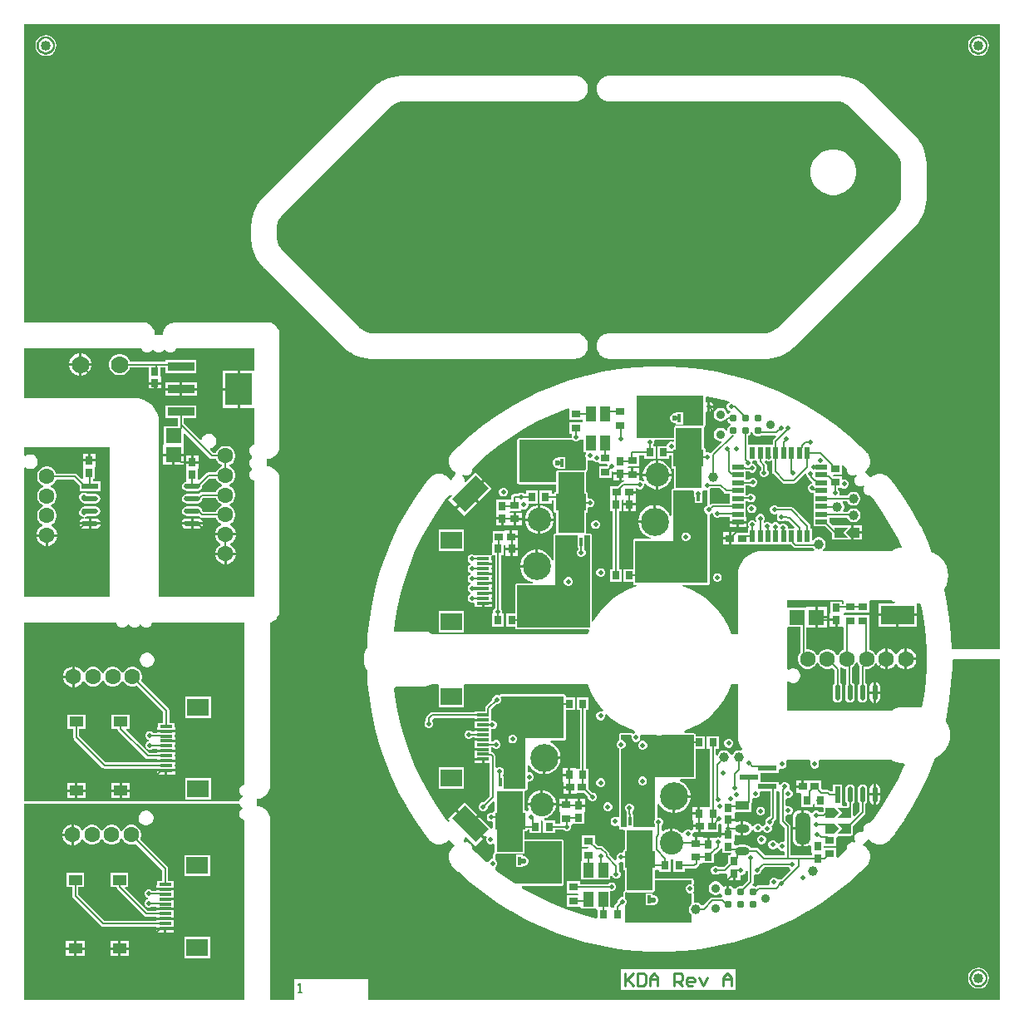
<source format=gtl>
G04*
G04 #@! TF.GenerationSoftware,Altium Limited,Altium Designer,25.8.1 (18)*
G04*
G04 Layer_Physical_Order=1*
G04 Layer_Color=255*
%FSLAX44Y44*%
%MOMM*%
G71*
G04*
G04 #@! TF.SameCoordinates,668C74B0-1D1B-4F50-AB7C-E7AA2C44617E*
G04*
G04*
G04 #@! TF.FilePolarity,Positive*
G04*
G01*
G75*
%ADD11C,0.3000*%
%ADD12C,0.2500*%
%ADD15C,0.2000*%
%ADD21R,1.6000X1.5500*%
%ADD22R,0.8000X0.8500*%
%ADD23R,2.7000X0.9000*%
%ADD24R,2.7000X3.3000*%
G04:AMPARAMS|DCode=25|XSize=1.6539mm|YSize=0.5421mm|CornerRadius=0.2711mm|HoleSize=0mm|Usage=FLASHONLY|Rotation=0.000|XOffset=0mm|YOffset=0mm|HoleType=Round|Shape=RoundedRectangle|*
%AMROUNDEDRECTD25*
21,1,1.6539,0.0000,0,0,0.0*
21,1,1.1118,0.5421,0,0,0.0*
1,1,0.5421,0.5559,0.0000*
1,1,0.5421,-0.5559,0.0000*
1,1,0.5421,-0.5559,0.0000*
1,1,0.5421,0.5559,0.0000*
%
%ADD25ROUNDEDRECTD25*%
%ADD26R,1.6539X0.5421*%
%ADD27R,0.9000X0.8000*%
%ADD28R,0.8500X0.8000*%
%ADD29R,0.5421X1.6539*%
%ADD30R,0.8000X0.9000*%
G04:AMPARAMS|DCode=31|XSize=1.4542mm|YSize=0.8821mm|CornerRadius=0.4411mm|HoleSize=0mm|Usage=FLASHONLY|Rotation=0.000|XOffset=0mm|YOffset=0mm|HoleType=Round|Shape=RoundedRectangle|*
%AMROUNDEDRECTD31*
21,1,1.4542,0.0000,0,0,0.0*
21,1,0.5720,0.8821,0,0,0.0*
1,1,0.8821,0.2860,0.0000*
1,1,0.8821,-0.2860,0.0000*
1,1,0.8821,-0.2860,0.0000*
1,1,0.8821,0.2860,0.0000*
%
%ADD31ROUNDEDRECTD31*%
%ADD32R,1.1000X1.5000*%
%ADD33R,1.3000X0.3000*%
G04:AMPARAMS|DCode=35|XSize=1.6539mm|YSize=0.5421mm|CornerRadius=0.2711mm|HoleSize=0mm|Usage=FLASHONLY|Rotation=90.000|XOffset=0mm|YOffset=0mm|HoleType=Round|Shape=RoundedRectangle|*
%AMROUNDEDRECTD35*
21,1,1.6539,0.0000,0,0,90.0*
21,1,1.1118,0.5421,0,0,90.0*
1,1,0.5421,0.0000,0.5559*
1,1,0.5421,0.0000,-0.5559*
1,1,0.5421,0.0000,-0.5559*
1,1,0.5421,0.0000,0.5559*
%
%ADD35ROUNDEDRECTD35*%
%ADD36R,1.4000X1.0000*%
G04:AMPARAMS|DCode=37|XSize=3.45mm|YSize=1.85mm|CornerRadius=0mm|HoleSize=0mm|Usage=FLASHONLY|Rotation=135.000|XOffset=0mm|YOffset=0mm|HoleType=Round|Shape=Rectangle|*
%AMROTATEDRECTD37*
4,1,4,1.8738,-0.5657,0.5657,-1.8738,-1.8738,0.5657,-0.5657,1.8738,1.8738,-0.5657,0.0*
%
%ADD37ROTATEDRECTD37*%

G04:AMPARAMS|DCode=38|XSize=1.4542mm|YSize=3.1821mm|CornerRadius=0.4435mm|HoleSize=0mm|Usage=FLASHONLY|Rotation=0.000|XOffset=0mm|YOffset=0mm|HoleType=Round|Shape=RoundedRectangle|*
%AMROUNDEDRECTD38*
21,1,1.4542,2.2951,0,0,0.0*
21,1,0.5671,3.1821,0,0,0.0*
1,1,0.8870,0.2836,-1.1476*
1,1,0.8870,-0.2836,-1.1476*
1,1,0.8870,-0.2836,1.1476*
1,1,0.8870,0.2836,1.1476*
%
%ADD38ROUNDEDRECTD38*%
%ADD39R,0.3048X0.8128*%
%ADD40R,2.2000X1.8000*%
%ADD41R,3.4500X1.8500*%
%ADD42R,1.5500X1.6000*%
%ADD43R,1.2000X0.5000*%
%ADD44R,0.5000X1.2000*%
G04:AMPARAMS|DCode=45|XSize=3.45mm|YSize=1.85mm|CornerRadius=0mm|HoleSize=0mm|Usage=FLASHONLY|Rotation=45.000|XOffset=0mm|YOffset=0mm|HoleType=Round|Shape=Rectangle|*
%AMROTATEDRECTD45*
4,1,4,-0.5657,-1.8738,-1.8738,-0.5657,0.5657,1.8738,1.8738,0.5657,-0.5657,-1.8738,0.0*
%
%ADD45ROTATEDRECTD45*%

%ADD46R,1.4542X0.8821*%
%ADD48R,1.9000X0.6000*%
%ADD78C,1.0000*%
%ADD79C,0.7900*%
%AMCUSTOMSHAPE80*
4,1,5,-0.6875,0.5000,0.6875,0.5000,0.1875,0.0000,0.6875,-0.5000,-0.6875,-0.5000,-0.6875,0.5000,0.0*%
%ADD80CUSTOMSHAPE80*%

%AMCUSTOMSHAPE81*
4,1,5,0.7125,-0.5000,-0.2125,-0.5000,-0.7125,-0.0000,-0.2125,0.5000,0.7125,0.5000,0.7125,-0.5000,0.0*%
%ADD81CUSTOMSHAPE81*%

%ADD82R,0.5000X1.0000*%
%AMCUSTOMSHAPE83*
4,1,5,0.6875,-0.5000,-0.6875,-0.5000,-0.1875,0.0000,-0.6875,0.5000,0.6875,0.5000,0.6875,-0.5000,0.0*%
%ADD83CUSTOMSHAPE83*%

%AMCUSTOMSHAPE84*
4,1,5,-0.7125,0.5000,0.2125,0.5000,0.7125,0.0000,0.2125,-0.5000,-0.7125,-0.5000,-0.7125,0.5000,0.0*%
%ADD84CUSTOMSHAPE84*%

%ADD85C,1.0160*%
%ADD86R,3.1000X1.7000*%
%ADD87R,1.6000X1.1000*%
%ADD88R,1.8542X1.0922*%
%ADD89C,1.7780*%
%ADD90R,2.8448X2.8448*%
%ADD91C,2.8448*%
%ADD92C,2.4000*%
%ADD93C,1.6000*%
%ADD94C,0.9000*%
%ADD95C,0.5000*%
%ADD96C,0.8000*%
%ADD97C,0.6000*%
G36*
X-413063Y294040D02*
X-427230D01*
Y275000D01*
Y255960D01*
X-413063D01*
Y218000D01*
X-413194D01*
X-415399Y217087D01*
X-417086Y215399D01*
X-418000Y213193D01*
Y210807D01*
X-417086Y208601D01*
X-415399Y206914D01*
X-414853Y206687D01*
Y205313D01*
X-415399Y205087D01*
X-417086Y203399D01*
X-418000Y201194D01*
Y198806D01*
X-417086Y196601D01*
X-415399Y194914D01*
X-414853Y194687D01*
Y193313D01*
X-415399Y193087D01*
X-417086Y191399D01*
X-418000Y189193D01*
Y186807D01*
X-417086Y184601D01*
X-415399Y182913D01*
X-413194Y182000D01*
X-413063D01*
Y63063D01*
X-509879D01*
Y241000D01*
X-510362Y245901D01*
X-511791Y250613D01*
X-514113Y254956D01*
X-517237Y258763D01*
X-521044Y261887D01*
X-525387Y264209D01*
X-530099Y265638D01*
X-535000Y266121D01*
X-646941D01*
Y316937D01*
X-528000D01*
Y316807D01*
X-527087Y314601D01*
X-525399Y312913D01*
X-523194Y312000D01*
X-520807D01*
X-518601Y312913D01*
X-516913Y314601D01*
X-516687Y315147D01*
X-515313D01*
X-515087Y314601D01*
X-513399Y312913D01*
X-511194Y312000D01*
X-508806D01*
X-506601Y312913D01*
X-504913Y314601D01*
X-504687Y315147D01*
X-503313D01*
X-503087Y314601D01*
X-501399Y312913D01*
X-499193Y312000D01*
X-496806D01*
X-494601Y312913D01*
X-492913Y314601D01*
X-492000Y316807D01*
Y316937D01*
X-413063D01*
Y294040D01*
D02*
G37*
G36*
X53061Y266754D02*
X67934Y263359D01*
X71084Y262452D01*
X71160Y261108D01*
X70451Y260815D01*
X69185Y259549D01*
X68500Y257895D01*
Y256105D01*
X69185Y254451D01*
X70451Y253185D01*
X72088Y252507D01*
X72113Y252449D01*
X72295Y251248D01*
X70815Y250393D01*
X70345Y249923D01*
X69992Y249925D01*
X68965Y250339D01*
X68600Y251702D01*
X67681Y253293D01*
X66383Y254591D01*
X64792Y255510D01*
X63018Y255985D01*
X61182D01*
X59408Y255510D01*
X57817Y254591D01*
X56519Y253293D01*
X55600Y251702D01*
X55125Y249928D01*
Y248092D01*
X55600Y246318D01*
X56519Y244727D01*
X57817Y243429D01*
X59408Y242510D01*
X61182Y242035D01*
X63018D01*
X64792Y242510D01*
X66383Y243429D01*
X67100Y244146D01*
X68476Y243726D01*
X68752Y242695D01*
X69607Y241215D01*
X70815Y240007D01*
X72169Y239225D01*
X72264Y238736D01*
X72200Y237863D01*
X71430Y237544D01*
X69756Y235870D01*
X68850Y233683D01*
Y233489D01*
X68025Y233124D01*
X67580Y233074D01*
X66383Y234271D01*
X64792Y235190D01*
X63018Y235665D01*
X61182D01*
X59408Y235190D01*
X57817Y234271D01*
X56519Y232973D01*
X55600Y231382D01*
X55125Y229608D01*
Y227772D01*
X55600Y225998D01*
X56519Y224407D01*
X57817Y223109D01*
X59408Y222190D01*
X61182Y221715D01*
X62815D01*
X63173Y221220D01*
X63398Y220502D01*
X52837Y209941D01*
X52772Y209844D01*
X51549Y209723D01*
X49895Y210408D01*
X48105D01*
X48095Y210404D01*
X47039Y211110D01*
Y213000D01*
X46884Y213780D01*
X46442Y214442D01*
X45780Y214884D01*
X45247Y214990D01*
Y235628D01*
X45135Y236192D01*
X45671Y236520D01*
X45918Y236747D01*
X46178Y236958D01*
X46373Y237194D01*
X46518Y237462D01*
X46687Y237715D01*
X46706Y237809D01*
X46752Y237894D01*
X46783Y238197D01*
X46842Y238495D01*
Y251478D01*
X48112Y252327D01*
X48730Y252071D01*
Y257000D01*
Y261929D01*
X48112Y261673D01*
X46842Y262522D01*
Y266826D01*
X47813Y267646D01*
X53061Y266754D01*
D02*
G37*
G36*
X44803Y268157D02*
Y238495D01*
X44608Y238260D01*
X43533Y237603D01*
X43208Y237667D01*
X16792D01*
X16012Y237512D01*
X15350Y237070D01*
X14908Y236408D01*
X14753Y235628D01*
Y225400D01*
X-8864D01*
X-9105Y225500D01*
X-10895D01*
X-11136Y225400D01*
X-23000D01*
Y268400D01*
X43373D01*
X44803Y268157D01*
D02*
G37*
G36*
X-77500Y210500D02*
X-75197D01*
Y208627D01*
X-75500Y207895D01*
Y206105D01*
X-75197Y205373D01*
Y193095D01*
X-75392Y192859D01*
X-76467Y192202D01*
X-76792Y192267D01*
X-103208D01*
X-103988Y192112D01*
X-104650Y191670D01*
X-105092Y191008D01*
X-105247Y190228D01*
Y180000D01*
X-143000D01*
Y223000D01*
X-88364D01*
X-87549Y222185D01*
X-85895Y221500D01*
X-84105D01*
X-82451Y222185D01*
X-81636Y223000D01*
X-77500D01*
Y210500D01*
D02*
G37*
G36*
X14753Y222110D02*
X13483Y221261D01*
X12866Y221517D01*
X11076D01*
X9422Y220832D01*
X8156Y219566D01*
X7471Y217912D01*
Y216900D01*
X-2000D01*
Y203900D01*
X10000D01*
Y207341D01*
X11961D01*
Y196000D01*
X12116Y195220D01*
X12558Y194558D01*
X13220Y194116D01*
X14000Y193961D01*
X14753D01*
Y174372D01*
X14000Y173439D01*
X13220Y173284D01*
X12558Y172842D01*
X12116Y172180D01*
X11961Y171400D01*
Y146178D01*
X10691Y145925D01*
X9856Y147941D01*
X8021Y150686D01*
X5686Y153021D01*
X2941Y154856D01*
X-110Y156120D01*
X-3349Y156764D01*
X-3730D01*
Y140000D01*
X-5000D01*
Y138730D01*
X-21764D01*
Y138349D01*
X-21120Y135110D01*
X-19856Y132059D01*
X-18021Y129314D01*
X-15686Y126979D01*
X-12941Y125144D01*
X-9890Y123880D01*
X-9030Y123709D01*
X-9155Y122439D01*
X-25000D01*
X-25780Y122284D01*
X-26442Y121842D01*
X-26884Y121180D01*
X-27039Y120400D01*
Y91500D01*
X-36500D01*
Y78500D01*
X-27039D01*
Y77400D01*
X-26884Y76620D01*
X-26442Y75958D01*
X-25780Y75516D01*
X-25000Y75361D01*
X-22909D01*
X-22731Y74103D01*
X-25637Y73266D01*
X-33679Y69935D01*
X-41297Y65725D01*
X-48397Y60687D01*
X-54887Y54887D01*
X-60687Y48397D01*
X-65725Y41297D01*
X-67731Y37667D01*
X-68961Y37984D01*
Y126000D01*
X-69116Y126780D01*
X-69558Y127442D01*
X-70220Y127884D01*
X-71000Y128039D01*
X-73643D01*
X-74753Y128972D01*
Y149010D01*
X-74220Y149116D01*
X-73558Y149558D01*
X-73116Y150220D01*
X-72961Y151000D01*
Y153799D01*
X-71905Y154504D01*
X-71895Y154500D01*
X-70105D01*
X-68451Y155185D01*
X-67185Y156451D01*
X-66500Y158105D01*
Y159895D01*
X-67185Y161549D01*
X-68451Y162815D01*
X-70105Y163500D01*
X-71895D01*
X-71905Y163496D01*
X-72961Y164202D01*
Y168000D01*
X-73116Y168780D01*
X-73558Y169442D01*
X-74220Y169884D01*
X-74753Y169990D01*
Y190228D01*
X-74865Y190792D01*
X-74329Y191119D01*
X-74082Y191347D01*
X-73822Y191558D01*
X-73627Y191794D01*
X-73482Y192062D01*
X-73313Y192315D01*
X-73294Y192409D01*
X-73248Y192494D01*
X-73217Y192797D01*
X-73158Y193095D01*
Y201880D01*
X-72102Y202586D01*
X-71895Y202500D01*
X-70105D01*
X-69341Y202817D01*
X-67815Y202451D01*
X-66549Y201185D01*
X-64895Y200500D01*
X-63105D01*
X-62556Y200727D01*
X-61500Y200022D01*
Y198500D01*
X-54005D01*
X-53273Y197340D01*
X-53709Y196500D01*
X-61500D01*
Y184500D01*
X-48500D01*
Y190837D01*
X-47679Y191103D01*
X-46540Y190294D01*
Y190020D01*
X-40000D01*
Y188750D01*
X-38730D01*
Y181960D01*
X-35831D01*
X-35777Y181829D01*
X-36622Y180559D01*
X-36950D01*
X-36950Y180559D01*
X-38120Y180326D01*
X-39113Y179663D01*
X-39113Y179663D01*
X-42776Y176000D01*
X-50000D01*
Y164000D01*
X-50500Y164000D01*
Y151000D01*
X-47559D01*
Y91500D01*
X-50500D01*
Y78500D01*
X-38500D01*
Y91500D01*
X-41441D01*
Y151000D01*
X-38500D01*
Y161569D01*
X-37332Y162627D01*
X-37046Y162568D01*
X-37040Y162562D01*
Y158770D01*
X-30500D01*
X-23960D01*
Y164540D01*
X-24460D01*
Y168730D01*
X-31250D01*
Y171270D01*
X-24460D01*
Y174163D01*
X-23190Y174326D01*
X-22549Y173685D01*
X-20895Y173000D01*
X-19105D01*
X-17451Y173685D01*
X-16185Y174951D01*
X-15500Y176605D01*
Y178395D01*
X-15502Y178401D01*
X-14361Y178964D01*
X-14135Y178572D01*
X-11428Y175865D01*
X-8112Y173951D01*
X-4414Y172960D01*
X-3770D01*
Y186230D01*
X-17040D01*
Y185586D01*
X-16049Y181888D01*
X-15805Y181465D01*
X-16821Y180685D01*
X-17451Y181315D01*
X-19105Y182000D01*
X-20460D01*
Y186730D01*
X-27500D01*
Y188000D01*
X-28770D01*
Y194540D01*
X-32562D01*
X-32568Y194546D01*
X-32627Y194832D01*
X-31569Y196000D01*
X-21000D01*
Y207341D01*
X-16000D01*
Y203900D01*
X-4000D01*
Y216900D01*
X-5940D01*
X-6466Y218170D01*
X-6185Y218451D01*
X-5500Y220105D01*
Y221895D01*
X-5670Y222305D01*
X-4964Y223361D01*
X14753D01*
Y222110D01*
D02*
G37*
G36*
X95156Y229130D02*
X96830Y227456D01*
X99017Y226550D01*
X101383D01*
X103570Y227456D01*
X104046Y227931D01*
X104623Y227816D01*
X104623Y227816D01*
X118209D01*
X118735Y226546D01*
X116337Y224148D01*
X115674Y223156D01*
X115441Y221985D01*
X115441Y221985D01*
Y218000D01*
X90559D01*
Y227327D01*
X90870Y227456D01*
X92544Y229130D01*
X93163Y230623D01*
X94537D01*
X95156Y229130D01*
D02*
G37*
G36*
X43208Y212774D02*
X16792D01*
Y235628D01*
X43208D01*
Y212774D01*
D02*
G37*
G36*
X114941Y191000D02*
X114941Y191000D01*
X115174Y189830D01*
X115837Y188837D01*
X124837Y179837D01*
X124837Y179837D01*
X125829Y179174D01*
X127000Y178941D01*
X127000Y178941D01*
X137000D01*
X137000Y178941D01*
X138170Y179174D01*
X139163Y179837D01*
X148230Y188904D01*
X149500Y188378D01*
Y188105D01*
X150185Y186451D01*
X151451Y185185D01*
X151521Y185156D01*
X151748Y184013D01*
X152411Y183020D01*
X155595Y179837D01*
X155695Y179770D01*
X155310Y178500D01*
X154751D01*
X153097Y177815D01*
X151831Y176549D01*
X151146Y174895D01*
Y173105D01*
X151831Y171451D01*
X153097Y170185D01*
X154751Y169500D01*
X156541D01*
X157000Y169193D01*
Y159000D01*
Y151000D01*
Y143000D01*
Y135000D01*
X168674D01*
X175961Y127713D01*
Y124000D01*
X176000Y123803D01*
Y122000D01*
X177803D01*
X178000Y121961D01*
X191750D01*
X191750Y121961D01*
X192530Y122116D01*
X192795Y122293D01*
X192918Y122169D01*
X193759Y121607D01*
X194750Y121410D01*
X195605D01*
Y129000D01*
Y136589D01*
X194750Y136589D01*
X193759Y136392D01*
X193759Y136392D01*
X192918Y135831D01*
X192795Y135707D01*
X192530Y135884D01*
X191750Y136039D01*
X178000D01*
X177803Y136000D01*
X176326D01*
X173000Y139326D01*
Y143941D01*
X191189D01*
X191227Y143798D01*
X192149Y142202D01*
X193452Y140899D01*
X195048Y139977D01*
X196828Y139500D01*
X198672D01*
X200452Y139977D01*
X202048Y140899D01*
X203351Y142202D01*
X204273Y143798D01*
X204750Y145578D01*
Y147422D01*
X204273Y149202D01*
X203351Y150798D01*
X202048Y152101D01*
X200452Y153023D01*
X198672Y153500D01*
X196828D01*
X195048Y153023D01*
X193452Y152101D01*
X192149Y150798D01*
X191722Y150059D01*
X187691D01*
X186963Y151329D01*
X187523Y152298D01*
X188000Y154078D01*
Y155922D01*
X187523Y157702D01*
X186711Y159109D01*
X187120Y160379D01*
X191147D01*
X191899Y159077D01*
X193202Y157774D01*
X194798Y156852D01*
X196578Y156375D01*
X198421D01*
X200202Y156852D01*
X201798Y157774D01*
X203101Y159077D01*
X204023Y160673D01*
X204500Y162453D01*
Y164296D01*
X204023Y166077D01*
X203101Y167673D01*
X201798Y168976D01*
X200202Y169898D01*
X198421Y170375D01*
X196578D01*
X194798Y169898D01*
X193202Y168976D01*
X191899Y167673D01*
X191219Y166496D01*
X183977D01*
X183271Y167552D01*
X183500Y168105D01*
Y169895D01*
X182815Y171549D01*
X182059Y172305D01*
Y174000D01*
X185500D01*
Y174000D01*
X185979Y174320D01*
X187105Y173854D01*
X188895D01*
X190549Y174539D01*
X191815Y175805D01*
X192500Y177459D01*
Y179249D01*
X191815Y180903D01*
X190549Y182169D01*
X188895Y182854D01*
X187105D01*
X186556Y182626D01*
X185500Y183332D01*
Y186000D01*
X177449D01*
X176913Y186735D01*
X177436Y188000D01*
X185500D01*
Y197288D01*
X186659Y197807D01*
X186866Y197623D01*
X190841Y193758D01*
Y191540D01*
X191754Y189335D01*
X193442Y187647D01*
X195647Y186734D01*
X198034D01*
X200239Y187647D01*
X200927Y186662D01*
X199664Y185399D01*
X198750Y183193D01*
Y180807D01*
X199664Y178601D01*
X201351Y176913D01*
X203556Y176000D01*
X205944D01*
X207670Y176715D01*
X208645Y175750D01*
X208000Y174193D01*
Y171807D01*
X208913Y169601D01*
X210601Y167913D01*
X212806Y167000D01*
X214662D01*
X218766Y161601D01*
X227377Y149241D01*
X235281Y136441D01*
X242465Y123223D01*
X246771Y114136D01*
X246092Y113063D01*
X244015D01*
X243719Y113004D01*
X243418D01*
X241485Y112619D01*
X241207Y112504D01*
X240911Y112445D01*
X239091Y111691D01*
X238840Y111524D01*
X238562Y111409D01*
X236924Y110314D01*
X236731Y110121D01*
X166625D01*
X166285Y111391D01*
X166298Y111399D01*
X167601Y112702D01*
X168523Y114298D01*
X169000Y116078D01*
Y117922D01*
X168523Y119702D01*
X167601Y121298D01*
X166298Y122601D01*
X164702Y123523D01*
X162922Y124000D01*
X161078D01*
X159298Y123523D01*
X157702Y122601D01*
X156399Y121298D01*
X156270Y121075D01*
X155000Y121416D01*
Y133000D01*
X153559D01*
Y135328D01*
X153326Y136499D01*
X152663Y137491D01*
X135991Y154163D01*
X134999Y154826D01*
X133828Y155059D01*
X133828Y155059D01*
X120305D01*
X119549Y155815D01*
X117895Y156500D01*
X116105D01*
X114451Y155815D01*
X113185Y154549D01*
X112500Y152895D01*
Y151105D01*
X113185Y149451D01*
X114451Y148185D01*
X116105Y147500D01*
X117895D01*
X119549Y148185D01*
X120217Y147192D01*
X120185Y147160D01*
X119500Y145506D01*
Y143716D01*
X120185Y142062D01*
X121451Y140796D01*
X123105Y140111D01*
X124895D01*
X126549Y140796D01*
X127120Y141367D01*
X128337Y141263D01*
X129330Y140600D01*
X130500Y140367D01*
X131057D01*
X137251Y134173D01*
X136765Y133000D01*
X130500D01*
Y134506D01*
X129815Y136160D01*
X128549Y137426D01*
X126895Y138111D01*
X125105D01*
X123451Y137426D01*
X123075Y137050D01*
X121607Y137274D01*
X120341Y138540D01*
X118687Y139225D01*
X116897D01*
X115243Y138540D01*
X114863Y138160D01*
X113837Y137527D01*
X112571Y138792D01*
X110918Y139478D01*
X109127D01*
X107473Y138792D01*
X107248Y138567D01*
X106070Y139030D01*
X105950Y140097D01*
X106559Y140707D01*
X107244Y142361D01*
Y144151D01*
X106559Y145805D01*
X105293Y147071D01*
X103639Y147756D01*
X101849D01*
X100195Y147071D01*
X98929Y145805D01*
X98244Y144151D01*
Y142361D01*
X98929Y140707D01*
X98014Y139850D01*
X97049Y140815D01*
X95395Y141500D01*
X93605D01*
X91951Y140815D01*
X90685Y139549D01*
X90000Y137895D01*
Y136105D01*
X90685Y134451D01*
X90866Y134270D01*
X90340Y133000D01*
X90000D01*
Y129000D01*
X78540D01*
Y129540D01*
X73020D01*
Y123000D01*
Y116460D01*
X78540D01*
Y117000D01*
X133566D01*
X133837Y116594D01*
X136594Y113837D01*
X136594Y113837D01*
X137587Y113174D01*
X138757Y112941D01*
X138757Y112941D01*
X156260D01*
X156399Y112702D01*
X157702Y111399D01*
X157715Y111391D01*
X157375Y110121D01*
X105000D01*
X100099Y109638D01*
X95387Y108209D01*
X91044Y105887D01*
X87237Y102763D01*
X84113Y98956D01*
X81791Y94613D01*
X80362Y89901D01*
X79879Y85000D01*
Y25121D01*
X73415D01*
X73266Y25637D01*
X69935Y33679D01*
X65725Y41297D01*
X60687Y48397D01*
X54887Y54887D01*
X48397Y60687D01*
X41297Y65725D01*
X33679Y69935D01*
X25637Y73266D01*
X22731Y74103D01*
X22909Y75361D01*
X49000D01*
X49780Y75516D01*
X50442Y75958D01*
X50884Y76620D01*
X51039Y77400D01*
Y147543D01*
X51036Y147558D01*
X52549Y148185D01*
X53230Y148866D01*
X54500Y148340D01*
Y147386D01*
X55185Y145732D01*
X56451Y144466D01*
X58105Y143781D01*
X59895D01*
X61549Y144466D01*
X61915Y144832D01*
X70311D01*
X71460Y144540D01*
Y140770D01*
X80000D01*
X88540D01*
Y144540D01*
X88000D01*
Y151000D01*
Y160691D01*
X89945D01*
X90451Y160185D01*
X92105Y159500D01*
X93895D01*
X95549Y160185D01*
X96815Y161451D01*
X97500Y163105D01*
Y164895D01*
X96815Y166549D01*
X95549Y167815D01*
X93895Y168500D01*
X92105D01*
X90451Y167815D01*
X89445Y166809D01*
X88000D01*
Y176691D01*
X91945D01*
X92451Y176185D01*
X94105Y175500D01*
X95895D01*
X97549Y176185D01*
X98815Y177451D01*
X99500Y179105D01*
Y180895D01*
X98815Y182549D01*
X97549Y183815D01*
X95895Y184500D01*
X94105D01*
X92451Y183815D01*
X91445Y182809D01*
X88000D01*
Y190881D01*
X91571D01*
X91834Y190618D01*
X93488Y189933D01*
X95278D01*
X96932Y190618D01*
X98198Y191884D01*
X98883Y193538D01*
Y195328D01*
X98198Y196982D01*
X96932Y198248D01*
X95278Y198933D01*
X94635D01*
X94561Y199044D01*
Y200834D01*
X94515Y200944D01*
X95221Y202000D01*
X98588D01*
X99441Y201165D01*
X99674Y199994D01*
X100337Y199002D01*
X103508Y195831D01*
Y192952D01*
X102752Y192195D01*
X102067Y190541D01*
Y188751D01*
X102752Y187097D01*
X104018Y185832D01*
X105672Y185146D01*
X107462D01*
X109116Y185832D01*
X110382Y187097D01*
X111067Y188751D01*
Y190541D01*
X110382Y192195D01*
X109625Y192952D01*
Y197098D01*
X109626Y197098D01*
X109393Y198269D01*
X108730Y199261D01*
X108729Y199261D01*
X107164Y200827D01*
X107650Y202000D01*
X108677D01*
X110105Y201409D01*
X111895D01*
X113323Y202000D01*
X114941D01*
Y191000D01*
D02*
G37*
G36*
X-560121Y63063D02*
X-646941D01*
Y194675D01*
X-645768Y195161D01*
X-645605Y194998D01*
X-643895Y194011D01*
X-641987Y193500D01*
X-640013D01*
X-638105Y194011D01*
X-636395Y194998D01*
X-634999Y196395D01*
X-634011Y198105D01*
X-633500Y200013D01*
Y201987D01*
X-634011Y203895D01*
X-634999Y205605D01*
X-636395Y207001D01*
X-638105Y207989D01*
X-640013Y208500D01*
X-641987D01*
X-643895Y207989D01*
X-645605Y207001D01*
X-645768Y206838D01*
X-646941Y207325D01*
Y215879D01*
X-560121D01*
Y63063D01*
D02*
G37*
G36*
X43208Y174372D02*
X16792D01*
Y197226D01*
X43208D01*
Y174372D01*
D02*
G37*
G36*
X-91500Y254674D02*
Y243500D01*
X-78500D01*
X-78093Y243235D01*
Y241765D01*
X-78500Y241500D01*
X-78770Y241500D01*
X-91500D01*
Y229500D01*
X-89660D01*
X-89381Y229186D01*
X-88947Y228230D01*
X-89500Y226895D01*
Y225105D01*
X-89544Y225039D01*
X-143000D01*
X-143780Y224884D01*
X-144442Y224442D01*
X-144884Y223780D01*
X-145039Y223000D01*
Y180000D01*
X-144884Y179220D01*
X-144442Y178558D01*
X-143780Y178116D01*
X-143000Y177961D01*
X-105247D01*
Y170039D01*
X-106000D01*
X-106780Y169884D01*
X-107442Y169442D01*
X-107884Y168780D01*
X-108027Y168059D01*
X-110000D01*
Y171500D01*
X-122000D01*
Y158500D01*
X-110000D01*
Y161941D01*
X-108039D01*
Y151000D01*
X-107884Y150220D01*
X-107442Y149558D01*
X-106780Y149116D01*
X-106000Y148961D01*
X-105247D01*
Y128972D01*
X-106000Y128039D01*
X-106780Y127884D01*
X-107442Y127442D01*
X-107884Y126780D01*
X-108039Y126000D01*
Y100778D01*
X-109309Y100525D01*
X-110144Y102541D01*
X-111979Y105286D01*
X-114314Y107621D01*
X-117059Y109456D01*
X-120110Y110720D01*
X-123349Y111364D01*
X-123730D01*
Y94600D01*
X-125000D01*
Y93330D01*
X-141764D01*
Y92949D01*
X-141120Y89710D01*
X-139856Y86659D01*
X-138021Y83913D01*
X-135686Y81579D01*
X-132941Y79744D01*
X-129890Y78480D01*
X-129030Y78309D01*
X-129155Y77039D01*
X-145000D01*
X-145780Y76884D01*
X-146442Y76442D01*
X-146884Y75780D01*
X-147039Y75000D01*
Y46100D01*
X-156500D01*
Y33100D01*
X-147039D01*
Y32000D01*
X-146884Y31220D01*
X-146442Y30558D01*
X-145780Y30116D01*
X-145000Y29961D01*
X-72618D01*
X-71913Y28905D01*
X-73266Y25637D01*
X-73415Y25121D01*
X-231731Y25121D01*
X-231924Y25314D01*
X-233562Y26409D01*
X-233840Y26524D01*
X-234091Y26691D01*
X-235912Y27445D01*
X-236207Y27504D01*
X-236485Y27619D01*
X-238418Y28004D01*
X-238719D01*
X-239015Y28063D01*
X-269479D01*
X-270326Y29009D01*
X-269385Y37485D01*
X-266901Y52318D01*
X-263601Y66991D01*
X-259495Y81460D01*
X-254595Y95679D01*
X-248917Y109606D01*
X-242478Y123198D01*
X-235297Y136413D01*
X-227397Y149210D01*
X-218789Y161569D01*
X-214662Y167000D01*
X-212806D01*
X-212231Y167238D01*
X-211512Y166162D01*
X-215330Y162343D01*
X-207892Y154904D01*
X-193898Y168898D01*
X-179904Y182892D01*
X-187343Y190330D01*
X-197735Y179939D01*
X-198811Y180658D01*
X-198750Y180807D01*
Y183193D01*
X-199664Y185399D01*
X-200927Y186662D01*
X-200239Y187647D01*
X-198034Y186734D01*
X-195647D01*
X-193442Y187647D01*
X-191754Y189335D01*
X-190841Y191540D01*
Y193758D01*
X-186865Y197623D01*
X-175474Y207803D01*
X-163546Y217315D01*
X-151104Y226143D01*
X-138187Y234260D01*
X-124834Y241639D01*
X-111089Y248259D01*
X-96994Y254097D01*
X-92734Y255588D01*
X-91500Y254674D01*
D02*
G37*
G36*
X-76792Y167374D02*
X-103208D01*
Y190228D01*
X-76792D01*
Y167374D01*
D02*
G37*
G36*
X49000Y156456D02*
X47451Y155815D01*
X46185Y154549D01*
X45500Y152895D01*
Y151105D01*
X46185Y149451D01*
X47451Y148185D01*
X49000Y147543D01*
Y77400D01*
X3954D01*
X0Y77622D01*
X-3954Y77400D01*
X-25000D01*
Y120400D01*
X14000D01*
Y171400D01*
X34272D01*
X35121Y170130D01*
X34774Y169293D01*
Y167503D01*
X35459Y165849D01*
X36223Y165085D01*
X36226Y165072D01*
Y158910D01*
X43274D01*
Y166296D01*
X43774Y167503D01*
Y169293D01*
X43427Y170130D01*
X43968Y171262D01*
X44394Y171400D01*
X49000D01*
Y156456D01*
D02*
G37*
G36*
X65837Y169337D02*
X66830Y168674D01*
X68000Y168441D01*
X72000D01*
Y158559D01*
X54278D01*
X54278Y158559D01*
X53108Y158326D01*
X52309Y157793D01*
X51423Y158052D01*
X51039Y158268D01*
Y171400D01*
X50884Y172180D01*
X51137Y173014D01*
X51549Y173185D01*
X52305Y173941D01*
X61233D01*
X65837Y169337D01*
D02*
G37*
G36*
X-76792Y128972D02*
X-103208D01*
Y151826D01*
X-76792D01*
Y128972D01*
D02*
G37*
G36*
X-71000Y32000D02*
X-145000D01*
Y75000D01*
X-106000D01*
Y126000D01*
X-84894D01*
X-83774Y125638D01*
X-83774Y124730D01*
Y113510D01*
X-82719D01*
Y111883D01*
X-83476Y111126D01*
X-84161Y109473D01*
Y107682D01*
X-83476Y106028D01*
X-82210Y104762D01*
X-80556Y104077D01*
X-78766D01*
X-77112Y104762D01*
X-75846Y106028D01*
X-75161Y107682D01*
Y109473D01*
X-75846Y111126D01*
X-76602Y111883D01*
Y119000D01*
X-76726Y119623D01*
X-76726Y125638D01*
X-75606Y126000D01*
X-71000D01*
Y32000D01*
D02*
G37*
G36*
X187500Y59000D02*
X187500Y58609D01*
Y56059D01*
X186000D01*
Y58500D01*
X174000D01*
Y46540D01*
X173460D01*
Y41020D01*
X180000D01*
Y39750D01*
X181270D01*
Y32960D01*
X186247D01*
X186540Y32960D01*
X186671Y32964D01*
X187941Y31779D01*
Y9533D01*
X187140Y9319D01*
X184860Y8002D01*
X182998Y6140D01*
X181681Y3860D01*
X181657Y3770D01*
X180343D01*
X180319Y3860D01*
X179002Y6140D01*
X177140Y8002D01*
X174860Y9319D01*
X172316Y10000D01*
X169683D01*
X167140Y9319D01*
X164860Y8002D01*
X162998Y6140D01*
X161681Y3860D01*
X161657Y3770D01*
X160343D01*
X160319Y3860D01*
X159002Y6140D01*
X157140Y8002D01*
X154860Y9319D01*
X152317Y10000D01*
X149809D01*
Y31960D01*
X158730D01*
Y42500D01*
Y53040D01*
X149710D01*
Y52500D01*
X131391D01*
X130750Y52500D01*
X130121Y53509D01*
Y59879D01*
X186594D01*
X187500Y59000D01*
D02*
G37*
G36*
X236924Y59686D02*
X238562Y58591D01*
X238840Y58476D01*
X239091Y58309D01*
X239691Y58060D01*
X239439Y56790D01*
X222710D01*
Y46270D01*
X242500D01*
X262290D01*
Y55667D01*
X262290Y56790D01*
X263499Y56937D01*
X265862D01*
X266898Y52330D01*
X269383Y37493D01*
X271044Y22542D01*
X271877Y7500D01*
X271981Y0D01*
X271877Y-7513D01*
X271041Y-22578D01*
X269375Y-37554D01*
X267381Y-49437D01*
X244015D01*
X243719Y-49496D01*
X243418D01*
X241485Y-49881D01*
X241207Y-49996D01*
X240911Y-50055D01*
X239091Y-50809D01*
X238840Y-50976D01*
X238562Y-51091D01*
X236924Y-52186D01*
X236731Y-52379D01*
X130121D01*
Y-23387D01*
X131294Y-22901D01*
X131395Y-23001D01*
X133105Y-23989D01*
X135013Y-24500D01*
X136987D01*
X138895Y-23989D01*
X140605Y-23001D01*
X142001Y-21605D01*
X142989Y-19895D01*
X143500Y-17987D01*
Y-16013D01*
X142989Y-14105D01*
X142001Y-12395D01*
X140605Y-10999D01*
X138895Y-10011D01*
X136987Y-9500D01*
X135013D01*
X133105Y-10011D01*
X131395Y-10999D01*
X131294Y-11099D01*
X130121Y-10613D01*
Y31491D01*
X130750Y32500D01*
X131391Y32500D01*
X143691D01*
Y6833D01*
X142998Y6140D01*
X141681Y3860D01*
X141000Y1317D01*
Y-1317D01*
X141681Y-3860D01*
X142998Y-6140D01*
X144860Y-8002D01*
X147140Y-9319D01*
X149684Y-10000D01*
X152317D01*
X154860Y-9319D01*
X157140Y-8002D01*
X159002Y-6140D01*
X160319Y-3860D01*
X160343Y-3770D01*
X161657D01*
X161681Y-3860D01*
X162998Y-6140D01*
X164860Y-8002D01*
X167140Y-9319D01*
X169683Y-10000D01*
X172316D01*
X174860Y-9319D01*
X175578Y-8904D01*
X178241Y-11567D01*
Y-24819D01*
X177904Y-25045D01*
X176863Y-26603D01*
X176497Y-28441D01*
Y-39559D01*
X176863Y-41397D01*
X177904Y-42955D01*
X179462Y-43996D01*
X181300Y-44362D01*
X183138Y-43996D01*
X184696Y-42955D01*
X185737Y-41397D01*
X186103Y-39559D01*
Y-28441D01*
X185737Y-26603D01*
X184696Y-25045D01*
X184359Y-24819D01*
Y-10300D01*
X184126Y-9129D01*
X183977Y-8906D01*
X184860Y-8002D01*
X187140Y-9319D01*
X189683Y-10000D01*
X190287D01*
Y-25520D01*
X189563Y-26603D01*
X189197Y-28441D01*
Y-39559D01*
X189563Y-41397D01*
X190604Y-42955D01*
X192162Y-43996D01*
X194000Y-44362D01*
X195838Y-43996D01*
X197396Y-42955D01*
X198437Y-41397D01*
X198803Y-39559D01*
Y-28441D01*
X198437Y-26603D01*
X197396Y-25045D01*
X196404Y-24382D01*
Y-8427D01*
X197140Y-8002D01*
X199002Y-6140D01*
X200319Y-3860D01*
X200343Y-3770D01*
X201657D01*
X201681Y-3860D01*
X202998Y-6140D01*
X203858Y-7000D01*
X203641Y-8088D01*
X203641Y-8088D01*
Y-24819D01*
X203304Y-25045D01*
X202263Y-26603D01*
X201897Y-28441D01*
Y-39559D01*
X202263Y-41397D01*
X203304Y-42955D01*
X204862Y-43996D01*
X206700Y-44362D01*
X208538Y-43996D01*
X210096Y-42955D01*
X211137Y-41397D01*
X211503Y-39559D01*
Y-28441D01*
X211137Y-26603D01*
X210096Y-25045D01*
X209759Y-24819D01*
Y-10000D01*
X212316D01*
X214860Y-9319D01*
X217140Y-8002D01*
X219002Y-6140D01*
X219984Y-4439D01*
X220203Y-4371D01*
X221420Y-4486D01*
X222566Y-6472D01*
X224528Y-8434D01*
X226932Y-9822D01*
X229612Y-10540D01*
X229730D01*
Y0D01*
Y10540D01*
X229612D01*
X226932Y9822D01*
X224528Y8434D01*
X222566Y6472D01*
X221420Y4486D01*
X220203Y4371D01*
X219984Y4439D01*
X219002Y6140D01*
X217140Y8002D01*
X214860Y9319D01*
X213559Y9667D01*
Y36000D01*
X213500Y36296D01*
Y45000D01*
X201770D01*
X200500Y45000D01*
X199230Y45000D01*
X187810D01*
X187500Y45000D01*
X187216Y45221D01*
Y45897D01*
X188395Y47000D01*
X199230D01*
X200500Y47000D01*
Y47000D01*
X200500D01*
Y47000D01*
X213500D01*
Y58609D01*
X213500Y59000D01*
X214406Y59879D01*
X236731D01*
X236924Y59686D01*
D02*
G37*
G36*
X-423063Y-128000D02*
X-423194D01*
X-425399Y-128913D01*
X-427086Y-130601D01*
X-428000Y-132807D01*
Y-135194D01*
X-427086Y-137399D01*
X-425399Y-139087D01*
X-424853Y-139313D01*
Y-140687D01*
X-425399Y-140913D01*
X-427086Y-142601D01*
X-428000Y-144806D01*
Y-145000D01*
X-646941D01*
Y36937D01*
X-553000D01*
Y36806D01*
X-552087Y34601D01*
X-550399Y32913D01*
X-548194Y32000D01*
X-545807D01*
X-543601Y32913D01*
X-541913Y34601D01*
X-541687Y35147D01*
X-540313D01*
X-540087Y34601D01*
X-538399Y32913D01*
X-536194Y32000D01*
X-533806D01*
X-531601Y32913D01*
X-529913Y34601D01*
X-529687Y35147D01*
X-528313D01*
X-528087Y34601D01*
X-526399Y32913D01*
X-524193Y32000D01*
X-521806D01*
X-519601Y32913D01*
X-517913Y34601D01*
X-517000Y36806D01*
Y36937D01*
X-423063D01*
Y-128000D01*
D02*
G37*
G36*
X346941Y10000D02*
X298009D01*
X297199Y24632D01*
X297178Y24715D01*
X297185Y24801D01*
X295383Y41026D01*
X295357Y41108D01*
X295359Y41194D01*
X292663Y57295D01*
X292632Y57375D01*
X292630Y57461D01*
X289642Y70744D01*
X289887Y71044D01*
X292209Y75387D01*
X293638Y80099D01*
X294121Y85000D01*
X293638Y89901D01*
X292209Y94613D01*
X289887Y98956D01*
X286763Y102763D01*
X282957Y105887D01*
X278613Y108209D01*
X277701Y108486D01*
X272953Y120128D01*
X272906Y120200D01*
X272885Y120283D01*
X265894Y135036D01*
X265842Y135105D01*
X265817Y135186D01*
X258021Y149530D01*
X257966Y149596D01*
X257936Y149676D01*
X249359Y163567D01*
X249300Y163630D01*
X249266Y163708D01*
X239934Y177104D01*
X239872Y177163D01*
X239834Y177240D01*
X233993Y184706D01*
X233690Y184967D01*
X233423Y185266D01*
X231318Y186850D01*
X230958Y187024D01*
X230623Y187243D01*
X228180Y188228D01*
X227787Y188302D01*
X227407Y188427D01*
X224793Y188747D01*
X224394Y188717D01*
X223994Y188739D01*
X221386Y188371D01*
X221008Y188239D01*
X220617Y188158D01*
X218193Y187127D01*
X217862Y186901D01*
X217505Y186721D01*
X215430Y185098D01*
X214285Y185715D01*
X209797Y190203D01*
X209859Y191472D01*
X210990Y192400D01*
X211275Y192748D01*
X211593Y193065D01*
X213242Y195533D01*
X213414Y195948D01*
X213626Y196345D01*
X214487Y199185D01*
X214531Y199632D01*
X214619Y200072D01*
Y202542D01*
X214560Y202837D01*
Y203139D01*
X214176Y205071D01*
X214060Y205350D01*
X214002Y205645D01*
X213248Y207465D01*
X213080Y207716D01*
X212965Y207994D01*
X211870Y209633D01*
X211657Y209846D01*
X211490Y210096D01*
X210793Y210793D01*
X204939Y216647D01*
X204867Y216695D01*
X204815Y216765D01*
X192470Y227797D01*
X192395Y227841D01*
X192339Y227908D01*
X179394Y238230D01*
X179317Y238270D01*
X179257Y238334D01*
X165754Y247914D01*
X165675Y247950D01*
X165612Y248010D01*
X151593Y256818D01*
X151511Y256849D01*
X151445Y256905D01*
X136954Y264914D01*
X136872Y264940D01*
X136802Y264993D01*
X121885Y272176D01*
X121801Y272198D01*
X121728Y272246D01*
X106432Y278582D01*
X106347Y278599D01*
X106272Y278644D01*
X90645Y284112D01*
X90559Y284124D01*
X90481Y284164D01*
X74572Y288747D01*
X74485Y288755D01*
X74406Y288790D01*
X58264Y292474D01*
X58177Y292477D01*
X58096Y292508D01*
X41773Y295281D01*
X41686Y295279D01*
X41603Y295305D01*
X25151Y297159D01*
X25064Y297152D01*
X24980Y297173D01*
X8450Y298102D01*
X8364Y298090D01*
X8278Y298106D01*
X-8278D01*
X-8364Y298090D01*
X-8450Y298102D01*
X-24980Y297173D01*
X-25064Y297152D01*
X-25151Y297159D01*
X-41603Y295305D01*
X-41686Y295279D01*
X-41773Y295281D01*
X-58096Y292508D01*
X-58177Y292477D01*
X-58264Y292474D01*
X-74406Y288790D01*
X-74485Y288755D01*
X-74572Y288747D01*
X-90481Y284164D01*
X-90559Y284124D01*
X-90645Y284112D01*
X-106272Y278644D01*
X-106347Y278599D01*
X-106432Y278582D01*
X-121728Y272246D01*
X-121801Y272198D01*
X-121885Y272176D01*
X-136802Y264993D01*
X-136872Y264940D01*
X-136954Y264914D01*
X-151445Y256905D01*
X-151511Y256849D01*
X-151593Y256818D01*
X-165612Y248010D01*
X-165675Y247950D01*
X-165754Y247914D01*
X-179257Y238334D01*
X-179317Y238270D01*
X-179394Y238230D01*
X-192339Y227908D01*
X-192395Y227841D01*
X-192470Y227797D01*
X-204815Y216765D01*
X-204867Y216695D01*
X-204939Y216647D01*
X-210793Y210793D01*
X-211724Y209862D01*
X-211947Y209529D01*
X-212211Y209228D01*
X-213528Y206947D01*
X-213656Y206568D01*
X-213833Y206209D01*
X-214515Y203665D01*
X-214541Y203266D01*
X-214619Y202873D01*
Y200239D01*
X-214541Y199847D01*
X-214515Y199448D01*
X-213833Y196903D01*
X-213656Y196545D01*
X-213528Y196166D01*
X-212211Y193885D01*
X-211947Y193584D01*
X-211724Y193251D01*
X-209862Y191388D01*
X-209529Y191166D01*
X-209228Y190902D01*
X-208046Y190220D01*
X-207650Y188525D01*
X-209529Y185706D01*
X-209837Y185399D01*
X-210005Y184993D01*
X-211792Y182311D01*
X-212063Y182219D01*
X-213306Y182330D01*
X-214813Y184443D01*
X-215157Y184767D01*
X-215473Y185118D01*
X-217976Y186987D01*
X-218402Y187191D01*
X-218810Y187428D01*
X-221763Y188446D01*
X-222231Y188510D01*
X-222692Y188612D01*
X-225815Y188681D01*
X-226280Y188599D01*
X-226750Y188556D01*
X-229746Y187670D01*
X-230163Y187450D01*
X-230598Y187266D01*
X-233181Y185509D01*
X-233512Y185172D01*
X-233870Y184864D01*
X-234832Y183634D01*
X-234832Y183634D01*
X-239859Y177205D01*
X-239898Y177129D01*
X-239960Y177069D01*
X-249288Y163676D01*
X-249322Y163597D01*
X-249380Y163534D01*
X-257954Y149646D01*
X-257984Y149565D01*
X-258039Y149499D01*
X-265831Y135158D01*
X-265857Y135076D01*
X-265908Y135007D01*
X-272896Y120257D01*
X-272917Y120174D01*
X-272964Y120103D01*
X-279126Y104989D01*
X-279142Y104904D01*
X-279186Y104830D01*
X-284503Y89399D01*
X-284514Y89314D01*
X-284554Y89238D01*
X-289009Y73536D01*
X-289016Y73450D01*
X-289051Y73372D01*
X-292633Y57448D01*
X-292635Y57362D01*
X-292665Y57282D01*
X-295361Y41185D01*
X-295358Y41099D01*
X-295384Y41017D01*
X-297186Y24795D01*
X-297178Y24710D01*
X-297200Y24627D01*
X-297895Y12072D01*
X-299209Y9613D01*
X-300638Y4901D01*
X-301121Y-0D01*
X-300638Y-4901D01*
X-299209Y-9613D01*
X-297895Y-12072D01*
X-297200Y-24627D01*
X-297178Y-24710D01*
X-297186Y-24795D01*
X-295384Y-41017D01*
X-295358Y-41099D01*
X-295361Y-41185D01*
X-292665Y-57282D01*
X-292635Y-57362D01*
X-292633Y-57448D01*
X-289051Y-73372D01*
X-289016Y-73450D01*
X-289009Y-73536D01*
X-284554Y-89238D01*
X-284514Y-89314D01*
X-284503Y-89399D01*
X-279186Y-104830D01*
X-279142Y-104904D01*
X-279126Y-104989D01*
X-272964Y-120103D01*
X-272917Y-120174D01*
X-272896Y-120257D01*
X-265908Y-135007D01*
X-265857Y-135076D01*
X-265831Y-135158D01*
X-258039Y-149499D01*
X-257984Y-149565D01*
X-257954Y-149646D01*
X-249380Y-163534D01*
X-249322Y-163597D01*
X-249288Y-163676D01*
X-239960Y-177069D01*
X-239898Y-177129D01*
X-239859Y-177205D01*
X-234832Y-183634D01*
X-234832Y-183634D01*
X-233870Y-184864D01*
X-233512Y-185172D01*
X-233181Y-185509D01*
X-230598Y-187266D01*
X-230163Y-187450D01*
X-229746Y-187670D01*
X-226750Y-188556D01*
X-226280Y-188599D01*
X-225815Y-188681D01*
X-222692Y-188612D01*
X-222231Y-188510D01*
X-221763Y-188446D01*
X-218810Y-187428D01*
X-218402Y-187191D01*
X-217976Y-186987D01*
X-215473Y-185118D01*
X-215157Y-184767D01*
X-214815Y-184444D01*
X-208899Y-189515D01*
X-209016Y-190780D01*
X-209228Y-190902D01*
X-209529Y-191166D01*
X-209862Y-191388D01*
X-211724Y-193251D01*
X-211947Y-193584D01*
X-212211Y-193885D01*
X-213528Y-196166D01*
X-213656Y-196545D01*
X-213833Y-196903D01*
X-214515Y-199448D01*
X-214541Y-199847D01*
X-214619Y-200239D01*
Y-202873D01*
X-214541Y-203266D01*
X-214515Y-203665D01*
X-213833Y-206209D01*
X-213656Y-206568D01*
X-213528Y-206947D01*
X-212211Y-209228D01*
X-211947Y-209529D01*
X-211724Y-209862D01*
X-210793Y-210793D01*
X-204939Y-216647D01*
X-204867Y-216695D01*
X-204815Y-216765D01*
X-192470Y-227797D01*
X-192395Y-227841D01*
X-192339Y-227908D01*
X-179394Y-238230D01*
X-179317Y-238270D01*
X-179257Y-238334D01*
X-165754Y-247914D01*
X-165675Y-247950D01*
X-165612Y-248010D01*
X-151593Y-256818D01*
X-151511Y-256849D01*
X-151445Y-256905D01*
X-136954Y-264914D01*
X-136872Y-264940D01*
X-136802Y-264993D01*
X-121885Y-272176D01*
X-121801Y-272198D01*
X-121728Y-272246D01*
X-106432Y-278582D01*
X-106347Y-278599D01*
X-106272Y-278644D01*
X-90645Y-284112D01*
X-90559Y-284124D01*
X-90481Y-284164D01*
X-74572Y-288747D01*
X-74485Y-288755D01*
X-74406Y-288790D01*
X-58264Y-292474D01*
X-58177Y-292477D01*
X-58096Y-292508D01*
X-41773Y-295281D01*
X-41686Y-295279D01*
X-41603Y-295305D01*
X-25151Y-297159D01*
X-25064Y-297152D01*
X-24980Y-297173D01*
X-8450Y-298102D01*
X-8364Y-298090D01*
X-8278Y-298106D01*
X8278D01*
X8364Y-298090D01*
X8450Y-298102D01*
X24980Y-297173D01*
X25064Y-297152D01*
X25151Y-297159D01*
X41603Y-295305D01*
X41686Y-295279D01*
X41773Y-295281D01*
X58096Y-292508D01*
X58177Y-292477D01*
X58264Y-292474D01*
X74406Y-288790D01*
X74485Y-288755D01*
X74572Y-288747D01*
X90481Y-284164D01*
X90558Y-284124D01*
X90645Y-284112D01*
X106272Y-278644D01*
X106347Y-278599D01*
X106432Y-278582D01*
X121728Y-272246D01*
X121801Y-272198D01*
X121885Y-272176D01*
X136802Y-264993D01*
X136872Y-264940D01*
X136954Y-264914D01*
X151445Y-256905D01*
X151511Y-256849D01*
X151593Y-256818D01*
X165612Y-248010D01*
X165675Y-247950D01*
X165754Y-247914D01*
X179257Y-238334D01*
X179317Y-238270D01*
X179394Y-238230D01*
X192339Y-227908D01*
X192395Y-227841D01*
X192470Y-227797D01*
X204815Y-216765D01*
X204867Y-216695D01*
X204939Y-216647D01*
X210793Y-210793D01*
X211490Y-210096D01*
X211657Y-209846D01*
X211870Y-209633D01*
X212965Y-207994D01*
X213080Y-207716D01*
X213248Y-207466D01*
X214002Y-205645D01*
X214060Y-205350D01*
X214176Y-205071D01*
X214560Y-203139D01*
Y-202837D01*
X214619Y-202542D01*
Y-200072D01*
X214531Y-199632D01*
X214487Y-199185D01*
X213626Y-196345D01*
X213414Y-195948D01*
X213242Y-195533D01*
X211593Y-193065D01*
X211275Y-192748D01*
X210990Y-192400D01*
X208696Y-190518D01*
X208300Y-190306D01*
X207926Y-190056D01*
X207493Y-189877D01*
X207287Y-188624D01*
X212791Y-183808D01*
X214055Y-183939D01*
X214671Y-184760D01*
X214969Y-185028D01*
X215230Y-185331D01*
X217303Y-186956D01*
X217660Y-187137D01*
X217990Y-187362D01*
X220413Y-188396D01*
X220805Y-188478D01*
X221182Y-188610D01*
X223790Y-188981D01*
X224190Y-188959D01*
X224589Y-188990D01*
X227204Y-188673D01*
X227584Y-188548D01*
X227977Y-188474D01*
X230421Y-187492D01*
X230756Y-187273D01*
X231117Y-187100D01*
X233223Y-185518D01*
X233490Y-185220D01*
X233793Y-184959D01*
X234606Y-183923D01*
X234606Y-183923D01*
X239650Y-177488D01*
X239689Y-177412D01*
X239751Y-177352D01*
X249111Y-163944D01*
X249146Y-163866D01*
X249205Y-163803D01*
X257808Y-149897D01*
X257838Y-149817D01*
X257893Y-149751D01*
X265714Y-135390D01*
X265739Y-135308D01*
X265791Y-135239D01*
X272804Y-120467D01*
X272825Y-120384D01*
X272872Y-120312D01*
X279056Y-105175D01*
X279073Y-105091D01*
X279116Y-105016D01*
X280602Y-100712D01*
X280613Y-100709D01*
X284956Y-98387D01*
X288763Y-95263D01*
X291887Y-91456D01*
X294209Y-87113D01*
X295638Y-82401D01*
X296121Y-77500D01*
X295638Y-72599D01*
X294209Y-67887D01*
X291887Y-63544D01*
X291397Y-62946D01*
X292612Y-57554D01*
X292614Y-57468D01*
X292645Y-57387D01*
X295350Y-41261D01*
X295348Y-41175D01*
X295374Y-41093D01*
X297182Y-24841D01*
X297175Y-24755D01*
X297196Y-24672D01*
X298102Y-8345D01*
X298090Y-8260D01*
X298106Y-8176D01*
X298106Y-1270D01*
X299376Y0D01*
X346941D01*
Y-346941D01*
X-297000D01*
Y-326000D01*
X-372000D01*
Y-343998D01*
Y-346941D01*
X-396937D01*
Y-163000D01*
Y-161683D01*
X-397015Y-161290D01*
X-397042Y-160891D01*
X-397723Y-158347D01*
X-397900Y-157988D01*
X-398029Y-157609D01*
X-399346Y-155328D01*
X-399610Y-155027D01*
X-399832Y-154695D01*
X-401695Y-152832D01*
X-402027Y-152610D01*
X-402328Y-152346D01*
X-404609Y-151029D01*
X-404988Y-150900D01*
X-405347Y-150723D01*
X-407891Y-150042D01*
X-408290Y-150015D01*
X-408683Y-149937D01*
X-410000D01*
Y-142063D01*
X-408683D01*
X-408291Y-141985D01*
X-407891Y-141958D01*
X-405347Y-141277D01*
X-404988Y-141100D01*
X-404609Y-140971D01*
X-402328Y-139654D01*
X-402027Y-139390D01*
X-401695Y-139168D01*
X-399832Y-137305D01*
X-399610Y-136973D01*
X-399346Y-136672D01*
X-398029Y-134391D01*
X-397900Y-134012D01*
X-397723Y-133653D01*
X-397042Y-131109D01*
X-397015Y-130709D01*
X-396937Y-130317D01*
Y-129000D01*
Y37291D01*
X-396485Y37381D01*
X-396207Y37496D01*
X-395911Y37555D01*
X-394091Y38309D01*
X-393840Y38476D01*
X-393562Y38591D01*
X-391924Y39686D01*
X-391711Y39899D01*
X-391460Y40067D01*
X-390067Y41460D01*
X-389899Y41711D01*
X-389686Y41924D01*
X-388591Y43562D01*
X-388476Y43840D01*
X-388309Y44091D01*
X-387555Y45911D01*
X-387496Y46207D01*
X-387381Y46485D01*
X-386996Y48418D01*
Y48719D01*
X-386937Y49015D01*
Y50000D01*
Y183000D01*
Y184317D01*
X-387015Y184709D01*
X-387042Y185109D01*
X-387723Y187653D01*
X-387900Y188012D01*
X-388029Y188391D01*
X-389346Y190672D01*
X-389610Y190973D01*
X-389832Y191305D01*
X-391695Y193168D01*
X-392027Y193390D01*
X-392328Y193654D01*
X-394609Y194971D01*
X-394988Y195100D01*
X-395347Y195277D01*
X-397891Y195958D01*
X-398290Y195984D01*
X-398683Y196063D01*
X-400000D01*
Y203937D01*
X-398683D01*
X-398291Y204016D01*
X-397891Y204042D01*
X-395347Y204723D01*
X-394988Y204900D01*
X-394609Y205029D01*
X-392328Y206346D01*
X-392027Y206610D01*
X-391695Y206832D01*
X-389832Y208695D01*
X-389610Y209027D01*
X-389346Y209328D01*
X-388029Y211609D01*
X-387900Y211988D01*
X-387723Y212347D01*
X-387042Y214891D01*
X-387015Y215291D01*
X-386937Y215683D01*
Y217000D01*
Y330000D01*
Y330985D01*
X-386996Y331281D01*
Y331582D01*
X-387381Y333515D01*
X-387496Y333793D01*
X-387555Y334089D01*
X-388309Y335909D01*
X-388476Y336160D01*
X-388591Y336438D01*
X-389686Y338076D01*
X-389899Y338289D01*
X-390067Y338540D01*
X-391460Y339933D01*
X-391711Y340101D01*
X-391924Y340314D01*
X-393562Y341409D01*
X-393840Y341524D01*
X-394091Y341691D01*
X-395911Y342445D01*
X-396207Y342504D01*
X-396485Y342619D01*
X-398418Y343004D01*
X-398719D01*
X-399015Y343063D01*
X-494317D01*
X-494710Y342985D01*
X-495109Y342958D01*
X-497653Y342277D01*
X-498012Y342100D01*
X-498391Y341971D01*
X-500672Y340654D01*
X-500973Y340390D01*
X-501305Y340168D01*
X-503168Y338305D01*
X-503390Y337973D01*
X-503654Y337672D01*
X-504971Y335391D01*
X-505100Y335012D01*
X-505277Y334653D01*
X-505958Y332109D01*
X-505984Y331709D01*
X-506063Y331317D01*
Y330000D01*
X-513937D01*
Y330985D01*
X-513996Y331281D01*
Y331582D01*
X-514381Y333515D01*
X-514496Y333793D01*
X-514555Y334089D01*
X-515309Y335909D01*
X-515476Y336160D01*
X-515592Y336438D01*
X-516686Y338076D01*
X-516899Y338289D01*
X-517067Y338540D01*
X-518460Y339933D01*
X-518711Y340101D01*
X-518924Y340314D01*
X-520562Y341409D01*
X-520840Y341524D01*
X-521091Y341691D01*
X-522911Y342445D01*
X-523207Y342504D01*
X-523485Y342619D01*
X-525418Y343004D01*
X-525719D01*
X-526015Y343063D01*
X-646941D01*
Y646941D01*
X346941D01*
X346941Y10000D01*
D02*
G37*
G36*
X-73266Y-25637D02*
X-69935Y-33679D01*
X-65725Y-41297D01*
X-60687Y-48397D01*
X-57448Y-52022D01*
X-58635Y-53695D01*
X-59105Y-53500D01*
X-60895D01*
X-62549Y-54185D01*
X-63815Y-55451D01*
X-64500Y-57105D01*
Y-58895D01*
X-63815Y-60549D01*
X-62549Y-61815D01*
X-60895Y-62500D01*
X-59105D01*
X-57451Y-61815D01*
X-56185Y-60549D01*
X-55500Y-58895D01*
Y-57105D01*
X-55555Y-56973D01*
X-53882Y-55786D01*
X-48397Y-60687D01*
X-41297Y-65725D01*
X-33679Y-69935D01*
X-25637Y-73266D01*
X-25059Y-73433D01*
X-24945Y-75049D01*
X-26584Y-76177D01*
X-27716Y-75932D01*
X-27883Y-75820D01*
X-28025Y-75679D01*
X-28210Y-75602D01*
X-28377Y-75490D01*
X-28574Y-75451D01*
X-28760Y-75374D01*
X-28961D01*
X-29158Y-75335D01*
X-39250D01*
X-40030Y-75490D01*
X-40692Y-75932D01*
X-41134Y-76594D01*
X-41289Y-77374D01*
Y-82500D01*
X-41183Y-83034D01*
X-41549Y-83185D01*
X-42815Y-84451D01*
X-43500Y-86105D01*
Y-87895D01*
X-42815Y-89549D01*
X-41549Y-90815D01*
X-41183Y-90967D01*
X-41289Y-91500D01*
Y-160297D01*
X-41848Y-160756D01*
X-43289Y-161388D01*
X-44494Y-160889D01*
X-46284D01*
X-47938Y-161574D01*
X-49204Y-162840D01*
X-49889Y-164494D01*
Y-166284D01*
X-49204Y-167938D01*
X-47938Y-169204D01*
X-46284Y-169889D01*
X-44494D01*
X-43289Y-169390D01*
X-41848Y-170022D01*
X-41289Y-170482D01*
Y-171374D01*
X-41134Y-172154D01*
X-40692Y-172816D01*
X-40030Y-173258D01*
X-39250Y-173413D01*
X-37351D01*
X-35497Y-174346D01*
X-35497Y-194060D01*
X-35780Y-194116D01*
X-36442Y-194558D01*
X-36884Y-195220D01*
X-37017Y-195889D01*
X-37390Y-196855D01*
X-38355Y-197500D01*
X-40145D01*
X-41799Y-198185D01*
X-43065Y-199451D01*
X-43750Y-201105D01*
Y-202895D01*
X-43219Y-204177D01*
X-44914Y-205310D01*
X-50941Y-199283D01*
Y-198515D01*
X-51174Y-197344D01*
X-51837Y-196352D01*
X-57094Y-191094D01*
X-58087Y-190431D01*
X-59257Y-190199D01*
X-59257Y-190199D01*
X-62976D01*
X-66000Y-187174D01*
Y-179500D01*
X-79000D01*
Y-191500D01*
X-72275D01*
X-72118Y-191736D01*
X-73060Y-193500D01*
X-79000D01*
Y-205500D01*
X-80000Y-205500D01*
Y-224500D01*
X-67000D01*
X-65000Y-224500D01*
Y-224500D01*
X-65000D01*
Y-224500D01*
X-50000D01*
Y-221500D01*
X-48000Y-221102D01*
X-47815Y-221549D01*
X-46549Y-222815D01*
X-44895Y-223500D01*
X-43105D01*
X-41451Y-222815D01*
X-40185Y-221549D01*
X-39500Y-219895D01*
Y-218105D01*
X-40185Y-216451D01*
X-40941Y-215695D01*
Y-210550D01*
X-40941Y-210550D01*
X-41174Y-209380D01*
X-41837Y-208387D01*
X-41827Y-207968D01*
X-40145Y-206500D01*
X-38355D01*
X-37039Y-207379D01*
Y-213000D01*
X-36884Y-213780D01*
X-36442Y-214442D01*
X-35780Y-214884D01*
X-35497Y-214940D01*
X-35497Y-235602D01*
X-35385Y-236166D01*
X-35921Y-236494D01*
X-36168Y-236721D01*
X-36428Y-236932D01*
X-36623Y-237168D01*
X-36768Y-237435D01*
X-36937Y-237689D01*
X-36956Y-237783D01*
X-37002Y-237868D01*
X-37033Y-238171D01*
X-37092Y-238469D01*
Y-242491D01*
X-37105Y-242500D01*
X-38895D01*
X-40549Y-243185D01*
X-41815Y-244451D01*
X-42500Y-246105D01*
Y-247174D01*
X-45163Y-249837D01*
X-45826Y-250829D01*
X-46059Y-252000D01*
X-47152Y-253344D01*
X-49141Y-253277D01*
X-50000Y-251914D01*
Y-236570D01*
X-49895Y-236500D01*
X-48105D01*
X-46451Y-235815D01*
X-45185Y-234549D01*
X-44500Y-232895D01*
Y-231105D01*
X-45185Y-229451D01*
X-46451Y-228185D01*
X-48105Y-227500D01*
X-49895D01*
X-51549Y-228185D01*
X-52555Y-229191D01*
X-81000D01*
Y-226500D01*
X-94000D01*
Y-238500D01*
X-83284D01*
X-82580Y-239692D01*
X-83135Y-240500D01*
X-94000D01*
Y-252500D01*
X-81000D01*
X-80000Y-254086D01*
Y-254500D01*
X-67000D01*
X-64414Y-254500D01*
X-63000Y-255914D01*
Y-262882D01*
X-64564Y-264129D01*
X-67934Y-263359D01*
X-82594Y-259136D01*
X-96994Y-254097D01*
X-111089Y-248259D01*
X-124834Y-241639D01*
X-138186Y-234260D01*
X-140413Y-232861D01*
X-139859Y-230939D01*
X-99500D01*
X-98720Y-230784D01*
X-98058Y-230342D01*
X-97616Y-229680D01*
X-97461Y-228900D01*
Y-185900D01*
X-97616Y-185120D01*
X-98058Y-184458D01*
X-98720Y-184016D01*
X-99500Y-183861D01*
X-137253D01*
Y-175539D01*
X-136500D01*
X-135720Y-175384D01*
X-135058Y-174942D01*
X-134616Y-174280D01*
X-134552Y-173959D01*
X-132500D01*
Y-177400D01*
X-120500D01*
Y-164400D01*
X-119486D01*
X-118500Y-166400D01*
Y-177400D01*
X-106500D01*
Y-173959D01*
X-97805D01*
X-97049Y-174715D01*
X-95395Y-175400D01*
X-93605D01*
X-91951Y-174715D01*
X-90685Y-173449D01*
X-90000Y-171795D01*
Y-170005D01*
X-88994Y-168500D01*
X-88500D01*
Y-168000D01*
X-76500D01*
Y-156040D01*
X-75960D01*
Y-150520D01*
X-82500D01*
Y-149250D01*
X-83770D01*
Y-142460D01*
X-87960D01*
Y-141960D01*
X-93730D01*
Y-148500D01*
X-95000D01*
Y-149770D01*
X-102040D01*
Y-154724D01*
X-102040Y-155040D01*
X-102040D01*
X-101500Y-156500D01*
X-101500Y-156500D01*
Y-167841D01*
X-106500D01*
Y-164400D01*
X-116500D01*
X-117300Y-164400D01*
X-117563Y-162400D01*
X-116865Y-162213D01*
X-114388Y-161549D01*
X-111072Y-159635D01*
X-108365Y-156928D01*
X-106451Y-153612D01*
X-105460Y-149914D01*
Y-149270D01*
X-134540D01*
Y-149914D01*
X-133549Y-153612D01*
X-133106Y-154379D01*
X-134806Y-155436D01*
X-135058Y-155058D01*
X-135720Y-154616D01*
X-136500Y-154461D01*
X-137253D01*
Y-134872D01*
X-136500Y-133939D01*
X-135720Y-133784D01*
X-135058Y-133342D01*
X-134616Y-132680D01*
X-134461Y-131900D01*
Y-125195D01*
X-133421Y-124500D01*
X-131631D01*
X-129977Y-123815D01*
X-128711Y-122549D01*
X-128026Y-120895D01*
Y-119105D01*
X-128711Y-117451D01*
X-129977Y-116185D01*
X-131631Y-115500D01*
X-133421D01*
X-134461Y-114805D01*
Y-108586D01*
X-132461Y-108188D01*
X-132356Y-108441D01*
X-130521Y-111186D01*
X-128186Y-113521D01*
X-125441Y-115356D01*
X-122390Y-116620D01*
X-119151Y-117264D01*
X-118770D01*
Y-100500D01*
X-117500D01*
Y-99230D01*
X-100736D01*
Y-98849D01*
X-101380Y-95610D01*
X-102644Y-92559D01*
X-104479Y-89814D01*
X-106814Y-87479D01*
X-109559Y-85644D01*
X-111261Y-84939D01*
X-110863Y-82939D01*
X-97500D01*
X-96720Y-82784D01*
X-96058Y-82342D01*
X-95616Y-81680D01*
X-95461Y-80900D01*
Y-52000D01*
X-86000D01*
Y-39000D01*
X-95461D01*
Y-37900D01*
X-95616Y-37120D01*
X-96058Y-36458D01*
X-96720Y-36016D01*
X-97500Y-35861D01*
X-161279D01*
X-161636Y-35932D01*
X-161996Y-35991D01*
X-162025Y-36009D01*
X-162059Y-36016D01*
X-162362Y-36219D01*
X-162672Y-36411D01*
X-162692Y-36439D01*
X-162721Y-36458D01*
X-162923Y-36761D01*
X-163136Y-37057D01*
X-163356Y-37543D01*
X-164907Y-36900D01*
X-166697D01*
X-168351Y-37585D01*
X-169617Y-38851D01*
X-170302Y-40505D01*
Y-41574D01*
X-176663Y-47935D01*
X-177326Y-48927D01*
X-177559Y-50098D01*
X-177559Y-50098D01*
Y-53500D01*
X-188000D01*
Y-53941D01*
X-231500D01*
X-232670Y-54174D01*
X-233663Y-54837D01*
X-233663Y-54837D01*
X-237163Y-58337D01*
X-237826Y-59330D01*
X-238059Y-60500D01*
X-238059Y-60500D01*
Y-62695D01*
X-238815Y-63451D01*
X-239500Y-65105D01*
Y-66895D01*
X-238815Y-68549D01*
X-237549Y-69815D01*
X-235895Y-70500D01*
X-234105D01*
X-232451Y-69815D01*
X-231185Y-68549D01*
X-230500Y-66895D01*
Y-65105D01*
X-231185Y-63451D01*
X-231941Y-62695D01*
Y-61767D01*
X-230233Y-60059D01*
X-188540D01*
Y-60730D01*
X-179500D01*
Y-63270D01*
X-188540D01*
Y-66040D01*
X-188540D01*
X-188540Y-67960D01*
X-188540D01*
Y-70730D01*
X-179500D01*
Y-73270D01*
X-188540D01*
Y-73941D01*
X-190695D01*
X-191451Y-73185D01*
X-193105Y-72500D01*
X-194895D01*
X-196549Y-73185D01*
X-197815Y-74451D01*
X-198500Y-76105D01*
Y-77895D01*
X-197815Y-79549D01*
X-196549Y-80815D01*
X-194895Y-81500D01*
X-193105D01*
X-191451Y-80815D01*
X-190695Y-80059D01*
X-188540D01*
Y-80730D01*
X-179500D01*
Y-83270D01*
X-188540D01*
Y-86040D01*
X-188540D01*
X-188540Y-87960D01*
X-188540D01*
Y-90730D01*
X-179500D01*
Y-93270D01*
X-188540D01*
Y-96040D01*
X-188540D01*
X-188540Y-97960D01*
X-188540D01*
Y-100730D01*
X-179500D01*
Y-102000D01*
X-178230D01*
Y-106040D01*
X-173059D01*
Y-139733D01*
X-179326Y-146000D01*
X-180395D01*
X-182049Y-146685D01*
X-183315Y-147951D01*
X-184000Y-149605D01*
Y-151395D01*
X-183315Y-153049D01*
X-182049Y-154315D01*
X-180395Y-155000D01*
X-178605D01*
X-176951Y-154315D01*
X-175685Y-153049D01*
X-175000Y-151395D01*
Y-150326D01*
X-169747Y-145073D01*
X-167747Y-145901D01*
Y-154510D01*
X-168280Y-154616D01*
X-168942Y-155058D01*
X-169384Y-155720D01*
X-170605Y-156497D01*
X-172395D01*
X-174049Y-157183D01*
X-175315Y-158448D01*
X-176000Y-160102D01*
Y-161893D01*
X-175315Y-163547D01*
X-174049Y-164812D01*
X-172395Y-165497D01*
X-170605D01*
X-169539Y-166210D01*
Y-171959D01*
X-171539Y-172787D01*
X-183765Y-160561D01*
X-191204Y-168000D01*
X-178108Y-181096D01*
X-177356Y-180343D01*
X-175815Y-181451D01*
X-176500Y-183105D01*
Y-184895D01*
X-175815Y-186549D01*
X-174549Y-187815D01*
X-172895Y-188500D01*
X-171105D01*
X-169747Y-187938D01*
X-168554Y-188407D01*
X-167747Y-188940D01*
Y-196128D01*
X-167635Y-196692D01*
X-168171Y-197020D01*
X-168418Y-197247D01*
X-168678Y-197458D01*
X-168873Y-197694D01*
X-169018Y-197962D01*
X-169187Y-198215D01*
X-169206Y-198309D01*
X-169252Y-198394D01*
X-169283Y-198697D01*
X-169342Y-198995D01*
Y-203500D01*
X-170895D01*
X-172549Y-204185D01*
X-173815Y-205451D01*
X-174163Y-206290D01*
X-174164Y-206292D01*
X-176180Y-206966D01*
X-176434Y-206945D01*
X-186866Y-197623D01*
X-190841Y-193758D01*
Y-191540D01*
X-191754Y-189335D01*
X-193442Y-187647D01*
X-195647Y-186734D01*
X-198034D01*
X-198266Y-186830D01*
X-199267Y-185805D01*
X-199586Y-185212D01*
X-198750Y-183193D01*
Y-181752D01*
X-196750Y-180924D01*
X-187343Y-190330D01*
X-179904Y-182892D01*
X-193898Y-168898D01*
X-207892Y-154904D01*
X-215330Y-162343D01*
X-213639Y-164035D01*
X-214408Y-166094D01*
X-215304Y-166156D01*
X-218789Y-161570D01*
X-227397Y-149211D01*
X-235297Y-136413D01*
X-242478Y-123198D01*
X-248917Y-109606D01*
X-254595Y-95680D01*
X-259495Y-81460D01*
X-263601Y-66991D01*
X-266901Y-52318D01*
X-269385Y-37485D01*
X-270266Y-29553D01*
X-268932Y-28063D01*
X-239015D01*
X-238719Y-28004D01*
X-238418D01*
X-236485Y-27619D01*
X-236207Y-27504D01*
X-235912Y-27445D01*
X-234091Y-26691D01*
X-233840Y-26524D01*
X-233562Y-26409D01*
X-231924Y-25314D01*
X-231731Y-25121D01*
X-225292D01*
X-225000Y-27121D01*
Y-49000D01*
X-199000D01*
Y-27121D01*
X-199000Y-27000D01*
X-198708Y-25121D01*
X-73415Y-25121D01*
X-73266Y-25637D01*
D02*
G37*
G36*
X34750Y-120374D02*
X-4250D01*
Y-162886D01*
X-4815Y-163451D01*
X-5500Y-165105D01*
Y-166895D01*
X-4815Y-168549D01*
X-4250Y-169114D01*
Y-171374D01*
X-25356D01*
X-26476Y-171012D01*
X-26476Y-170104D01*
Y-158884D01*
X-26476D01*
X-27098Y-157884D01*
X-27331Y-156713D01*
X-27531Y-156414D01*
Y-155003D01*
X-26774Y-154247D01*
X-26089Y-152593D01*
Y-150803D01*
X-26774Y-149149D01*
X-28040Y-147883D01*
X-29694Y-147198D01*
X-31484D01*
X-33138Y-147883D01*
X-34404Y-149149D01*
X-35089Y-150803D01*
Y-152593D01*
X-34404Y-154247D01*
X-33648Y-155003D01*
Y-157451D01*
X-33648Y-157451D01*
X-33609Y-157649D01*
X-33524Y-158884D01*
X-33524Y-158884D01*
X-33524Y-158884D01*
X-33524Y-171012D01*
X-34644Y-171374D01*
X-39250D01*
Y-91500D01*
X-38105D01*
X-36451Y-90815D01*
X-35185Y-89549D01*
X-34500Y-87895D01*
Y-86105D01*
X-35185Y-84451D01*
X-36451Y-83185D01*
X-38105Y-82500D01*
X-39250D01*
Y-77374D01*
X-29158D01*
X-28309Y-78644D01*
X-28500Y-79105D01*
Y-80895D01*
X-27815Y-82549D01*
X-26549Y-83815D01*
X-24895Y-84500D01*
X-23105D01*
X-21451Y-83815D01*
X-20185Y-82549D01*
X-19500Y-80895D01*
Y-79105D01*
X-19691Y-78644D01*
X-18842Y-77374D01*
X-4418D01*
X0Y-77622D01*
X4418Y-77374D01*
X34750D01*
Y-120374D01*
D02*
G37*
G36*
X-97500Y-80900D02*
X-136500D01*
Y-117835D01*
X-137026Y-119105D01*
Y-120895D01*
X-136500Y-122165D01*
Y-131900D01*
X-157606D01*
X-158726Y-131538D01*
Y-119410D01*
X-159781D01*
Y-117783D01*
X-159024Y-117027D01*
X-158339Y-115372D01*
Y-113582D01*
X-159024Y-111928D01*
X-160290Y-110662D01*
X-161944Y-109977D01*
X-163734D01*
X-165388Y-110662D01*
X-165671Y-110946D01*
X-166941Y-110419D01*
Y-99257D01*
X-166941Y-99257D01*
X-167174Y-98087D01*
X-167837Y-97094D01*
X-167837Y-97094D01*
X-169594Y-95337D01*
X-170587Y-94674D01*
X-171000Y-94592D01*
Y-90500D01*
X-171000D01*
Y-90240D01*
X-169730Y-90134D01*
X-169049Y-90815D01*
X-167395Y-91500D01*
X-165605D01*
X-163951Y-90815D01*
X-162685Y-89549D01*
X-162000Y-87895D01*
Y-86105D01*
X-162685Y-84451D01*
X-163951Y-83185D01*
X-165605Y-82500D01*
X-167395D01*
X-169049Y-83185D01*
X-169730Y-83866D01*
X-171000Y-83759D01*
Y-83500D01*
X-171000D01*
Y-80500D01*
X-171000D01*
Y-71500D01*
X-169277D01*
X-167623Y-70815D01*
X-166357Y-69549D01*
X-165672Y-67895D01*
Y-66105D01*
X-166357Y-64451D01*
X-167623Y-63185D01*
X-169277Y-62500D01*
X-171000D01*
Y-60500D01*
X-171000D01*
Y-53500D01*
X-171441D01*
Y-51365D01*
X-165976Y-45900D01*
X-164907D01*
X-163253Y-45215D01*
X-161987Y-43949D01*
X-161302Y-42295D01*
Y-40505D01*
X-161855Y-39170D01*
X-161279Y-37900D01*
X-97500D01*
Y-80900D01*
D02*
G37*
G36*
X79879Y-77500D02*
X80362Y-82401D01*
X81791Y-87113D01*
X84113Y-91456D01*
X84176Y-91533D01*
X83038Y-93299D01*
X81922Y-93000D01*
X80078D01*
X78298Y-93477D01*
X76702Y-94399D01*
X75399Y-95702D01*
X74557Y-97160D01*
X73810Y-97298D01*
X73190D01*
X72443Y-97160D01*
X71601Y-95702D01*
X70298Y-94399D01*
X68702Y-93477D01*
X66922Y-93000D01*
X65078D01*
X63298Y-93477D01*
X61702Y-94399D01*
X60399Y-95702D01*
X59477Y-97298D01*
X59309Y-97926D01*
X57309Y-97663D01*
Y-91474D01*
X60250D01*
Y-78474D01*
X48250D01*
Y-91474D01*
X51191D01*
Y-150974D01*
X48250D01*
X48250Y-150974D01*
X46790Y-150434D01*
Y-150434D01*
X46474Y-150434D01*
X41520D01*
Y-157474D01*
X40250D01*
Y-158744D01*
X33710D01*
Y-164514D01*
X34210D01*
Y-168704D01*
X41000D01*
Y-169974D01*
X42270D01*
Y-176514D01*
X47790D01*
Y-175974D01*
X59750D01*
Y-168300D01*
X60550Y-167500D01*
X61619D01*
X63152Y-168668D01*
X63460Y-170540D01*
Y-171960D01*
X63460D01*
X63460Y-172540D01*
Y-177480D01*
X70000D01*
Y-180020D01*
X63460D01*
Y-180483D01*
X61460Y-181734D01*
X60895Y-181500D01*
X59105D01*
X58256Y-181852D01*
X56290Y-181934D01*
X56290Y-181934D01*
X56290Y-181934D01*
X51020D01*
Y-188724D01*
X48480D01*
Y-181934D01*
X44290D01*
Y-181434D01*
X38520D01*
Y-187974D01*
X35980D01*
Y-181434D01*
X34543D01*
X33277Y-179434D01*
X33500Y-178895D01*
Y-178220D01*
X34035Y-176934D01*
X35348Y-176514D01*
X39730D01*
Y-171244D01*
X34210D01*
Y-174018D01*
X32210Y-174846D01*
X31549Y-174185D01*
X29895Y-173500D01*
X28105D01*
X26451Y-174185D01*
X25185Y-175451D01*
X24726Y-176559D01*
X23119Y-177144D01*
X22500Y-177161D01*
X21178Y-175839D01*
X17862Y-173925D01*
X14164Y-172934D01*
X13520D01*
Y-187474D01*
X10980D01*
Y-172934D01*
X10336D01*
X6638Y-173925D01*
X4059Y-175414D01*
X2059Y-174450D01*
Y-169305D01*
X2815Y-168549D01*
X3500Y-166895D01*
Y-165105D01*
X2815Y-163451D01*
X1549Y-162185D01*
X-105Y-161500D01*
X-1895D01*
X-2211Y-161289D01*
Y-148060D01*
X-211Y-147662D01*
X-106Y-147915D01*
X1729Y-150660D01*
X4064Y-152995D01*
X6809Y-154830D01*
X9860Y-156094D01*
X13099Y-156738D01*
X13480D01*
Y-139974D01*
X14750D01*
Y-138704D01*
X31514D01*
Y-138323D01*
X30870Y-135084D01*
X29606Y-132033D01*
X27771Y-129288D01*
X25436Y-126952D01*
X22691Y-125118D01*
X20989Y-124413D01*
X21387Y-122413D01*
X34750D01*
X35530Y-122258D01*
X36192Y-121816D01*
X36634Y-121154D01*
X36789Y-120374D01*
Y-91474D01*
X46250D01*
Y-78474D01*
X36789D01*
Y-77374D01*
X36634Y-76594D01*
X36192Y-75932D01*
X35530Y-75490D01*
X34750Y-75335D01*
X25610D01*
X25331Y-73355D01*
X25637Y-73266D01*
X33679Y-69935D01*
X41297Y-65725D01*
X48397Y-60687D01*
X54887Y-54887D01*
X60687Y-48397D01*
X65725Y-41297D01*
X69935Y-33679D01*
X73266Y-25637D01*
X73415Y-25121D01*
X79879D01*
Y-77500D01*
D02*
G37*
G36*
X236924Y-102814D02*
X238562Y-103909D01*
X238840Y-104024D01*
X239091Y-104191D01*
X240911Y-104945D01*
X241207Y-105004D01*
X241485Y-105119D01*
X243418Y-105504D01*
X243719D01*
X244015Y-105563D01*
X248769D01*
X249884Y-107223D01*
X248833Y-109797D01*
X242370Y-123409D01*
X235164Y-136642D01*
X227236Y-149455D01*
X218598Y-161828D01*
X214658Y-167000D01*
X212806D01*
X210601Y-167913D01*
X208913Y-169601D01*
X208000Y-171807D01*
Y-174193D01*
X208247Y-174789D01*
X206716Y-176320D01*
X205944Y-176000D01*
X203556D01*
X201351Y-176913D01*
X199664Y-178601D01*
X198750Y-180807D01*
Y-183193D01*
X199586Y-185212D01*
X199267Y-185805D01*
X198266Y-186830D01*
X198034Y-186734D01*
X195647D01*
X193442Y-187647D01*
X191754Y-189335D01*
X190841Y-191540D01*
Y-193758D01*
X186865Y-197623D01*
X181826Y-202127D01*
X180000Y-201310D01*
Y-192500D01*
X167540D01*
Y-190500D01*
X180000D01*
Y-181793D01*
X181250Y-180039D01*
X195000D01*
X195197Y-180000D01*
X197000D01*
Y-178197D01*
X197039Y-178000D01*
Y-170287D01*
X208863Y-158463D01*
X209526Y-157471D01*
X209759Y-156300D01*
Y-147191D01*
X210096Y-146966D01*
X211137Y-145407D01*
X211503Y-143569D01*
Y-132451D01*
X211137Y-130613D01*
X210096Y-129055D01*
X208538Y-128014D01*
X206700Y-127649D01*
X204862Y-128014D01*
X203304Y-129055D01*
X202263Y-130613D01*
X201897Y-132451D01*
Y-143569D01*
X202263Y-145407D01*
X203304Y-146966D01*
X203641Y-147191D01*
Y-155033D01*
X198887Y-159787D01*
X197039Y-159022D01*
Y-152000D01*
X197000Y-151803D01*
Y-151421D01*
X197059Y-151125D01*
X197059Y-151125D01*
Y-147191D01*
X197396Y-146966D01*
X198437Y-145407D01*
X198803Y-143569D01*
Y-132451D01*
X198437Y-130613D01*
X197396Y-129055D01*
X195838Y-128014D01*
X194000Y-127649D01*
X192162Y-128014D01*
X190604Y-129055D01*
X189563Y-130613D01*
X189197Y-132451D01*
Y-143569D01*
X189563Y-145407D01*
X190604Y-146966D01*
X190941Y-147191D01*
Y-149858D01*
X190838Y-149961D01*
X186782D01*
X186011Y-148280D01*
Y-127741D01*
X176589D01*
Y-134952D01*
X174317D01*
X173702Y-134337D01*
X172710Y-133674D01*
X171539Y-133441D01*
X171539Y-133441D01*
X166267D01*
X164500Y-131674D01*
Y-124000D01*
X152540D01*
Y-123460D01*
X147020D01*
Y-130000D01*
X145750D01*
Y-131270D01*
X138960D01*
Y-136540D01*
X142398D01*
X144000Y-137500D01*
Y-150500D01*
X156000D01*
Y-148218D01*
X157808Y-147362D01*
X158000Y-147520D01*
Y-150500D01*
X165648D01*
X166961Y-152000D01*
Y-155182D01*
X166201Y-155941D01*
X163305D01*
X162549Y-155185D01*
X160895Y-154500D01*
X159105D01*
X157451Y-155185D01*
X156282Y-156354D01*
X156106Y-156456D01*
X153967Y-156580D01*
X153560Y-156050D01*
X152103Y-154932D01*
X150407Y-154229D01*
X148586Y-153989D01*
X147020D01*
Y-172500D01*
Y-191011D01*
X148586D01*
X150407Y-190771D01*
X152103Y-190068D01*
X152460Y-189795D01*
X154460Y-190781D01*
Y-197540D01*
X155000D01*
Y-200191D01*
X133559D01*
Y-170488D01*
X133559Y-170488D01*
X133326Y-169317D01*
X132663Y-168325D01*
X128569Y-164231D01*
Y-159874D01*
X130115Y-158841D01*
X131905D01*
X133559Y-158156D01*
X134825Y-156890D01*
X135510Y-155236D01*
Y-153446D01*
X134825Y-151792D01*
X133559Y-150526D01*
X131905Y-149841D01*
X130115D01*
X128569Y-148808D01*
Y-142925D01*
X130355Y-141500D01*
X132145D01*
X133799Y-140815D01*
X135065Y-139549D01*
X135750Y-137895D01*
Y-136105D01*
X135065Y-134451D01*
X133799Y-133185D01*
X133269Y-132965D01*
X132147Y-132473D01*
X132262Y-130568D01*
Y-128778D01*
X131576Y-127124D01*
X130311Y-125858D01*
X128657Y-125173D01*
X126867D01*
X125213Y-125858D01*
X123947Y-127124D01*
X123500Y-128203D01*
X121500Y-127805D01*
Y-125000D01*
X102500D01*
Y-116000D01*
X121500D01*
Y-112477D01*
X123500Y-111249D01*
X124105Y-111500D01*
X125895D01*
X127549Y-110815D01*
X128815Y-109549D01*
X129500Y-107895D01*
Y-106105D01*
X128885Y-104621D01*
X129193Y-103759D01*
X129813Y-102621D01*
X153187D01*
X153807Y-103759D01*
X154115Y-104621D01*
X153500Y-106105D01*
Y-107895D01*
X154185Y-109549D01*
X155451Y-110815D01*
X157105Y-111500D01*
X158895D01*
X160549Y-110815D01*
X161815Y-109549D01*
X162500Y-107895D01*
Y-106105D01*
X161885Y-104621D01*
X162193Y-103759D01*
X162813Y-102621D01*
X236731D01*
X236924Y-102814D01*
D02*
G37*
G36*
X-139292Y-157726D02*
X-165708D01*
Y-134872D01*
X-139292D01*
Y-157726D01*
D02*
G37*
G36*
X121500Y-135000D02*
X122452Y-136606D01*
Y-165498D01*
X122452Y-165498D01*
X122684Y-166669D01*
X123348Y-167661D01*
X127441Y-171755D01*
Y-185467D01*
X125895Y-186500D01*
X124105D01*
X122451Y-187185D01*
X121711Y-187925D01*
X121702Y-187927D01*
X119673Y-187574D01*
X119531Y-187492D01*
X119175Y-186632D01*
X117909Y-185366D01*
X116255Y-184681D01*
X114465D01*
X112811Y-185366D01*
X111545Y-186632D01*
X110860Y-188286D01*
Y-190076D01*
X111545Y-191730D01*
X112811Y-192996D01*
X114465Y-193681D01*
X116255D01*
X117909Y-192996D01*
X118649Y-192256D01*
X118658Y-192254D01*
X120688Y-192607D01*
X120829Y-192689D01*
X121185Y-193549D01*
X122451Y-194815D01*
X124105Y-195500D01*
X125895D01*
X127441Y-196533D01*
Y-200191D01*
X107920D01*
X101066Y-193337D01*
X100073Y-192674D01*
X98903Y-192441D01*
X98903Y-192441D01*
X92776D01*
X91732Y-190878D01*
X89611Y-189461D01*
X87110Y-188964D01*
X81390D01*
X78889Y-189461D01*
X78000Y-190055D01*
X76000Y-188986D01*
Y-185540D01*
X76540D01*
Y-179840D01*
X78540Y-178843D01*
X79575Y-179272D01*
X81390Y-179511D01*
X82980D01*
Y-172500D01*
Y-165489D01*
X81390D01*
X79575Y-165728D01*
X78540Y-166157D01*
X76540Y-165160D01*
Y-165020D01*
X70000D01*
Y-162480D01*
X76540D01*
Y-156960D01*
X78105Y-155911D01*
X93521D01*
Y-147237D01*
X93826Y-146781D01*
X94059Y-145610D01*
Y-142318D01*
X94403Y-141959D01*
X96059Y-141147D01*
X97085Y-141572D01*
X98875D01*
X100529Y-140887D01*
X101795Y-139621D01*
X102480Y-137967D01*
Y-136177D01*
X103266Y-135000D01*
X112941D01*
Y-160192D01*
X111792Y-161341D01*
X111264D01*
X109610Y-162026D01*
X108344Y-163292D01*
X107659Y-164946D01*
Y-166736D01*
X108317Y-168326D01*
X107451Y-168685D01*
X106185Y-169951D01*
X104021Y-169949D01*
X103815Y-169451D01*
X102549Y-168185D01*
X100895Y-167500D01*
X99105D01*
X97451Y-168185D01*
X96185Y-169451D01*
X95816Y-170341D01*
X95146Y-170460D01*
X93695Y-170235D01*
X93181Y-168995D01*
X92067Y-167543D01*
X90615Y-166429D01*
X88925Y-165728D01*
X87110Y-165489D01*
X85520D01*
Y-172500D01*
Y-179511D01*
X87110D01*
X88925Y-179272D01*
X90615Y-178571D01*
X92067Y-177457D01*
X93181Y-176005D01*
X93882Y-174314D01*
X93892Y-174239D01*
X95945Y-173969D01*
X96185Y-174549D01*
X97451Y-175815D01*
X99105Y-176500D01*
X100895D01*
X102549Y-175815D01*
X103815Y-174549D01*
X105979Y-174551D01*
X106185Y-175049D01*
X107451Y-176315D01*
X109105Y-177000D01*
X110895D01*
X112549Y-176315D01*
X113815Y-175049D01*
X114500Y-173395D01*
Y-171605D01*
X113841Y-170015D01*
X114708Y-169656D01*
X115974Y-168390D01*
X116659Y-166736D01*
Y-165126D01*
X118163Y-163622D01*
X118826Y-162629D01*
X119059Y-161459D01*
Y-135000D01*
X121500D01*
D02*
G37*
G36*
X-139292Y-196128D02*
X-165708D01*
Y-173274D01*
X-139292D01*
Y-196128D01*
D02*
G37*
G36*
X-7042Y-197200D02*
X-33458D01*
X-33458Y-174346D01*
X-7042D01*
X-7042Y-197200D01*
D02*
G37*
G36*
X-99500Y-228900D02*
X-146716D01*
X-151104Y-226143D01*
X-163546Y-217315D01*
X-167303Y-214319D01*
Y-211667D01*
X-166185Y-210549D01*
X-165500Y-208895D01*
Y-207105D01*
X-166185Y-205451D01*
X-167303Y-204333D01*
Y-198995D01*
X-167108Y-198759D01*
X-166033Y-198103D01*
X-165708Y-198167D01*
X-139292D01*
X-138512Y-198012D01*
X-137850Y-197570D01*
X-137408Y-196908D01*
X-137253Y-196128D01*
Y-185900D01*
X-99500D01*
Y-228900D01*
D02*
G37*
G36*
X64000Y-193558D02*
Y-197500D01*
X72959D01*
X72258Y-199500D01*
X70000D01*
Y-207424D01*
X65233Y-212191D01*
X60305D01*
X59549Y-211435D01*
X57895Y-210750D01*
X56105D01*
X54451Y-211435D01*
X53185Y-212701D01*
X52500Y-214355D01*
Y-216145D01*
X53185Y-217799D01*
X54451Y-219065D01*
X56105Y-219750D01*
X57895D01*
X59549Y-219065D01*
X60305Y-218309D01*
X66500D01*
X66500Y-218309D01*
X67460Y-218118D01*
X67861Y-218205D01*
X69460Y-219286D01*
Y-225040D01*
X74730D01*
Y-218250D01*
X77270D01*
Y-225040D01*
X82540D01*
Y-220040D01*
X84003D01*
X85855Y-219273D01*
X87273Y-217855D01*
X88040Y-216003D01*
X89941Y-216241D01*
Y-225533D01*
X83995Y-231479D01*
X83684Y-231350D01*
X81316D01*
X79130Y-232256D01*
X77581Y-233804D01*
X77296Y-233925D01*
X75315Y-233872D01*
X74993Y-233315D01*
X73785Y-232107D01*
X72305Y-231252D01*
X71070Y-230921D01*
Y-237300D01*
X68530D01*
Y-230921D01*
X67295Y-231252D01*
X65993Y-232004D01*
X65594Y-232025D01*
X63747Y-231347D01*
X63600Y-230798D01*
X62681Y-229207D01*
X61383Y-227909D01*
X59792Y-226990D01*
X58018Y-226515D01*
X56182D01*
X54408Y-226990D01*
X52817Y-227909D01*
X51519Y-229207D01*
X50600Y-230798D01*
X50125Y-232572D01*
Y-234408D01*
X50600Y-236182D01*
X51519Y-237773D01*
X52817Y-239071D01*
X54408Y-239990D01*
X56182Y-240465D01*
X58018D01*
X59792Y-239990D01*
X61336Y-239099D01*
X63286Y-239626D01*
X63979Y-241070D01*
X62908Y-242776D01*
X53797D01*
X52626Y-243009D01*
X51634Y-243672D01*
X44798Y-250507D01*
X42601Y-250702D01*
X41298Y-249399D01*
X39702Y-248477D01*
X37922Y-248000D01*
X36079D01*
X34789Y-247011D01*
Y-239071D01*
X34750Y-238874D01*
Y-238673D01*
X34673Y-238488D01*
X34634Y-238291D01*
X34522Y-238124D01*
X34446Y-237938D01*
X34304Y-237796D01*
X34192Y-237629D01*
X34815Y-236549D01*
X35500Y-234895D01*
Y-233105D01*
X34815Y-231451D01*
X34446Y-230062D01*
X34522Y-229876D01*
X34634Y-229709D01*
X34673Y-229512D01*
X34750Y-229327D01*
Y-229126D01*
X34789Y-228929D01*
Y-225374D01*
X34634Y-224594D01*
X34192Y-223932D01*
X33530Y-223490D01*
X32750Y-223335D01*
X-5003D01*
Y-215039D01*
X-4000D01*
X-3220Y-214884D01*
X-2558Y-214442D01*
X-597Y-215107D01*
X-250Y-215367D01*
Y-216874D01*
X11750D01*
Y-203874D01*
X13750D01*
Y-216874D01*
X25750D01*
Y-213433D01*
X35476D01*
X35477Y-213433D01*
X36647Y-213200D01*
X37639Y-212537D01*
X39913Y-210263D01*
X39913Y-210263D01*
X40576Y-209271D01*
X40809Y-208100D01*
Y-207974D01*
X43750D01*
Y-207474D01*
X55750D01*
Y-199300D01*
X56424Y-198625D01*
X57156Y-198137D01*
X61629Y-193663D01*
X61630Y-193663D01*
X62000Y-193108D01*
X64000Y-193558D01*
D02*
G37*
G36*
X132451Y-212765D02*
X132897Y-212949D01*
X133377Y-215298D01*
X124174Y-224500D01*
X123105D01*
X122244Y-224857D01*
X120315Y-224779D01*
X119049Y-223514D01*
X117395Y-222829D01*
X115605D01*
X113951Y-223514D01*
X112685Y-224779D01*
X112000Y-226433D01*
Y-228224D01*
X112142Y-228566D01*
X110806Y-230567D01*
X101138D01*
X101138Y-230567D01*
X99968Y-230799D01*
X98975Y-231462D01*
X98975Y-231462D01*
X98296Y-232142D01*
X96383Y-231350D01*
X95604D01*
X94776Y-229350D01*
X95163Y-228963D01*
X95826Y-227971D01*
X96059Y-226800D01*
Y-220536D01*
X98059Y-219274D01*
X98605Y-219500D01*
X100395D01*
X102049Y-218815D01*
X103315Y-217549D01*
X104000Y-215895D01*
Y-214826D01*
X106817Y-212008D01*
X131695D01*
X132451Y-212765D01*
D02*
G37*
G36*
X-7042Y-235602D02*
X-33458Y-235602D01*
X-33458Y-212748D01*
X-7042D01*
Y-235602D01*
D02*
G37*
G36*
X32750Y-228929D02*
X31895Y-229500D01*
X30105D01*
X28451Y-230185D01*
X27185Y-231451D01*
X26500Y-233105D01*
Y-234895D01*
X27185Y-236549D01*
X28451Y-237815D01*
X30105Y-238500D01*
X31895D01*
X32750Y-239071D01*
Y-249371D01*
X32702Y-249399D01*
X31399Y-250702D01*
X30477Y-252298D01*
X30000Y-254078D01*
Y-255922D01*
X30477Y-257702D01*
X31399Y-259298D01*
X32702Y-260601D01*
X32750Y-260629D01*
Y-268374D01*
X-35053D01*
Y-250417D01*
X-34185Y-249549D01*
X-33500Y-247895D01*
Y-246105D01*
X-34185Y-244451D01*
X-35053Y-243583D01*
Y-238469D01*
X-34858Y-238234D01*
X-33783Y-237577D01*
X-33458Y-237641D01*
X-7042Y-237641D01*
X-6262Y-237486D01*
X-5600Y-237044D01*
X-5158Y-236382D01*
X-5003Y-235602D01*
Y-225374D01*
X32750D01*
Y-228929D01*
D02*
G37*
G36*
X-427086Y-149399D02*
X-425399Y-151087D01*
X-424853Y-151313D01*
Y-152687D01*
X-425399Y-152913D01*
X-427086Y-154601D01*
X-428000Y-156806D01*
Y-159193D01*
X-427086Y-161399D01*
X-425399Y-163086D01*
X-423194Y-164000D01*
X-423063D01*
Y-346941D01*
X-646941D01*
Y-147500D01*
X-427873D01*
X-427086Y-149399D01*
D02*
G37*
%LPC*%
G36*
X-588495Y311430D02*
X-588730D01*
Y301270D01*
X-578570D01*
Y301505D01*
X-579349Y304412D01*
X-580854Y307018D01*
X-582982Y309146D01*
X-585588Y310651D01*
X-588495Y311430D01*
D02*
G37*
G36*
X-591270D02*
X-591505D01*
X-594412Y310651D01*
X-597018Y309146D01*
X-599146Y307018D01*
X-600651Y304412D01*
X-601430Y301505D01*
Y301270D01*
X-591270D01*
Y311430D01*
D02*
G37*
G36*
X-548566Y310890D02*
X-551434D01*
X-554203Y310148D01*
X-556687Y308714D01*
X-558714Y306687D01*
X-560148Y304203D01*
X-560890Y301434D01*
Y298566D01*
X-560148Y295797D01*
X-558714Y293313D01*
X-556687Y291286D01*
X-554203Y289852D01*
X-551434Y289110D01*
X-548566D01*
X-545797Y289852D01*
X-543313Y291286D01*
X-541286Y293313D01*
X-539852Y295797D01*
X-539545Y296941D01*
X-520000D01*
Y287540D01*
X-520540D01*
Y282020D01*
X-507460D01*
Y287540D01*
X-508000D01*
Y296941D01*
X-503000D01*
Y291500D01*
X-472000D01*
Y304500D01*
X-503000D01*
Y303059D01*
X-539545D01*
X-539852Y304203D01*
X-541286Y306687D01*
X-543313Y308714D01*
X-545797Y310148D01*
X-548566Y310890D01*
D02*
G37*
G36*
X-578570Y298730D02*
X-588730D01*
Y288570D01*
X-588495D01*
X-585588Y289349D01*
X-582982Y290854D01*
X-580854Y292982D01*
X-579349Y295588D01*
X-578570Y298495D01*
Y298730D01*
D02*
G37*
G36*
X-591270D02*
X-601430D01*
Y298495D01*
X-600651Y295588D01*
X-599146Y292982D01*
X-597018Y290854D01*
X-594412Y289349D01*
X-591505Y288570D01*
X-591270D01*
Y298730D01*
D02*
G37*
G36*
X-471460Y282040D02*
X-486230D01*
Y276270D01*
X-471460D01*
Y282040D01*
D02*
G37*
G36*
X-488770D02*
X-503540D01*
Y276270D01*
X-488770D01*
Y282040D01*
D02*
G37*
G36*
X-429770Y294040D02*
X-444540D01*
Y276270D01*
X-429770D01*
Y294040D01*
D02*
G37*
G36*
X-507460Y279480D02*
X-512730D01*
Y273960D01*
X-507460D01*
Y279480D01*
D02*
G37*
G36*
X-515270D02*
X-520540D01*
Y273960D01*
X-515270D01*
Y279480D01*
D02*
G37*
G36*
X-471460Y273730D02*
X-486230D01*
Y267960D01*
X-471460D01*
Y273730D01*
D02*
G37*
G36*
X-488770D02*
X-503540D01*
Y267960D01*
X-488770D01*
Y273730D01*
D02*
G37*
G36*
X-429770Y273730D02*
X-444540D01*
Y255960D01*
X-429770D01*
Y273730D01*
D02*
G37*
G36*
X-469460Y207040D02*
X-474730D01*
Y201520D01*
X-469460D01*
Y207040D01*
D02*
G37*
G36*
X-477270D02*
X-482540D01*
Y201520D01*
X-477270D01*
Y207040D01*
D02*
G37*
G36*
X-484460Y206730D02*
X-493730D01*
Y197710D01*
X-484460D01*
Y206730D01*
D02*
G37*
G36*
X-496270D02*
X-505540D01*
Y197710D01*
X-496270D01*
Y206730D01*
D02*
G37*
G36*
X-472000Y258500D02*
X-503000D01*
Y245500D01*
X-490559D01*
Y238479D01*
X-490559Y238479D01*
X-490559Y238479D01*
Y237250D01*
X-505000D01*
Y218290D01*
X-505540D01*
Y209270D01*
X-484460D01*
Y218290D01*
X-485000D01*
Y229994D01*
X-483827Y230480D01*
X-458184Y204837D01*
X-457191Y204174D01*
X-456021Y203941D01*
X-456021Y203941D01*
X-451533D01*
X-451319Y203140D01*
X-450002Y200860D01*
X-448140Y198998D01*
X-445860Y197682D01*
X-445770Y197657D01*
Y196343D01*
X-445860Y196318D01*
X-448140Y195002D01*
X-450002Y193140D01*
X-451319Y190860D01*
X-451533Y190059D01*
X-459486D01*
X-459486Y190059D01*
X-460656Y189826D01*
X-461649Y189163D01*
X-461649Y189163D01*
X-468730Y182082D01*
X-470000Y182608D01*
Y193460D01*
X-469460D01*
Y198980D01*
X-476000D01*
X-482540D01*
Y193460D01*
X-482000D01*
Y181500D01*
X-482871Y180591D01*
X-483392Y180487D01*
X-484950Y179446D01*
X-485991Y177888D01*
X-486357Y176050D01*
X-485991Y174212D01*
X-484950Y172654D01*
X-483392Y171613D01*
X-481554Y171247D01*
X-470436D01*
X-468598Y171613D01*
X-467040Y172654D01*
X-465998Y174212D01*
X-465633Y176050D01*
X-465712Y176448D01*
X-458219Y183941D01*
X-451533D01*
X-451319Y183140D01*
X-450002Y180860D01*
X-448140Y178998D01*
X-445860Y177682D01*
X-445770Y177657D01*
Y176343D01*
X-445860Y176318D01*
X-448140Y175002D01*
X-450002Y173140D01*
X-451319Y170860D01*
X-451533Y170059D01*
X-466010D01*
X-466010Y170059D01*
X-467180Y169826D01*
X-468173Y169163D01*
X-469390Y167945D01*
X-470436Y168153D01*
X-481554D01*
X-483392Y167787D01*
X-484950Y166746D01*
X-485991Y165188D01*
X-486357Y163350D01*
X-485991Y161512D01*
X-484950Y159954D01*
X-483392Y158913D01*
X-481554Y158547D01*
X-470436D01*
X-468598Y158913D01*
X-467040Y159954D01*
X-465998Y161512D01*
X-465707Y162977D01*
X-464743Y163941D01*
X-451533D01*
X-451319Y163140D01*
X-450002Y160860D01*
X-448140Y158998D01*
X-445860Y157682D01*
X-445770Y157657D01*
Y156343D01*
X-445860Y156319D01*
X-448140Y155002D01*
X-450002Y153140D01*
X-451319Y150860D01*
X-451533Y150059D01*
X-464743D01*
X-465707Y151023D01*
X-465998Y152488D01*
X-467040Y154046D01*
X-468598Y155087D01*
X-470436Y155453D01*
X-481554D01*
X-483392Y155087D01*
X-484950Y154046D01*
X-485991Y152488D01*
X-486357Y150650D01*
X-485991Y148812D01*
X-484950Y147254D01*
X-483392Y146213D01*
X-481554Y145847D01*
X-470436D01*
X-469390Y146055D01*
X-468173Y144837D01*
X-468172Y144837D01*
X-467180Y144174D01*
X-466010Y143941D01*
X-451533D01*
X-451319Y143140D01*
X-450002Y140860D01*
X-448140Y138998D01*
X-446439Y138016D01*
X-446371Y137797D01*
X-446486Y136580D01*
X-448472Y135434D01*
X-450434Y133472D01*
X-451822Y131068D01*
X-452540Y128388D01*
Y128270D01*
X-442000D01*
X-431460D01*
Y128388D01*
X-432178Y131068D01*
X-433566Y133472D01*
X-435528Y135434D01*
X-437514Y136580D01*
X-437629Y137797D01*
X-437561Y138016D01*
X-435860Y138998D01*
X-433998Y140860D01*
X-432682Y143140D01*
X-432000Y145683D01*
Y148316D01*
X-432682Y150860D01*
X-433998Y153140D01*
X-435860Y155002D01*
X-438140Y156319D01*
X-438230Y156343D01*
Y157657D01*
X-438140Y157682D01*
X-435860Y158998D01*
X-433998Y160860D01*
X-432682Y163140D01*
X-432000Y165683D01*
Y168316D01*
X-432682Y170860D01*
X-433998Y173140D01*
X-435860Y175002D01*
X-438140Y176318D01*
X-438230Y176343D01*
Y177657D01*
X-438140Y177682D01*
X-435860Y178998D01*
X-433998Y180860D01*
X-432682Y183140D01*
X-432000Y185683D01*
Y188316D01*
X-432682Y190860D01*
X-433998Y193140D01*
X-435860Y195002D01*
X-438140Y196318D01*
X-438230Y196343D01*
Y197657D01*
X-438140Y197682D01*
X-435860Y198998D01*
X-433998Y200860D01*
X-432682Y203140D01*
X-432000Y205683D01*
Y208316D01*
X-432682Y210860D01*
X-433998Y213140D01*
X-435860Y215002D01*
X-438140Y216318D01*
X-440684Y217000D01*
X-443316D01*
X-445860Y216318D01*
X-448140Y215002D01*
X-450002Y213140D01*
X-451319Y210860D01*
X-451533Y210059D01*
X-454754D01*
X-458011Y213316D01*
X-457529Y214630D01*
X-456105Y215011D01*
X-454395Y215998D01*
X-452999Y217395D01*
X-452011Y219105D01*
X-451500Y221013D01*
Y222987D01*
X-452011Y224895D01*
X-452999Y226605D01*
X-454395Y228001D01*
X-456105Y228989D01*
X-458013Y229500D01*
X-459987D01*
X-461895Y228989D01*
X-463605Y228001D01*
X-465001Y226605D01*
X-465989Y224895D01*
X-466370Y223471D01*
X-467684Y222989D01*
X-484441Y239746D01*
Y245500D01*
X-472000D01*
Y258500D01*
D02*
G37*
G36*
X-470436Y143303D02*
X-474725D01*
Y139220D01*
X-465335D01*
X-465490Y139999D01*
X-466650Y141735D01*
X-468387Y142896D01*
X-470436Y143303D01*
D02*
G37*
G36*
X-477265D02*
X-481554D01*
X-483602Y142896D01*
X-485339Y141735D01*
X-486500Y139999D01*
X-486655Y139220D01*
X-477265D01*
Y143303D01*
D02*
G37*
G36*
X-465335Y136680D02*
X-474725D01*
Y132597D01*
X-470436D01*
X-468387Y133004D01*
X-466650Y134164D01*
X-465490Y135901D01*
X-465335Y136680D01*
D02*
G37*
G36*
X-477265D02*
X-486655D01*
X-486500Y135901D01*
X-485339Y134164D01*
X-483602Y133004D01*
X-481554Y132597D01*
X-477265D01*
Y136680D01*
D02*
G37*
G36*
X-431460Y125730D02*
X-442000D01*
X-452540D01*
Y125612D01*
X-451822Y122932D01*
X-450434Y120528D01*
X-448472Y118566D01*
X-447029Y117733D01*
Y116267D01*
X-448472Y115434D01*
X-450434Y113472D01*
X-451822Y111068D01*
X-452540Y108388D01*
Y108270D01*
X-442000D01*
X-431460D01*
Y108388D01*
X-432178Y111068D01*
X-433566Y113472D01*
X-435528Y115434D01*
X-436970Y116267D01*
Y117733D01*
X-435528Y118566D01*
X-433566Y120528D01*
X-432178Y122932D01*
X-431460Y125612D01*
Y125730D01*
D02*
G37*
G36*
Y105730D02*
X-440730D01*
Y96460D01*
X-440612D01*
X-437932Y97178D01*
X-435528Y98566D01*
X-433566Y100528D01*
X-432178Y102932D01*
X-431460Y105612D01*
Y105730D01*
D02*
G37*
G36*
X-443270D02*
X-452540D01*
Y105612D01*
X-451822Y102932D01*
X-450434Y100528D01*
X-448472Y98566D01*
X-446068Y97178D01*
X-443388Y96460D01*
X-443270D01*
Y105730D01*
D02*
G37*
G36*
X51270Y261929D02*
Y258270D01*
X54929D01*
X54273Y259855D01*
X52855Y261273D01*
X51270Y261929D01*
D02*
G37*
G36*
X54929Y255730D02*
X51270D01*
Y252071D01*
X52855Y252727D01*
X54273Y254145D01*
X54929Y255730D01*
D02*
G37*
G36*
X23774Y251090D02*
X16726D01*
Y250400D01*
X15006D01*
X13168Y249639D01*
X11761Y248232D01*
X11000Y246395D01*
Y244405D01*
X11761Y242568D01*
X13168Y241161D01*
X15006Y240400D01*
X16726D01*
Y238962D01*
X23774D01*
Y251090D01*
D02*
G37*
G36*
X-96226Y205690D02*
X-103274D01*
Y205000D01*
X-104995D01*
X-106832Y204239D01*
X-108239Y202832D01*
X-109000Y200995D01*
Y199005D01*
X-108239Y197168D01*
X-106832Y195761D01*
X-104995Y195000D01*
X-103274D01*
Y193562D01*
X-96226D01*
Y205690D01*
D02*
G37*
G36*
X-20460Y194540D02*
X-26230D01*
Y189270D01*
X-20460D01*
Y194540D01*
D02*
G37*
G36*
X-586Y202040D02*
X-1230D01*
Y188770D01*
X12040D01*
Y189414D01*
X11049Y193112D01*
X9135Y196428D01*
X6428Y199135D01*
X3112Y201049D01*
X-586Y202040D01*
D02*
G37*
G36*
X-3770D02*
X-4414D01*
X-8112Y201049D01*
X-11428Y199135D01*
X-14135Y196428D01*
X-16049Y193112D01*
X-17040Y189414D01*
Y188770D01*
X-3770D01*
Y202040D01*
D02*
G37*
G36*
X-41270Y187480D02*
X-46540D01*
Y181960D01*
X-41270D01*
Y187480D01*
D02*
G37*
G36*
X12040Y186230D02*
X-1230D01*
Y172960D01*
X-586D01*
X3112Y173951D01*
X6428Y175865D01*
X9135Y178572D01*
X11049Y181888D01*
X12040Y185586D01*
Y186230D01*
D02*
G37*
G36*
X-23960Y156230D02*
X-29230D01*
Y150460D01*
X-23960D01*
Y156230D01*
D02*
G37*
G36*
X-31770D02*
X-37040D01*
Y150460D01*
X-31770D01*
Y156230D01*
D02*
G37*
G36*
X-6270Y156764D02*
X-6651D01*
X-9890Y156120D01*
X-12941Y154856D01*
X-15686Y153021D01*
X-18021Y150686D01*
X-19856Y147941D01*
X-21120Y144890D01*
X-21764Y141651D01*
Y141270D01*
X-6270D01*
Y156764D01*
D02*
G37*
G36*
X-64105Y141500D02*
X-65895D01*
X-67549Y140815D01*
X-68815Y139549D01*
X-69500Y137895D01*
Y136105D01*
X-68815Y134451D01*
X-67549Y133185D01*
X-65895Y132500D01*
X-64105D01*
X-62451Y133185D01*
X-61185Y134451D01*
X-60500Y136105D01*
Y137895D01*
X-61185Y139549D01*
X-62451Y140815D01*
X-64105Y141500D01*
D02*
G37*
G36*
X-59105Y92500D02*
X-60895D01*
X-62549Y91815D01*
X-63815Y90549D01*
X-64500Y88895D01*
Y87105D01*
X-63815Y85451D01*
X-62549Y84185D01*
X-60895Y83500D01*
X-59105D01*
X-57451Y84185D01*
X-56185Y85451D01*
X-55500Y87105D01*
Y88895D01*
X-56185Y90549D01*
X-57451Y91815D01*
X-59105Y92500D01*
D02*
G37*
G36*
X94895Y157500D02*
X93105D01*
X91451Y156815D01*
X90185Y155549D01*
X89500Y153895D01*
Y152105D01*
X90185Y150451D01*
X91451Y149185D01*
X93105Y148500D01*
X94895D01*
X96549Y149185D01*
X97815Y150451D01*
X98500Y152105D01*
Y153895D01*
X97815Y155549D01*
X96549Y156815D01*
X94895Y157500D01*
D02*
G37*
G36*
X88540Y138230D02*
X81270D01*
Y134460D01*
X88540D01*
Y138230D01*
D02*
G37*
G36*
X78730D02*
X71460D01*
Y134460D01*
X78730D01*
Y138230D01*
D02*
G37*
G36*
X204000Y136590D02*
X198145Y136590D01*
Y130270D01*
X206590D01*
Y134000D01*
X206540Y134250D01*
Y136540D01*
X204251D01*
X204000Y136590D01*
D02*
G37*
G36*
X70480Y129540D02*
X64960D01*
Y124270D01*
X70480D01*
Y129540D01*
D02*
G37*
G36*
X206590Y127730D02*
X198145D01*
Y121410D01*
X204000D01*
X204250Y121460D01*
X206540D01*
Y123750D01*
X206590Y124000D01*
Y127730D01*
D02*
G37*
G36*
X70480Y121730D02*
X64960D01*
Y116460D01*
X70480D01*
Y121730D01*
D02*
G37*
G36*
X59895Y87500D02*
X58105D01*
X56451Y86815D01*
X55185Y85549D01*
X54500Y83895D01*
Y82105D01*
X55185Y80451D01*
X56451Y79185D01*
X58105Y78500D01*
X59895D01*
X61549Y79185D01*
X62815Y80451D01*
X63500Y82105D01*
Y83895D01*
X62815Y85549D01*
X61549Y86815D01*
X59895Y87500D01*
D02*
G37*
G36*
X-574460Y209040D02*
X-579730D01*
Y203520D01*
X-574460D01*
Y209040D01*
D02*
G37*
G36*
X-582270D02*
X-587540D01*
Y203520D01*
X-582270D01*
Y209040D01*
D02*
G37*
G36*
X-574460Y200980D02*
X-581000D01*
X-587540D01*
Y195460D01*
X-587000D01*
Y184765D01*
X-587000Y184595D01*
X-588194Y183424D01*
X-588616Y183427D01*
X-593351Y188163D01*
X-594344Y188826D01*
X-595514Y189059D01*
X-595514Y189059D01*
X-614467D01*
X-614682Y189860D01*
X-615998Y192140D01*
X-617860Y194002D01*
X-620140Y195319D01*
X-622683Y196000D01*
X-625317D01*
X-627860Y195319D01*
X-630140Y194002D01*
X-632002Y192140D01*
X-633318Y189860D01*
X-634000Y187316D01*
Y184683D01*
X-633318Y182140D01*
X-632002Y179860D01*
X-630140Y177998D01*
X-627860Y176681D01*
X-627770Y176657D01*
Y175343D01*
X-627860Y175319D01*
X-630140Y174002D01*
X-632002Y172140D01*
X-633318Y169860D01*
X-634000Y167316D01*
Y164683D01*
X-633318Y162140D01*
X-632002Y159860D01*
X-630140Y157998D01*
X-627860Y156681D01*
X-627770Y156657D01*
Y155343D01*
X-627860Y155318D01*
X-630140Y154002D01*
X-632002Y152140D01*
X-633318Y149860D01*
X-634000Y147317D01*
Y144684D01*
X-633318Y142140D01*
X-632002Y139860D01*
X-630140Y137998D01*
X-628439Y137016D01*
X-628371Y136797D01*
X-628486Y135581D01*
X-630472Y134434D01*
X-632434Y132472D01*
X-633822Y130068D01*
X-634540Y127388D01*
Y127270D01*
X-624000D01*
X-613460D01*
Y127388D01*
X-614178Y130068D01*
X-615566Y132472D01*
X-617528Y134434D01*
X-619514Y135581D01*
X-619629Y136797D01*
X-619561Y137016D01*
X-617860Y137998D01*
X-615998Y139860D01*
X-614682Y142140D01*
X-614000Y144684D01*
Y147317D01*
X-614682Y149860D01*
X-615998Y152140D01*
X-617860Y154002D01*
X-620140Y155318D01*
X-620230Y155343D01*
Y156657D01*
X-620140Y156681D01*
X-617860Y157998D01*
X-615998Y159860D01*
X-614682Y162140D01*
X-614000Y164683D01*
Y167316D01*
X-614682Y169860D01*
X-615998Y172140D01*
X-617860Y174002D01*
X-620140Y175319D01*
X-620230Y175343D01*
Y176657D01*
X-620140Y176681D01*
X-617860Y177998D01*
X-615998Y179860D01*
X-614682Y182140D01*
X-614467Y182941D01*
X-596781D01*
X-590275Y176435D01*
Y171339D01*
X-569736D01*
Y180761D01*
X-576946D01*
Y183500D01*
X-575000D01*
Y195460D01*
X-574460D01*
Y200980D01*
D02*
G37*
G36*
X-585605Y169500D02*
X-587395D01*
X-589049Y168815D01*
X-590315Y167549D01*
X-591000Y165895D01*
Y164105D01*
X-590315Y162451D01*
X-590157Y162293D01*
X-590001Y161512D01*
X-588960Y159954D01*
X-587402Y158913D01*
X-585564Y158547D01*
X-574446D01*
X-572608Y158913D01*
X-571050Y159954D01*
X-570009Y161512D01*
X-569643Y163350D01*
X-570009Y165188D01*
X-571050Y166746D01*
X-572608Y167787D01*
X-574446Y168153D01*
X-583289D01*
X-583951Y168815D01*
X-585605Y169500D01*
D02*
G37*
G36*
X-578735Y143303D02*
Y139220D01*
X-569345D01*
X-569500Y139999D01*
X-570661Y141735D01*
X-572397Y142896D01*
X-574446Y143303D01*
X-578735D01*
D02*
G37*
G36*
X-574446Y155453D02*
X-585564D01*
X-587402Y155087D01*
X-588960Y154046D01*
X-590001Y152488D01*
X-590157Y151707D01*
X-590315Y151549D01*
X-591000Y149895D01*
Y148105D01*
X-590315Y146451D01*
X-589049Y145185D01*
X-587395Y144500D01*
X-586059Y144500D01*
X-585934Y143230D01*
X-587613Y142896D01*
X-589350Y141735D01*
X-590510Y139999D01*
X-590665Y139220D01*
X-581275D01*
Y143303D01*
X-584685D01*
X-585427Y143304D01*
X-585605Y144500D01*
X-584887Y144797D01*
X-583951Y145185D01*
X-583289Y145847D01*
X-574446D01*
X-572608Y146213D01*
X-571050Y147254D01*
X-570009Y148812D01*
X-569643Y150650D01*
X-570009Y152488D01*
X-571050Y154046D01*
X-572608Y155087D01*
X-574446Y155453D01*
D02*
G37*
G36*
X-569345Y136680D02*
X-578735D01*
Y132597D01*
X-574446D01*
X-572397Y133004D01*
X-570661Y134164D01*
X-569500Y135901D01*
X-569345Y136680D01*
D02*
G37*
G36*
X-581275D02*
X-590665D01*
X-590510Y135901D01*
X-589350Y134164D01*
X-587613Y133004D01*
X-585564Y132597D01*
X-581275D01*
Y136680D01*
D02*
G37*
G36*
X-613460Y124730D02*
X-622730D01*
Y115460D01*
X-622612D01*
X-619932Y116178D01*
X-617528Y117566D01*
X-615566Y119528D01*
X-614178Y121932D01*
X-613460Y124612D01*
Y124730D01*
D02*
G37*
G36*
X-625270D02*
X-634540D01*
Y124612D01*
X-633822Y121932D01*
X-632434Y119528D01*
X-630472Y117566D01*
X-628068Y116178D01*
X-625388Y115460D01*
X-625270D01*
Y124730D01*
D02*
G37*
G36*
X-124000Y171500D02*
X-136000D01*
Y168059D01*
X-137695D01*
X-138451Y168815D01*
X-140105Y169500D01*
X-141895D01*
X-143549Y168815D01*
X-144305Y168059D01*
X-148000D01*
X-149171Y167826D01*
X-150163Y167163D01*
X-150826Y166171D01*
X-151059Y165000D01*
Y162600D01*
X-154000D01*
X-154000Y162100D01*
X-166000D01*
Y150140D01*
X-166540D01*
Y144620D01*
X-160000D01*
Y143350D01*
X-158730D01*
Y136560D01*
X-154540D01*
Y136060D01*
X-148770D01*
Y142600D01*
Y149140D01*
X-152562D01*
X-152568Y149146D01*
X-152627Y149432D01*
X-151569Y150600D01*
X-141000D01*
Y151997D01*
X-139730Y152846D01*
X-138895Y152500D01*
X-137105D01*
X-135451Y153185D01*
X-134185Y154451D01*
X-133500Y156105D01*
Y157895D01*
X-133096Y158500D01*
X-124000D01*
Y171500D01*
D02*
G37*
G36*
X-158105Y174500D02*
X-159895D01*
X-161549Y173815D01*
X-162815Y172549D01*
X-163500Y170895D01*
Y169105D01*
X-162815Y167451D01*
X-161549Y166185D01*
X-159895Y165500D01*
X-158105D01*
X-156451Y166185D01*
X-155185Y167451D01*
X-154500Y169105D01*
Y170895D01*
X-155185Y172549D01*
X-156451Y173815D01*
X-158105Y174500D01*
D02*
G37*
G36*
X-178108Y181096D02*
X-191204Y168000D01*
X-183765Y160561D01*
X-170670Y173657D01*
X-178108Y181096D01*
D02*
G37*
G36*
X-193000Y166204D02*
X-206096Y153108D01*
X-198657Y145670D01*
X-185561Y158765D01*
X-193000Y166204D01*
D02*
G37*
G36*
X-140460Y149140D02*
X-146230D01*
Y143870D01*
X-140460D01*
Y149140D01*
D02*
G37*
G36*
X-120586Y156640D02*
X-121230D01*
Y143370D01*
X-107960D01*
Y144014D01*
X-108951Y147712D01*
X-110865Y151028D01*
X-113572Y153735D01*
X-116888Y155649D01*
X-120586Y156640D01*
D02*
G37*
G36*
X-123770D02*
X-124414D01*
X-128112Y155649D01*
X-131428Y153735D01*
X-134135Y151028D01*
X-136049Y147712D01*
X-137040Y144014D01*
Y143370D01*
X-123770D01*
Y156640D01*
D02*
G37*
G36*
X-161270Y142080D02*
X-166540D01*
Y136560D01*
X-161270D01*
Y142080D01*
D02*
G37*
G36*
X-140460Y141330D02*
X-146230D01*
Y136060D01*
X-140460D01*
Y141330D01*
D02*
G37*
G36*
X-107960Y140830D02*
X-121230D01*
Y127560D01*
X-120586D01*
X-116888Y128551D01*
X-113572Y130465D01*
X-110865Y133172D01*
X-108951Y136488D01*
X-107960Y140186D01*
Y140830D01*
D02*
G37*
G36*
X-123770D02*
X-137040D01*
Y140186D01*
X-136049Y136488D01*
X-134135Y133172D01*
X-131428Y130465D01*
X-128112Y128551D01*
X-124414Y127560D01*
X-123770D01*
Y140830D01*
D02*
G37*
G36*
X-144460Y131140D02*
X-149980D01*
Y125870D01*
X-144460D01*
Y131140D01*
D02*
G37*
G36*
X-152520D02*
X-158040D01*
Y130600D01*
X-170000D01*
Y118600D01*
X-170500Y118600D01*
X-170500Y106815D01*
X-170500Y106711D01*
X-170508Y106545D01*
X-170971Y105562D01*
X-171700Y105502D01*
X-171773Y105500D01*
X-171950Y105500D01*
X-188000D01*
X-188000Y105500D01*
Y105500D01*
X-188301Y105710D01*
X-188451Y105815D01*
X-189035Y106057D01*
X-190105Y106500D01*
X-191895D01*
X-193549Y105815D01*
X-194815Y104549D01*
X-195500Y102895D01*
Y101105D01*
X-194815Y99451D01*
X-193549Y98185D01*
X-192313Y97673D01*
X-192313Y96327D01*
X-193549Y95815D01*
X-194815Y94549D01*
X-195500Y92895D01*
Y91105D01*
X-194815Y89451D01*
X-193549Y88185D01*
X-192313Y87673D01*
X-192314Y86327D01*
X-193549Y85815D01*
X-194815Y84549D01*
X-195500Y82895D01*
Y81105D01*
X-194815Y79451D01*
X-193549Y78185D01*
X-192313Y77673D01*
X-192313Y76327D01*
X-193549Y75815D01*
X-194815Y74549D01*
X-195500Y72895D01*
Y71105D01*
X-194815Y69451D01*
X-193549Y68185D01*
X-192313Y67673D01*
Y66327D01*
X-193549Y65815D01*
X-194815Y64549D01*
X-195500Y62895D01*
Y61105D01*
X-194815Y59451D01*
X-193549Y58185D01*
X-191895Y57500D01*
X-190105D01*
X-189596Y57711D01*
X-188540Y57005D01*
Y52960D01*
X-180770D01*
Y57000D01*
X-179500D01*
Y58270D01*
X-170460D01*
Y61040D01*
X-171000D01*
Y62960D01*
X-170460D01*
Y65730D01*
X-179500D01*
Y68270D01*
X-170460D01*
Y71040D01*
X-171000D01*
Y72960D01*
X-170460D01*
Y75730D01*
X-179500D01*
Y78270D01*
X-170460D01*
Y81040D01*
X-171000D01*
Y82960D01*
X-170460D01*
Y85730D01*
X-179500D01*
Y88270D01*
X-170460D01*
Y91040D01*
X-171000D01*
Y92960D01*
X-170460D01*
Y95730D01*
X-179500D01*
Y98270D01*
X-170460D01*
Y101040D01*
X-171000D01*
X-171000Y104285D01*
X-171000Y104389D01*
X-170992Y104555D01*
X-170529Y105538D01*
X-169799Y105598D01*
X-169727Y105600D01*
X-169550Y105600D01*
X-167559D01*
Y51805D01*
X-168815Y50549D01*
X-169500Y48895D01*
Y47105D01*
X-170172Y46100D01*
X-170500D01*
Y33100D01*
X-158500D01*
Y46100D01*
X-159829D01*
X-160500Y47105D01*
Y48895D01*
X-161185Y50549D01*
X-161441Y50805D01*
Y105600D01*
X-158500D01*
Y116169D01*
X-157332Y117227D01*
X-157046Y117168D01*
X-157040Y117162D01*
Y113370D01*
X-150500D01*
X-143960D01*
Y119140D01*
X-144460D01*
Y123330D01*
X-151250D01*
Y124600D01*
X-152520D01*
Y131140D01*
D02*
G37*
G36*
X-199000Y132000D02*
X-225000D01*
Y110000D01*
X-199000D01*
Y132000D01*
D02*
G37*
G36*
X-143960Y110830D02*
X-149230D01*
Y105060D01*
X-143960D01*
Y110830D01*
D02*
G37*
G36*
X-151770D02*
X-157040D01*
Y105060D01*
X-151770D01*
Y110830D01*
D02*
G37*
G36*
X-126270Y111364D02*
X-126651D01*
X-129890Y110720D01*
X-132941Y109456D01*
X-135686Y107621D01*
X-138021Y105286D01*
X-139856Y102541D01*
X-141120Y99490D01*
X-141764Y96251D01*
Y95870D01*
X-126270D01*
Y111364D01*
D02*
G37*
G36*
X-170460Y55730D02*
X-178230D01*
Y52960D01*
X-170460D01*
Y55730D01*
D02*
G37*
G36*
X-199000Y49000D02*
X-225000D01*
Y27000D01*
X-199000D01*
Y49000D01*
D02*
G37*
G36*
X27895Y128900D02*
X26105D01*
X24451Y128215D01*
X23185Y126949D01*
X22500Y125295D01*
Y123505D01*
X23185Y121851D01*
X24451Y120585D01*
X26105Y119900D01*
X27895D01*
X29549Y120585D01*
X30815Y121851D01*
X31500Y123505D01*
Y125295D01*
X30815Y126949D01*
X29549Y128215D01*
X27895Y128900D01*
D02*
G37*
G36*
X-92105Y83500D02*
X-93895D01*
X-95549Y82815D01*
X-96815Y81549D01*
X-97500Y79895D01*
Y78105D01*
X-96815Y76451D01*
X-95549Y75185D01*
X-93895Y74500D01*
X-92105D01*
X-90451Y75185D01*
X-89185Y76451D01*
X-88500Y78105D01*
Y79895D01*
X-89185Y81549D01*
X-90451Y82815D01*
X-92105Y83500D01*
D02*
G37*
G36*
X170290Y53040D02*
X161270D01*
Y43770D01*
X170290D01*
Y53040D01*
D02*
G37*
G36*
X178730Y38480D02*
X173460D01*
Y32960D01*
X178730D01*
Y38480D01*
D02*
G37*
G36*
X170290Y41230D02*
X161270D01*
Y31960D01*
X170290D01*
Y41230D01*
D02*
G37*
G36*
X262290Y43730D02*
X243770D01*
Y33210D01*
X262290D01*
Y43730D01*
D02*
G37*
G36*
X241230D02*
X222710D01*
Y33210D01*
X241230D01*
Y43730D01*
D02*
G37*
G36*
X249730Y10540D02*
X249612D01*
X246932Y9822D01*
X244528Y8434D01*
X242566Y6472D01*
X241733Y5030D01*
X240267D01*
X239434Y6472D01*
X237472Y8434D01*
X235068Y9822D01*
X232388Y10540D01*
X232270D01*
Y0D01*
Y-10540D01*
X232388D01*
X235068Y-9822D01*
X237472Y-8434D01*
X239434Y-6472D01*
X240267Y-5030D01*
X241733D01*
X242566Y-6472D01*
X244528Y-8434D01*
X246932Y-9822D01*
X249612Y-10540D01*
X249730D01*
Y0D01*
Y10540D01*
D02*
G37*
G36*
X252388D02*
X252270D01*
Y1270D01*
X261540D01*
Y1388D01*
X260822Y4068D01*
X259434Y6472D01*
X257472Y8434D01*
X255068Y9822D01*
X252388Y10540D01*
D02*
G37*
G36*
X261540Y-1270D02*
X252270D01*
Y-10540D01*
X252388D01*
X255068Y-9822D01*
X257472Y-8434D01*
X259434Y-6472D01*
X260822Y-4068D01*
X261540Y-1388D01*
Y-1270D01*
D02*
G37*
G36*
X220670Y-23340D02*
Y-32730D01*
X224753D01*
Y-28441D01*
X224346Y-26392D01*
X223186Y-24655D01*
X221449Y-23495D01*
X220670Y-23340D01*
D02*
G37*
G36*
X218130Y-23340D02*
X217351Y-23495D01*
X215614Y-24655D01*
X214454Y-26392D01*
X214046Y-28441D01*
Y-32730D01*
X218130D01*
Y-23340D01*
D02*
G37*
G36*
X224753Y-35270D02*
X220670D01*
Y-44660D01*
X221449Y-44505D01*
X223186Y-43344D01*
X224346Y-41608D01*
X224753Y-39559D01*
Y-35270D01*
D02*
G37*
G36*
X218130D02*
X214046D01*
Y-39559D01*
X214454Y-41608D01*
X215614Y-43344D01*
X217351Y-44505D01*
X218130Y-44660D01*
Y-35270D01*
D02*
G37*
G36*
X-521013Y6500D02*
X-522987D01*
X-524895Y5989D01*
X-526605Y5002D01*
X-528002Y3605D01*
X-528989Y1895D01*
X-529500Y-13D01*
Y-1987D01*
X-528989Y-3895D01*
X-528002Y-5605D01*
X-526605Y-7002D01*
X-524895Y-7989D01*
X-522987Y-8500D01*
X-521013D01*
X-519105Y-7989D01*
X-517395Y-7002D01*
X-515998Y-5605D01*
X-515011Y-3895D01*
X-514500Y-1987D01*
Y-13D01*
X-515011Y1895D01*
X-515998Y3605D01*
X-517395Y5002D01*
X-519105Y5989D01*
X-521013Y6500D01*
D02*
G37*
G36*
X-598270Y-7460D02*
X-598388D01*
X-601068Y-8178D01*
X-603472Y-9566D01*
X-605434Y-11528D01*
X-606822Y-13932D01*
X-607540Y-16612D01*
Y-16730D01*
X-598270D01*
Y-7460D01*
D02*
G37*
G36*
Y-19270D02*
X-607540D01*
Y-19388D01*
X-606822Y-22068D01*
X-605434Y-24472D01*
X-603472Y-26434D01*
X-601068Y-27822D01*
X-598388Y-28540D01*
X-598270D01*
Y-19270D01*
D02*
G37*
G36*
X-457000Y-38500D02*
X-483000D01*
Y-60500D01*
X-457000D01*
Y-38500D01*
D02*
G37*
G36*
X-595612Y-7460D02*
X-595730D01*
Y-18000D01*
Y-28540D01*
X-595612D01*
X-592932Y-27822D01*
X-590528Y-26434D01*
X-588566Y-24472D01*
X-587420Y-22486D01*
X-586203Y-22371D01*
X-585984Y-22439D01*
X-585002Y-24140D01*
X-583140Y-26002D01*
X-580860Y-27318D01*
X-578316Y-28000D01*
X-575684D01*
X-573140Y-27318D01*
X-570860Y-26002D01*
X-568998Y-24140D01*
X-567682Y-21860D01*
X-567657Y-21770D01*
X-566343D01*
X-566319Y-21860D01*
X-565002Y-24140D01*
X-563140Y-26002D01*
X-560860Y-27318D01*
X-558316Y-28000D01*
X-555684D01*
X-553140Y-27318D01*
X-550860Y-26002D01*
X-548998Y-24140D01*
X-547682Y-21860D01*
X-547657Y-21770D01*
X-546343D01*
X-546319Y-21860D01*
X-545002Y-24140D01*
X-543140Y-26002D01*
X-540860Y-27318D01*
X-538316Y-28000D01*
X-535684D01*
X-533140Y-27318D01*
X-532422Y-26904D01*
X-505559Y-53767D01*
Y-65000D01*
X-511000D01*
Y-69460D01*
X-511540D01*
Y-72230D01*
X-502500D01*
X-493460D01*
Y-69460D01*
X-494000D01*
Y-65000D01*
X-499441D01*
Y-52500D01*
X-499441Y-52500D01*
X-499674Y-51329D01*
X-500337Y-50337D01*
X-528096Y-22578D01*
X-527682Y-21860D01*
X-527000Y-19317D01*
Y-16683D01*
X-527682Y-14140D01*
X-528998Y-11860D01*
X-530860Y-9998D01*
X-533140Y-8681D01*
X-535684Y-8000D01*
X-538316D01*
X-540860Y-8681D01*
X-543140Y-9998D01*
X-545002Y-11860D01*
X-546319Y-14140D01*
X-546343Y-14230D01*
X-547657D01*
X-547682Y-14140D01*
X-548998Y-11860D01*
X-550860Y-9998D01*
X-553140Y-8681D01*
X-555684Y-8000D01*
X-558316D01*
X-560860Y-8681D01*
X-563140Y-9998D01*
X-565002Y-11860D01*
X-566319Y-14140D01*
X-566343Y-14230D01*
X-567657D01*
X-567682Y-14140D01*
X-568998Y-11860D01*
X-570860Y-9998D01*
X-573140Y-8681D01*
X-575684Y-8000D01*
X-578316D01*
X-580860Y-8681D01*
X-583140Y-9998D01*
X-585002Y-11860D01*
X-585984Y-13561D01*
X-586203Y-13629D01*
X-587420Y-13514D01*
X-588566Y-11528D01*
X-590528Y-9566D01*
X-592932Y-8178D01*
X-595612Y-7460D01*
D02*
G37*
G36*
X-518105Y-73500D02*
X-519895D01*
X-521549Y-74185D01*
X-522815Y-75451D01*
X-523500Y-77105D01*
Y-78895D01*
X-522815Y-80549D01*
X-521549Y-81815D01*
X-520313Y-82327D01*
Y-83673D01*
X-521549Y-84185D01*
X-522815Y-85451D01*
X-523500Y-87105D01*
Y-88895D01*
X-522815Y-90549D01*
X-521549Y-91815D01*
X-519895Y-92500D01*
X-518105D01*
X-516451Y-91815D01*
X-515945Y-91309D01*
X-511540D01*
Y-92230D01*
X-502500D01*
X-493460D01*
Y-89460D01*
X-494000D01*
Y-87540D01*
X-493460D01*
Y-84770D01*
X-502500D01*
Y-82230D01*
X-493460D01*
Y-79460D01*
X-494000D01*
Y-77540D01*
X-493460D01*
Y-74770D01*
X-502500D01*
X-511540D01*
Y-75191D01*
X-515445D01*
X-516451Y-74185D01*
X-518105Y-73500D01*
D02*
G37*
G36*
X-540000Y-57000D02*
X-558000D01*
Y-71000D01*
X-552059D01*
X-551826Y-72171D01*
X-551163Y-73163D01*
X-523663Y-100663D01*
X-522671Y-101326D01*
X-521500Y-101559D01*
X-521500Y-101559D01*
X-511540D01*
Y-102230D01*
X-502500D01*
X-493460D01*
Y-99460D01*
X-494000D01*
Y-97540D01*
X-493460D01*
Y-94770D01*
X-502500D01*
X-511540D01*
Y-95441D01*
X-520233D01*
X-543501Y-72173D01*
X-543015Y-71000D01*
X-540000D01*
Y-57000D01*
D02*
G37*
G36*
X-585000D02*
X-603000D01*
Y-71000D01*
X-597059D01*
Y-80000D01*
X-597059Y-80000D01*
X-596826Y-81171D01*
X-596163Y-82163D01*
X-567663Y-110663D01*
X-566670Y-111326D01*
X-565500Y-111559D01*
X-511540D01*
Y-112230D01*
X-502500D01*
X-493460D01*
Y-109460D01*
X-494000D01*
Y-107540D01*
X-493460D01*
Y-104770D01*
X-502500D01*
X-511540D01*
Y-105441D01*
X-564233D01*
X-590941Y-78733D01*
Y-71000D01*
X-585000D01*
Y-57000D01*
D02*
G37*
G36*
X-493460Y-114770D02*
X-501230D01*
Y-117540D01*
X-493460D01*
Y-114770D01*
D02*
G37*
G36*
X-503770D02*
X-511540D01*
Y-117540D01*
X-503770D01*
Y-114770D01*
D02*
G37*
G36*
X-584460Y-126460D02*
X-592730D01*
Y-132730D01*
X-584460D01*
Y-126460D01*
D02*
G37*
G36*
X-595270D02*
X-603540D01*
Y-132730D01*
X-595270D01*
Y-126460D01*
D02*
G37*
G36*
X-539460D02*
X-547730D01*
Y-132730D01*
X-539460D01*
Y-126460D01*
D02*
G37*
G36*
X-550270D02*
X-558540D01*
Y-132730D01*
X-550270D01*
Y-126460D01*
D02*
G37*
G36*
X-539460Y-135270D02*
X-547730D01*
Y-141540D01*
X-539460D01*
Y-135270D01*
D02*
G37*
G36*
X-550270D02*
X-558540D01*
Y-141540D01*
X-550270D01*
Y-135270D01*
D02*
G37*
G36*
X-584460Y-135270D02*
X-592730D01*
Y-141540D01*
X-584460D01*
Y-135270D01*
D02*
G37*
G36*
X-595270D02*
X-603540D01*
Y-141540D01*
X-595270D01*
Y-135270D01*
D02*
G37*
G36*
X-457000Y-121500D02*
X-483000D01*
Y-143500D01*
X-457000D01*
Y-121500D01*
D02*
G37*
G36*
X325000Y635591D02*
X322259Y635230D01*
X319705Y634172D01*
X317511Y632489D01*
X315828Y630295D01*
X314770Y627741D01*
X314409Y625000D01*
X314770Y622259D01*
X315828Y619705D01*
X317511Y617511D01*
X319705Y615828D01*
X322259Y614770D01*
X325000Y614409D01*
X327741Y614770D01*
X330295Y615828D01*
X332489Y617511D01*
X334172Y619705D01*
X335230Y622259D01*
X335591Y625000D01*
X335230Y627741D01*
X334172Y630295D01*
X332489Y632489D01*
X330295Y634172D01*
X327741Y635230D01*
X325000Y635591D01*
D02*
G37*
G36*
X-625000D02*
X-627741Y635230D01*
X-630295Y634172D01*
X-632489Y632489D01*
X-634172Y630295D01*
X-635230Y627741D01*
X-635591Y625000D01*
X-635230Y622259D01*
X-634172Y619705D01*
X-632489Y617511D01*
X-630295Y615828D01*
X-627741Y614770D01*
X-625000Y614409D01*
X-622259Y614770D01*
X-619705Y615828D01*
X-617511Y617511D01*
X-615828Y619705D01*
X-614770Y622259D01*
X-614409Y625000D01*
X-614770Y627741D01*
X-615828Y630295D01*
X-617511Y632489D01*
X-619705Y634172D01*
X-622259Y635230D01*
X-625000Y635591D01*
D02*
G37*
G36*
X-85015Y594063D02*
X-263298D01*
X-263447Y594033D01*
X-263598Y594048D01*
X-267574Y593656D01*
X-267719Y593612D01*
X-267871D01*
X-271789Y592833D01*
X-271929Y592775D01*
X-272080Y592760D01*
X-275904Y591600D01*
X-276038Y591528D01*
X-276186Y591499D01*
X-279878Y589970D01*
X-280004Y589886D01*
X-280149Y589841D01*
X-283673Y587958D01*
X-283790Y587862D01*
X-283930Y587804D01*
X-287252Y585584D01*
X-287360Y585477D01*
X-287493Y585405D01*
X-290582Y582871D01*
X-290678Y582753D01*
X-290804Y582669D01*
X-292217Y581256D01*
X-292217Y581256D01*
X-292217Y581256D01*
X-403256Y470217D01*
X-404669Y468804D01*
X-404753Y468678D01*
X-404871Y468582D01*
X-407405Y465493D01*
X-407477Y465360D01*
X-407584Y465252D01*
X-409804Y461930D01*
X-409862Y461790D01*
X-409958Y461673D01*
X-411842Y458149D01*
X-411886Y458004D01*
X-411970Y457878D01*
X-413499Y454186D01*
X-413529Y454038D01*
X-413600Y453904D01*
X-414760Y450080D01*
X-414775Y449929D01*
X-414833Y449789D01*
X-415612Y445871D01*
Y445719D01*
X-415656Y445574D01*
X-416048Y441598D01*
X-416033Y441446D01*
X-416063Y441298D01*
Y427702D01*
X-416033Y427553D01*
X-416048Y427402D01*
X-415656Y423426D01*
X-415612Y423281D01*
Y423129D01*
X-414833Y419211D01*
X-414775Y419071D01*
X-414760Y418919D01*
X-413600Y415096D01*
X-413529Y414962D01*
X-413499Y414813D01*
X-411970Y411122D01*
X-411886Y410996D01*
X-411842Y410851D01*
X-409958Y407327D01*
X-409862Y407210D01*
X-409804Y407070D01*
X-407584Y403748D01*
X-407477Y403640D01*
X-407405Y403507D01*
X-404871Y400418D01*
X-404753Y400322D01*
X-404669Y400196D01*
X-403256Y398783D01*
X-323217Y318744D01*
X-321804Y317331D01*
X-321678Y317247D01*
X-321582Y317129D01*
X-318493Y314595D01*
X-318360Y314523D01*
X-318252Y314416D01*
X-314930Y312196D01*
X-314790Y312138D01*
X-314673Y312042D01*
X-311149Y310159D01*
X-311004Y310114D01*
X-310878Y310030D01*
X-307187Y308501D01*
X-307038Y308472D01*
X-306904Y308400D01*
X-303081Y307240D01*
X-302929Y307225D01*
X-302789Y307167D01*
X-298871Y306388D01*
X-298719D01*
X-298574Y306344D01*
X-294598Y305952D01*
X-294447Y305967D01*
X-294298Y305937D01*
X-85015D01*
X-84719Y305996D01*
X-84418D01*
X-82485Y306381D01*
X-82207Y306496D01*
X-81911Y306555D01*
X-80091Y307309D01*
X-79840Y307476D01*
X-79562Y307591D01*
X-77924Y308686D01*
X-77711Y308899D01*
X-77460Y309067D01*
X-76067Y310460D01*
X-75899Y310711D01*
X-75686Y310924D01*
X-74591Y312562D01*
X-74476Y312840D01*
X-74309Y313091D01*
X-73555Y314911D01*
X-73496Y315207D01*
X-73381Y315485D01*
X-72996Y317418D01*
Y317719D01*
X-72937Y318015D01*
Y319985D01*
X-72996Y320281D01*
Y320582D01*
X-73381Y322515D01*
X-73496Y322793D01*
X-73555Y323088D01*
X-74309Y324909D01*
X-74476Y325160D01*
X-74591Y325438D01*
X-75686Y327076D01*
X-75899Y327289D01*
X-76067Y327540D01*
X-77460Y328933D01*
X-77711Y329101D01*
X-77924Y329314D01*
X-79562Y330409D01*
X-79840Y330524D01*
X-80091Y330691D01*
X-81911Y331445D01*
X-82207Y331504D01*
X-82485Y331619D01*
X-84418Y332004D01*
X-84719D01*
X-85015Y332063D01*
X-292225D01*
X-293947Y332147D01*
X-297398Y332833D01*
X-300580Y334149D01*
X-303507Y336102D01*
X-304784Y337257D01*
X-384730Y417203D01*
X-385889Y418483D01*
X-387846Y421411D01*
X-389165Y424596D01*
X-389853Y428051D01*
X-389937Y429775D01*
Y439225D01*
X-389853Y440949D01*
X-389165Y444404D01*
X-387846Y447589D01*
X-385889Y450518D01*
X-384730Y451796D01*
X-273797Y562730D01*
X-272518Y563889D01*
X-269589Y565846D01*
X-266404Y567165D01*
X-262949Y567853D01*
X-261225Y567937D01*
X-85015D01*
X-84719Y567996D01*
X-84418D01*
X-82485Y568381D01*
X-82207Y568496D01*
X-81911Y568555D01*
X-80091Y569309D01*
X-79840Y569476D01*
X-79562Y569591D01*
X-77924Y570686D01*
X-77711Y570899D01*
X-77460Y571067D01*
X-76067Y572460D01*
X-75899Y572711D01*
X-75686Y572924D01*
X-74591Y574562D01*
X-74476Y574840D01*
X-74309Y575091D01*
X-73555Y576911D01*
X-73496Y577207D01*
X-73381Y577485D01*
X-72996Y579418D01*
Y579719D01*
X-72937Y580015D01*
Y581985D01*
X-72996Y582281D01*
Y582582D01*
X-73381Y584515D01*
X-73496Y584793D01*
X-73555Y585089D01*
X-74309Y586909D01*
X-74476Y587160D01*
X-74591Y587438D01*
X-75686Y589076D01*
X-75899Y589289D01*
X-76067Y589540D01*
X-77460Y590933D01*
X-77711Y591101D01*
X-77924Y591314D01*
X-79562Y592408D01*
X-79840Y592524D01*
X-80091Y592691D01*
X-81911Y593445D01*
X-82207Y593504D01*
X-82485Y593619D01*
X-84418Y594004D01*
X-84719D01*
X-85015Y594063D01*
D02*
G37*
G36*
X179292Y519270D02*
X174708D01*
X170212Y518376D01*
X165977Y516622D01*
X162166Y514075D01*
X158925Y510834D01*
X156378Y507023D01*
X154624Y502788D01*
X153730Y498292D01*
Y493708D01*
X154624Y489212D01*
X156378Y484977D01*
X158925Y481166D01*
X162166Y477925D01*
X165977Y475378D01*
X170212Y473624D01*
X174708Y472730D01*
X179292D01*
X183788Y473624D01*
X188022Y475378D01*
X191834Y477925D01*
X195075Y481166D01*
X197622Y484977D01*
X199376Y489212D01*
X200270Y493708D01*
Y498292D01*
X199376Y502788D01*
X197622Y507023D01*
X195075Y510834D01*
X191834Y514075D01*
X188022Y516622D01*
X183788Y518376D01*
X179292Y519270D01*
D02*
G37*
G36*
X183298Y594063D02*
X181000D01*
X-51000Y594063D01*
X-52317D01*
X-52709Y593984D01*
X-53109Y593958D01*
X-55653Y593277D01*
X-56012Y593100D01*
X-56391Y592971D01*
X-58672Y591654D01*
X-58973Y591390D01*
X-59305Y591168D01*
X-61168Y589305D01*
X-61390Y588973D01*
X-61654Y588672D01*
X-62971Y586391D01*
X-63100Y586012D01*
X-63277Y585653D01*
X-63958Y583109D01*
X-63984Y582709D01*
X-64063Y582317D01*
Y579683D01*
X-63984Y579291D01*
X-63958Y578891D01*
X-63277Y576347D01*
X-63100Y575988D01*
X-62971Y575609D01*
X-61654Y573328D01*
X-61390Y573027D01*
X-61168Y572695D01*
X-59305Y570832D01*
X-58973Y570610D01*
X-58672Y570346D01*
X-56391Y569029D01*
X-56012Y568900D01*
X-55653Y568723D01*
X-53109Y568042D01*
X-52709Y568016D01*
X-52317Y567937D01*
X-51000D01*
X181000Y567937D01*
X181225D01*
X182949Y567853D01*
X186404Y567165D01*
X189589Y565846D01*
X192518Y563889D01*
X193797Y562730D01*
X240730Y515797D01*
X241889Y514518D01*
X243846Y511589D01*
X245166Y508404D01*
X245853Y504949D01*
X245937Y503225D01*
Y470775D01*
X245853Y469051D01*
X245166Y465596D01*
X243846Y462411D01*
X241889Y459482D01*
X240730Y458204D01*
X119796Y337270D01*
X118518Y336111D01*
X115589Y334154D01*
X112404Y332835D01*
X108949Y332147D01*
X107225Y332063D01*
X-51000Y332063D01*
X-52317D01*
X-52709Y331984D01*
X-53109Y331958D01*
X-55653Y331277D01*
X-56012Y331100D01*
X-56391Y330971D01*
X-58672Y329654D01*
X-58973Y329390D01*
X-59305Y329168D01*
X-61168Y327305D01*
X-61390Y326973D01*
X-61654Y326672D01*
X-62971Y324391D01*
X-63100Y324012D01*
X-63277Y323653D01*
X-63958Y321109D01*
X-63984Y320709D01*
X-64063Y320317D01*
Y317683D01*
X-63984Y317291D01*
X-63958Y316891D01*
X-63277Y314347D01*
X-63100Y313988D01*
X-62971Y313609D01*
X-61654Y311328D01*
X-61390Y311027D01*
X-61168Y310695D01*
X-59305Y308832D01*
X-58973Y308610D01*
X-58672Y308346D01*
X-56391Y307029D01*
X-56012Y306900D01*
X-55653Y306723D01*
X-53109Y306042D01*
X-52709Y306015D01*
X-52317Y305937D01*
X-51000D01*
X107300Y305937D01*
X109298D01*
X109446Y305967D01*
X109598Y305952D01*
X113574Y306344D01*
X113719Y306388D01*
X113871D01*
X117789Y307167D01*
X117929Y307225D01*
X118081Y307240D01*
X121904Y308400D01*
X122038Y308472D01*
X122186Y308501D01*
X125878Y310030D01*
X126004Y310114D01*
X126149Y310158D01*
X129673Y312042D01*
X129790Y312138D01*
X129930Y312196D01*
X133252Y314416D01*
X133360Y314523D01*
X133493Y314595D01*
X136582Y317129D01*
X136678Y317247D01*
X136804Y317331D01*
X138217Y318743D01*
X138217Y318744D01*
X138217Y318744D01*
X259256Y439783D01*
X260669Y441196D01*
X260753Y441322D01*
X260870Y441418D01*
X263405Y444507D01*
X263477Y444640D01*
X263584Y444748D01*
X265804Y448070D01*
X265862Y448210D01*
X265958Y448327D01*
X267841Y451851D01*
X267885Y451996D01*
X267970Y452122D01*
X269499Y455813D01*
X269528Y455962D01*
X269600Y456096D01*
X270760Y459920D01*
X270775Y460071D01*
X270833Y460211D01*
X271612Y464129D01*
Y464281D01*
X271656Y464426D01*
X272048Y468402D01*
X272033Y468553D01*
X272063Y468702D01*
Y470700D01*
Y503300D01*
Y505298D01*
X272033Y505447D01*
X272048Y505597D01*
X271656Y509574D01*
X271612Y509719D01*
Y509871D01*
X270833Y513789D01*
X270775Y513929D01*
X270760Y514081D01*
X269600Y517904D01*
X269528Y518038D01*
X269499Y518186D01*
X267970Y521878D01*
X267885Y522004D01*
X267841Y522149D01*
X265958Y525673D01*
X265862Y525790D01*
X265804Y525930D01*
X263584Y529252D01*
X263477Y529360D01*
X263405Y529493D01*
X260870Y532582D01*
X260753Y532678D01*
X260669Y532804D01*
X259256Y534217D01*
X259256Y534217D01*
X259256Y534217D01*
X212217Y581256D01*
X210804Y582669D01*
X210678Y582753D01*
X210582Y582871D01*
X207493Y585405D01*
X207360Y585477D01*
X207252Y585584D01*
X203930Y587804D01*
X203790Y587862D01*
X203673Y587958D01*
X200149Y589841D01*
X200004Y589886D01*
X199878Y589970D01*
X196186Y591499D01*
X196038Y591528D01*
X195904Y591600D01*
X192080Y592760D01*
X191929Y592775D01*
X191789Y592833D01*
X187871Y593612D01*
X187719D01*
X187574Y593656D01*
X183598Y594048D01*
X183447Y594033D01*
X183298Y594063D01*
D02*
G37*
G36*
X325000Y-314409D02*
X322259Y-314770D01*
X319705Y-315828D01*
X317511Y-317511D01*
X315828Y-319705D01*
X314770Y-322259D01*
X314409Y-325000D01*
X314770Y-327741D01*
X315828Y-330295D01*
X317511Y-332489D01*
X319705Y-334172D01*
X322259Y-335230D01*
X325000Y-335591D01*
X327741Y-335230D01*
X330295Y-334172D01*
X332489Y-332489D01*
X334172Y-330295D01*
X335230Y-327741D01*
X335591Y-325000D01*
X335230Y-322259D01*
X334172Y-319705D01*
X332489Y-317511D01*
X330295Y-315828D01*
X327741Y-314770D01*
X325000Y-314409D01*
D02*
G37*
G36*
X77798Y-315504D02*
X-39500D01*
Y-337000D01*
X77798D01*
Y-315504D01*
D02*
G37*
%LPD*%
G36*
X327447Y634132D02*
X329727Y633187D01*
X331685Y631685D01*
X333187Y629727D01*
X334132Y627447D01*
X334454Y625000D01*
X334132Y622553D01*
X333187Y620273D01*
X331685Y618315D01*
X329727Y616813D01*
X327447Y615868D01*
X325000Y615546D01*
X322553Y615868D01*
X320273Y616813D01*
X318315Y618315D01*
X316813Y620273D01*
X315868Y622553D01*
X315546Y625000D01*
X315868Y627447D01*
X316813Y629727D01*
X318315Y631685D01*
X320273Y633187D01*
X322553Y634132D01*
X325000Y634454D01*
X327447Y634132D01*
D02*
G37*
%LPC*%
G36*
X325932Y632080D02*
X324068D01*
X322267Y631598D01*
X320653Y630665D01*
X319335Y629347D01*
X318403Y627733D01*
X317920Y625932D01*
Y624068D01*
X318403Y622267D01*
X319335Y620653D01*
X320653Y619335D01*
X322267Y618402D01*
X324068Y617920D01*
X325932D01*
X327733Y618402D01*
X329347Y619335D01*
X330665Y620653D01*
X331598Y622267D01*
X332080Y624068D01*
Y625932D01*
X331598Y627733D01*
X330665Y629347D01*
X329347Y630665D01*
X327733Y631598D01*
X325932Y632080D01*
D02*
G37*
%LPD*%
G36*
X-622553Y634132D02*
X-620273Y633187D01*
X-618315Y631685D01*
X-616813Y629727D01*
X-615868Y627447D01*
X-615546Y625000D01*
X-615868Y622553D01*
X-616813Y620273D01*
X-618315Y618315D01*
X-620273Y616813D01*
X-622553Y615868D01*
X-625000Y615546D01*
X-627447Y615868D01*
X-629727Y616813D01*
X-631685Y618315D01*
X-633187Y620273D01*
X-634132Y622553D01*
X-634454Y625000D01*
X-634132Y627447D01*
X-633187Y629727D01*
X-631685Y631685D01*
X-629727Y633187D01*
X-627447Y634132D01*
X-625000Y634454D01*
X-622553Y634132D01*
D02*
G37*
%LPC*%
G36*
X-624068Y632080D02*
X-625932D01*
X-627733Y631598D01*
X-629347Y630665D01*
X-630665Y629347D01*
X-631598Y627733D01*
X-632080Y625932D01*
Y624068D01*
X-631598Y622267D01*
X-630665Y620653D01*
X-629347Y619335D01*
X-627733Y618402D01*
X-625932Y617920D01*
X-624068D01*
X-622267Y618402D01*
X-620653Y619335D01*
X-619335Y620653D01*
X-618402Y622267D01*
X-617920Y624068D01*
Y625932D01*
X-618402Y627733D01*
X-619335Y629347D01*
X-620653Y630665D01*
X-622267Y631598D01*
X-624068Y632080D01*
D02*
G37*
%LPD*%
G36*
X327447Y-315868D02*
X329727Y-316813D01*
X331685Y-318315D01*
X333187Y-320273D01*
X334132Y-322553D01*
X334454Y-325000D01*
X334132Y-327447D01*
X333187Y-329727D01*
X331685Y-331685D01*
X329727Y-333187D01*
X327447Y-334132D01*
X325000Y-334454D01*
X322553Y-334132D01*
X320273Y-333187D01*
X318315Y-331685D01*
X316813Y-329727D01*
X315868Y-327447D01*
X315546Y-325000D01*
X315868Y-322553D01*
X316813Y-320273D01*
X318315Y-318315D01*
X320273Y-316813D01*
X322553Y-315868D01*
X325000Y-315546D01*
X327447Y-315868D01*
D02*
G37*
%LPC*%
G36*
X325932Y-317920D02*
X324068D01*
X322267Y-318403D01*
X320653Y-319335D01*
X319335Y-320653D01*
X318403Y-322267D01*
X317920Y-324068D01*
Y-325932D01*
X318403Y-327733D01*
X319335Y-329347D01*
X320653Y-330665D01*
X322267Y-331598D01*
X324068Y-332080D01*
X325932D01*
X327733Y-331598D01*
X329347Y-330665D01*
X330665Y-329347D01*
X331598Y-327733D01*
X332080Y-325932D01*
Y-324068D01*
X331598Y-322267D01*
X330665Y-320653D01*
X329347Y-319335D01*
X327733Y-318403D01*
X325932Y-317920D01*
D02*
G37*
G36*
X-180770Y-103270D02*
X-188540D01*
Y-106040D01*
X-180770D01*
Y-103270D01*
D02*
G37*
G36*
X-72000Y-39000D02*
X-84000D01*
Y-52000D01*
X-81059D01*
Y-111500D01*
X-84000D01*
X-84000Y-111500D01*
X-85460Y-110960D01*
Y-110960D01*
X-85776Y-110960D01*
X-90730D01*
Y-118000D01*
X-92000D01*
Y-119270D01*
X-98540D01*
Y-125040D01*
X-98040D01*
Y-129230D01*
X-91250D01*
Y-130500D01*
X-89980D01*
Y-137040D01*
X-84460D01*
Y-136500D01*
X-76826D01*
X-72990Y-140336D01*
Y-141405D01*
X-72305Y-143059D01*
X-71039Y-144325D01*
X-69385Y-145010D01*
X-67595D01*
X-65941Y-144325D01*
X-64675Y-143059D01*
X-63990Y-141405D01*
Y-139615D01*
X-64675Y-137961D01*
X-65941Y-136695D01*
X-67595Y-136010D01*
X-68664D01*
X-72500Y-132174D01*
Y-124500D01*
X-72000Y-124500D01*
Y-111500D01*
X-74941D01*
Y-52000D01*
X-72000D01*
Y-39000D01*
D02*
G37*
G36*
X-93270Y-110960D02*
X-98540D01*
Y-116730D01*
X-93270D01*
Y-110960D01*
D02*
G37*
G36*
X-100736Y-101770D02*
X-116230D01*
Y-117264D01*
X-115849D01*
X-112610Y-116620D01*
X-109559Y-115356D01*
X-106814Y-113521D01*
X-104479Y-111186D01*
X-102644Y-108441D01*
X-101380Y-105390D01*
X-100736Y-102151D01*
Y-101770D01*
D02*
G37*
G36*
X-59105Y-121500D02*
X-60895D01*
X-62549Y-122185D01*
X-63815Y-123451D01*
X-64500Y-125105D01*
Y-126895D01*
X-63815Y-128549D01*
X-62549Y-129815D01*
X-60895Y-130500D01*
X-59105D01*
X-57451Y-129815D01*
X-56185Y-128549D01*
X-55500Y-126895D01*
Y-125105D01*
X-56185Y-123451D01*
X-57451Y-122185D01*
X-59105Y-121500D01*
D02*
G37*
G36*
X-199000Y-110000D02*
X-225000D01*
Y-132000D01*
X-199000D01*
Y-110000D01*
D02*
G37*
G36*
X-92520Y-131770D02*
X-98040D01*
Y-137040D01*
X-92520D01*
Y-131770D01*
D02*
G37*
G36*
X-118086Y-133460D02*
X-118730D01*
Y-146730D01*
X-105460D01*
Y-146086D01*
X-106451Y-142388D01*
X-108365Y-139072D01*
X-111072Y-136365D01*
X-114388Y-134451D01*
X-118086Y-133460D01*
D02*
G37*
G36*
X-121270D02*
X-121914D01*
X-125612Y-134451D01*
X-128928Y-136365D01*
X-131635Y-139072D01*
X-133549Y-142388D01*
X-134540Y-146086D01*
Y-146730D01*
X-121270D01*
Y-133460D01*
D02*
G37*
G36*
X-96270Y-141960D02*
X-102040D01*
Y-147230D01*
X-96270D01*
Y-141960D01*
D02*
G37*
G36*
X-75960Y-142460D02*
X-81230D01*
Y-147980D01*
X-75960D01*
Y-142460D01*
D02*
G37*
G36*
X-51605Y-146000D02*
X-53395D01*
X-55049Y-146685D01*
X-56315Y-147951D01*
X-57000Y-149605D01*
Y-151395D01*
X-56315Y-153049D01*
X-55049Y-154315D01*
X-53395Y-155000D01*
X-51605D01*
X-49951Y-154315D01*
X-48685Y-153049D01*
X-48000Y-151395D01*
Y-149605D01*
X-48685Y-147951D01*
X-49951Y-146685D01*
X-51605Y-146000D01*
D02*
G37*
G36*
X-198657Y-145670D02*
X-206096Y-153108D01*
X-193000Y-166204D01*
X-185561Y-158765D01*
X-198657Y-145670D01*
D02*
G37*
G36*
X-16230Y-83500D02*
X-18020D01*
X-19674Y-84185D01*
X-20940Y-85451D01*
X-21625Y-87105D01*
Y-88895D01*
X-20940Y-90549D01*
X-19674Y-91815D01*
X-18020Y-92500D01*
X-16230D01*
X-14576Y-91815D01*
X-13310Y-90549D01*
X-12625Y-88895D01*
Y-87105D01*
X-13310Y-85451D01*
X-14576Y-84185D01*
X-16230Y-83500D01*
D02*
G37*
G36*
X-16355Y-119874D02*
X-18145D01*
X-19799Y-120559D01*
X-21065Y-121825D01*
X-21750Y-123479D01*
Y-125269D01*
X-21065Y-126923D01*
X-19799Y-128189D01*
X-18145Y-128874D01*
X-16355D01*
X-14701Y-128189D01*
X-13435Y-126923D01*
X-12750Y-125269D01*
Y-123479D01*
X-13435Y-121825D01*
X-14701Y-120559D01*
X-16355Y-119874D01*
D02*
G37*
G36*
X-148605Y-77000D02*
X-150395D01*
X-152049Y-77685D01*
X-153315Y-78951D01*
X-154000Y-80605D01*
Y-82395D01*
X-153315Y-84049D01*
X-152049Y-85315D01*
X-150395Y-86000D01*
X-148605D01*
X-146951Y-85315D01*
X-145685Y-84049D01*
X-145000Y-82395D01*
Y-80605D01*
X-145685Y-78951D01*
X-146951Y-77685D01*
X-148605Y-77000D01*
D02*
G37*
G36*
X71395Y-81469D02*
X69605D01*
X67951Y-82154D01*
X66685Y-83420D01*
X66000Y-85074D01*
Y-86864D01*
X66685Y-88518D01*
X67951Y-89784D01*
X69605Y-90469D01*
X71395D01*
X73049Y-89784D01*
X74315Y-88518D01*
X75000Y-86864D01*
Y-85074D01*
X74315Y-83420D01*
X73049Y-82154D01*
X71395Y-81469D01*
D02*
G37*
G36*
X38980Y-150434D02*
X33710D01*
Y-156204D01*
X38980D01*
Y-150434D01*
D02*
G37*
G36*
X31514Y-141244D02*
X16020D01*
Y-156738D01*
X16401D01*
X19640Y-156094D01*
X22691Y-154830D01*
X25436Y-152995D01*
X27771Y-150660D01*
X29606Y-147915D01*
X30870Y-144864D01*
X31514Y-141625D01*
Y-141244D01*
D02*
G37*
G36*
X144480Y-123460D02*
X138960D01*
Y-128730D01*
X144480D01*
Y-123460D01*
D02*
G37*
G36*
X220670Y-127351D02*
Y-136741D01*
X224753D01*
Y-132451D01*
X224346Y-130403D01*
X223186Y-128666D01*
X221449Y-127506D01*
X220670Y-127351D01*
D02*
G37*
G36*
X218130D02*
X217351Y-127506D01*
X215614Y-128666D01*
X214454Y-130403D01*
X214046Y-132451D01*
Y-136741D01*
X218130D01*
Y-127351D01*
D02*
G37*
G36*
X224753Y-139281D02*
X220670D01*
Y-148670D01*
X221449Y-148516D01*
X223186Y-147355D01*
X224346Y-145618D01*
X224753Y-143569D01*
Y-139281D01*
D02*
G37*
G36*
X218130D02*
X214046D01*
Y-143569D01*
X214454Y-145618D01*
X215614Y-147355D01*
X217351Y-148516D01*
X218130Y-148670D01*
Y-139281D01*
D02*
G37*
G36*
X144480Y-153989D02*
X142914D01*
X141094Y-154229D01*
X139397Y-154932D01*
X137940Y-156050D01*
X136822Y-157507D01*
X136119Y-159204D01*
X135879Y-161024D01*
Y-171230D01*
X144480D01*
Y-153989D01*
D02*
G37*
G36*
Y-173770D02*
X135879D01*
Y-183976D01*
X136119Y-185796D01*
X136822Y-187493D01*
X137940Y-188950D01*
X139397Y-190068D01*
X141094Y-190771D01*
X142914Y-191011D01*
X144480D01*
Y-173770D01*
D02*
G37*
G36*
X103895Y-150500D02*
X102105D01*
X100451Y-151185D01*
X99185Y-152451D01*
X98500Y-154105D01*
Y-155895D01*
X99185Y-157549D01*
X100451Y-158815D01*
X102105Y-159500D01*
X103895D01*
X105549Y-158815D01*
X106815Y-157549D01*
X107500Y-155895D01*
Y-154105D01*
X106815Y-152451D01*
X105549Y-151185D01*
X103895Y-150500D01*
D02*
G37*
G36*
X104895Y-179500D02*
X103105D01*
X101451Y-180185D01*
X100185Y-181451D01*
X99500Y-183105D01*
Y-184895D01*
X100185Y-186549D01*
X101451Y-187815D01*
X103105Y-188500D01*
X104895D01*
X106549Y-187815D01*
X107815Y-186549D01*
X108500Y-184895D01*
Y-183105D01*
X107815Y-181451D01*
X106549Y-180185D01*
X104895Y-179500D01*
D02*
G37*
G36*
X-139226Y-199462D02*
X-146274D01*
Y-211590D01*
X-139226D01*
Y-210900D01*
X-137505D01*
X-135668Y-210139D01*
X-134261Y-208732D01*
X-133500Y-206895D01*
Y-204905D01*
X-134261Y-203068D01*
X-135668Y-201661D01*
X-137505Y-200900D01*
X-139226D01*
Y-199462D01*
D02*
G37*
G36*
X-6976Y-238936D02*
X-14024D01*
Y-251064D01*
X-6976D01*
Y-250374D01*
X-5255D01*
X-3418Y-249613D01*
X-2011Y-248206D01*
X-1250Y-246369D01*
Y-244379D01*
X-2011Y-242542D01*
X-3418Y-241135D01*
X-5255Y-240374D01*
X-6976D01*
Y-238936D01*
D02*
G37*
G36*
X-522013Y-154500D02*
X-523987D01*
X-525895Y-155011D01*
X-527605Y-155998D01*
X-529002Y-157395D01*
X-529989Y-159105D01*
X-530500Y-161013D01*
Y-162987D01*
X-529989Y-164895D01*
X-529002Y-166605D01*
X-527605Y-168001D01*
X-525895Y-168989D01*
X-523987Y-169500D01*
X-522013D01*
X-520105Y-168989D01*
X-518395Y-168001D01*
X-516998Y-166605D01*
X-516011Y-164895D01*
X-515500Y-162987D01*
Y-161013D01*
X-516011Y-159105D01*
X-516998Y-157395D01*
X-518395Y-155998D01*
X-520105Y-155011D01*
X-522013Y-154500D01*
D02*
G37*
G36*
X-599270Y-168460D02*
X-599388D01*
X-602068Y-169178D01*
X-604472Y-170566D01*
X-606434Y-172528D01*
X-607822Y-174932D01*
X-608540Y-177612D01*
Y-177730D01*
X-599270D01*
Y-168460D01*
D02*
G37*
G36*
Y-180270D02*
X-608540D01*
Y-180388D01*
X-607822Y-183068D01*
X-606434Y-185472D01*
X-604472Y-187434D01*
X-602068Y-188822D01*
X-599388Y-189540D01*
X-599270D01*
Y-180270D01*
D02*
G37*
G36*
X-458000Y-199500D02*
X-484000D01*
Y-221500D01*
X-458000D01*
Y-199500D01*
D02*
G37*
G36*
X-596612Y-168460D02*
X-596730D01*
Y-179000D01*
Y-189540D01*
X-596612D01*
X-593932Y-188822D01*
X-591528Y-187434D01*
X-589566Y-185472D01*
X-588419Y-183486D01*
X-587203Y-183371D01*
X-586984Y-183439D01*
X-586002Y-185140D01*
X-584140Y-187002D01*
X-581860Y-188319D01*
X-579316Y-189000D01*
X-576684D01*
X-574140Y-188319D01*
X-571860Y-187002D01*
X-569998Y-185140D01*
X-568681Y-182860D01*
X-568657Y-182770D01*
X-567343D01*
X-567318Y-182860D01*
X-566002Y-185140D01*
X-564140Y-187002D01*
X-561860Y-188319D01*
X-559316Y-189000D01*
X-556684D01*
X-554140Y-188319D01*
X-551860Y-187002D01*
X-549998Y-185140D01*
X-548681Y-182860D01*
X-548657Y-182770D01*
X-547343D01*
X-547318Y-182860D01*
X-546002Y-185140D01*
X-544140Y-187002D01*
X-541860Y-188319D01*
X-539316Y-189000D01*
X-536684D01*
X-534140Y-188319D01*
X-533422Y-187904D01*
X-506559Y-214767D01*
Y-226000D01*
X-512000D01*
Y-230460D01*
X-512540D01*
Y-233230D01*
X-503500D01*
X-494460D01*
Y-230460D01*
X-495000D01*
Y-226000D01*
X-500441D01*
Y-213500D01*
X-500441Y-213500D01*
X-500674Y-212330D01*
X-501337Y-211337D01*
X-529096Y-183578D01*
X-528681Y-182860D01*
X-528000Y-180317D01*
Y-177684D01*
X-528681Y-175140D01*
X-529998Y-172860D01*
X-531860Y-170998D01*
X-534140Y-169681D01*
X-536684Y-169000D01*
X-539316D01*
X-541860Y-169681D01*
X-544140Y-170998D01*
X-546002Y-172860D01*
X-547318Y-175140D01*
X-547343Y-175230D01*
X-548657D01*
X-548681Y-175140D01*
X-549998Y-172860D01*
X-551860Y-170998D01*
X-554140Y-169681D01*
X-556684Y-169000D01*
X-559316D01*
X-561860Y-169681D01*
X-564140Y-170998D01*
X-566002Y-172860D01*
X-567318Y-175140D01*
X-567343Y-175230D01*
X-568657D01*
X-568681Y-175140D01*
X-569998Y-172860D01*
X-571860Y-170998D01*
X-574140Y-169681D01*
X-576684Y-169000D01*
X-579316D01*
X-581860Y-169681D01*
X-584140Y-170998D01*
X-586002Y-172860D01*
X-586984Y-174561D01*
X-587203Y-174629D01*
X-588419Y-174514D01*
X-589566Y-172528D01*
X-591528Y-170566D01*
X-593932Y-169178D01*
X-596612Y-168460D01*
D02*
G37*
G36*
X-519105Y-234500D02*
X-520895D01*
X-522549Y-235185D01*
X-523815Y-236451D01*
X-524500Y-238105D01*
Y-239895D01*
X-523815Y-241549D01*
X-522549Y-242815D01*
X-521314Y-243327D01*
Y-244673D01*
X-522549Y-245185D01*
X-523815Y-246451D01*
X-524500Y-248105D01*
Y-249895D01*
X-523815Y-251549D01*
X-522549Y-252815D01*
X-520895Y-253500D01*
X-519105D01*
X-517451Y-252815D01*
X-516945Y-252309D01*
X-512540D01*
Y-253230D01*
X-503500D01*
X-494460D01*
Y-250460D01*
X-495000D01*
Y-248540D01*
X-494460D01*
Y-245770D01*
X-503500D01*
Y-243230D01*
X-494460D01*
Y-240460D01*
X-495000D01*
Y-238540D01*
X-494460D01*
Y-235770D01*
X-503500D01*
X-512540D01*
Y-236191D01*
X-516445D01*
X-517451Y-235185D01*
X-519105Y-234500D01*
D02*
G37*
G36*
X-541000Y-218000D02*
X-559000D01*
Y-232000D01*
X-553059D01*
X-552826Y-233171D01*
X-552163Y-234163D01*
X-524663Y-261663D01*
X-523671Y-262326D01*
X-522500Y-262559D01*
X-522500Y-262559D01*
X-512540D01*
Y-263230D01*
X-503500D01*
X-494460D01*
Y-260460D01*
X-495000D01*
Y-258540D01*
X-494460D01*
Y-255770D01*
X-503500D01*
X-512540D01*
Y-256441D01*
X-521233D01*
X-544501Y-233173D01*
X-544015Y-232000D01*
X-541000D01*
Y-218000D01*
D02*
G37*
G36*
X-586000D02*
X-604000D01*
Y-232000D01*
X-598059D01*
Y-241000D01*
X-598059Y-241000D01*
X-597826Y-242171D01*
X-597163Y-243163D01*
X-568663Y-271663D01*
X-567671Y-272326D01*
X-566500Y-272559D01*
X-512540D01*
Y-273230D01*
X-503500D01*
X-494460D01*
Y-270460D01*
X-495000D01*
Y-268540D01*
X-494460D01*
Y-265770D01*
X-503500D01*
X-512540D01*
Y-266441D01*
X-565233D01*
X-591941Y-239733D01*
Y-232000D01*
X-586000D01*
Y-218000D01*
D02*
G37*
G36*
X-494460Y-275770D02*
X-502230D01*
Y-278540D01*
X-494460D01*
Y-275770D01*
D02*
G37*
G36*
X-504770D02*
X-512540D01*
Y-278540D01*
X-504770D01*
Y-275770D01*
D02*
G37*
G36*
X-585460Y-287460D02*
X-593730D01*
Y-293730D01*
X-585460D01*
Y-287460D01*
D02*
G37*
G36*
X-596270D02*
X-604540D01*
Y-293730D01*
X-596270D01*
Y-287460D01*
D02*
G37*
G36*
X-540460D02*
X-548730D01*
Y-293730D01*
X-540460D01*
Y-287460D01*
D02*
G37*
G36*
X-551270D02*
X-559540D01*
Y-293730D01*
X-551270D01*
Y-287460D01*
D02*
G37*
G36*
X-540460Y-296270D02*
X-548730D01*
Y-302540D01*
X-540460D01*
Y-296270D01*
D02*
G37*
G36*
X-551270D02*
X-559540D01*
Y-302540D01*
X-551270D01*
Y-296270D01*
D02*
G37*
G36*
X-585460Y-296270D02*
X-593730D01*
Y-302540D01*
X-585460D01*
Y-296270D01*
D02*
G37*
G36*
X-596270D02*
X-604540D01*
Y-302540D01*
X-596270D01*
Y-296270D01*
D02*
G37*
G36*
X-458000Y-282500D02*
X-484000D01*
Y-304500D01*
X-458000D01*
Y-282500D01*
D02*
G37*
%LPD*%
D11*
X-191000Y72000D02*
X-179500D01*
D12*
X-35000Y-320004D02*
Y-332500D01*
Y-328335D01*
X-26669Y-320004D01*
X-32917Y-326252D01*
X-26669Y-332500D01*
X-22504Y-320004D02*
Y-332500D01*
X-16256D01*
X-14173Y-330417D01*
Y-322087D01*
X-16256Y-320004D01*
X-22504D01*
X-10008Y-332500D02*
Y-324169D01*
X-5843Y-320004D01*
X-1677Y-324169D01*
Y-332500D01*
Y-326252D01*
X-10008D01*
X14984Y-332500D02*
Y-320004D01*
X21232D01*
X23314Y-322087D01*
Y-326252D01*
X21232Y-328335D01*
X14984D01*
X19149D02*
X23314Y-332500D01*
X33728D02*
X29562D01*
X27480Y-330417D01*
Y-326252D01*
X29562Y-324169D01*
X33728D01*
X35810Y-326252D01*
Y-328335D01*
X27480D01*
X39976Y-324169D02*
X44141Y-332500D01*
X48306Y-324169D01*
X64968Y-332500D02*
Y-324169D01*
X69133Y-320004D01*
X73298Y-324169D01*
Y-332500D01*
Y-326252D01*
X64968D01*
D15*
X37750Y-188724D02*
X49750D01*
X36750Y-187474D02*
X37750D01*
X165000Y139500D02*
X168500D01*
X179000Y129000D01*
X184875D01*
X162257Y-144000D02*
X164000D01*
X164000Y-144000D01*
X191562Y-153562D02*
X194000Y-151125D01*
X173050Y-138011D02*
X181300D01*
X171539Y-136500D02*
X173050Y-138011D01*
X165000Y-136500D02*
X171539D01*
X158500Y-130000D02*
X165000Y-136500D01*
X158250Y-130000D02*
X158500D01*
X153000Y-135000D02*
X158000Y-130000D01*
X153000Y-141000D02*
Y-135000D01*
X150000Y-144000D02*
X153000Y-141000D01*
X160000Y-169000D02*
X172125D01*
X176125Y-173000D01*
X206700Y-156300D02*
Y-138011D01*
X192500Y-170500D02*
X206700Y-156300D01*
X192500Y-173000D02*
Y-170500D01*
X160000Y-159000D02*
X167468D01*
X169468Y-157000D01*
X176125D01*
X194000Y-151125D02*
Y-138011D01*
X171000Y0D02*
X181300Y-10300D01*
Y-34000D02*
Y-10300D01*
X191000Y0D02*
X193345Y-2345D01*
Y-33345D02*
Y-2345D01*
Y-33345D02*
X194000Y-34000D01*
X211000Y-3788D02*
Y0D01*
X206700Y-8088D02*
X211000Y-3788D01*
X206700Y-34000D02*
Y-8088D01*
X219400Y-11600D02*
X231000Y0D01*
X219400Y-34000D02*
Y-11600D01*
X-586500Y149000D02*
X-584850Y150650D01*
X-580005D01*
X-586500Y165000D02*
X-584850Y163350D01*
X-580005D01*
X37750Y-208100D02*
Y-202374D01*
X35477Y-210374D02*
X37750Y-208100D01*
X19750Y-210374D02*
X35477D01*
X79000Y-215000D02*
X83000D01*
X76000Y-218000D02*
X79000Y-215000D01*
X76000Y-218250D02*
Y-218000D01*
X142000Y-211000D02*
Y-203250D01*
X124000Y-229000D02*
X142000Y-211000D01*
Y-203250D02*
X161000D01*
X105550Y-208950D02*
X135000D01*
X99500Y-215000D02*
X105550Y-208950D01*
X130500Y-203250D02*
Y-170488D01*
X106653Y-203250D02*
X130500D01*
X142000D01*
X68301Y-250000D02*
X69800D01*
X64136Y-245835D02*
X68301Y-250000D01*
X53797Y-245835D02*
X64136D01*
X45000Y-254632D02*
X53797Y-245835D01*
X37368Y-254632D02*
X45000D01*
X37000Y-255000D02*
X37368Y-254632D01*
X-495000Y208000D02*
X-494750D01*
X-487000Y200250D01*
X-476000D01*
X-487500Y235000D02*
Y238479D01*
X-488000Y234500D02*
X-487500Y235000D01*
X-488000Y234250D02*
Y234500D01*
X-494750Y227500D02*
X-488000Y234250D01*
X-495000Y227500D02*
X-494750D01*
X-513000Y275000D02*
Y279750D01*
X-514000Y280750D02*
X-513000Y279750D01*
Y294250D02*
Y300000D01*
X-514000Y293250D02*
X-513000Y294250D01*
X-456021Y207000D02*
X-442000D01*
X-487500Y238479D02*
X-456021Y207000D01*
X-487500Y238479D02*
Y252000D01*
X-565000Y275000D02*
X-487500D01*
X-590000Y300000D02*
X-565000Y275000D01*
X-489500Y300000D02*
X-487500Y298000D01*
X-550000Y300000D02*
X-489500D01*
X-475995Y137950D02*
X-470436D01*
X-459486Y127000D01*
X-442000D01*
Y107000D02*
Y127000D01*
X-475995Y150650D02*
X-469660D01*
X-466010Y147000D01*
X-442000D01*
X-475995Y163350D02*
X-469660D01*
X-466010Y167000D01*
X-442000D01*
X-476000Y187750D02*
X-475995Y187745D01*
Y176050D02*
Y187745D01*
Y176050D02*
X-470436D01*
X-459486Y187000D01*
X-442000D01*
Y207000D01*
X-585564Y137950D02*
X-580005D01*
X-597514Y126000D02*
X-585564Y137950D01*
X-624000Y126000D02*
X-597514D01*
X-581000Y189750D02*
X-580005Y188755D01*
Y176050D02*
Y188755D01*
X-585564Y176050D02*
X-580005D01*
X-595514Y186000D02*
X-585564Y176050D01*
X-624000Y186000D02*
X-595514D01*
X124185Y144426D02*
X129500D01*
X130500Y143426D01*
X126000Y133611D02*
X126250Y133361D01*
X118146Y125354D02*
Y134371D01*
X110022Y134978D02*
X110250Y134750D01*
X117792Y134725D02*
X118146Y134371D01*
X126250Y125250D02*
Y133361D01*
X102744Y143256D02*
X102750Y143250D01*
X124000Y144611D02*
X124185Y144426D01*
X102750Y125250D02*
Y143250D01*
X118146Y125354D02*
X118500Y125000D01*
X130500Y143426D02*
X132324D01*
X126250Y125250D02*
X126500Y125000D01*
X110250Y125250D02*
X110500Y125000D01*
X110250Y125250D02*
Y134750D01*
X197437Y163437D02*
X197500Y163375D01*
X165063Y163437D02*
X197437D01*
X165000Y163500D02*
X165063Y163437D01*
X180750Y155250D02*
X181000Y155000D01*
X165250Y155250D02*
X180750D01*
X165000Y155500D02*
X165250Y155250D01*
X160000Y42500D02*
X162750Y39750D01*
X180000D01*
Y52250D02*
X180750Y53000D01*
X207000D01*
X191000Y0D02*
Y36000D01*
X194000Y39000D01*
X210500Y500D02*
X211000Y0D01*
X210500Y500D02*
Y36000D01*
X207500Y39000D02*
X210500Y36000D01*
X207000Y39000D02*
X207500D01*
X125510Y-165498D02*
X130500Y-170488D01*
X125510Y-165498D02*
Y-132736D01*
X127762Y-130485D01*
Y-129673D01*
X70000Y-191500D02*
X72500Y-194000D01*
X72750D01*
X73136Y-194386D01*
X83136D01*
X84250Y-195500D01*
X-235000Y-66000D02*
Y-60500D01*
X84250Y-195500D02*
X98903D01*
X106653Y-203250D01*
X-231500Y-57000D02*
X-179500D01*
X-235000Y-60500D02*
X-231500Y-57000D01*
X-179500D02*
X-174500D01*
Y-50098D01*
X-165802Y-41400D01*
X-60000Y-212500D02*
Y-201000D01*
Y-212500D02*
X-57500Y-215000D01*
X76000Y-205750D02*
X79000Y-202750D01*
Y-199736D01*
X82986Y-195750D01*
X84000D01*
X57000Y-215250D02*
X66500D01*
X72750Y-209000D01*
X73000D01*
X76000Y-206000D01*
Y-205750D01*
X97464Y-237300D02*
X101138Y-233625D01*
X118834D02*
X123459Y-229000D01*
X101138Y-233625D02*
X118834D01*
X95200Y-237300D02*
X97464D01*
X123459Y-229000D02*
X124000D01*
X161000Y-203250D02*
X168250D01*
X173000Y-198500D01*
X173500D01*
X170500Y-181500D02*
X173500Y-184500D01*
X164312Y-181500D02*
X170500D01*
X161286Y-178474D02*
X164312Y-181500D01*
X160474Y-178474D02*
X161286D01*
X-142750Y-205526D02*
X-142376Y-205900D01*
X-92000Y-130900D02*
X-91500D01*
X-92000D02*
Y-118000D01*
X36750Y-188724D02*
Y-188374D01*
X12250Y-187474D02*
X36750D01*
Y-188724D02*
X37750D01*
Y-188374D02*
Y-187474D01*
X40250Y-170374D02*
X40750D01*
X40250D02*
Y-157474D01*
X-142376Y-205900D02*
X-138500D01*
X-10500Y-245000D02*
X-10126Y-245374D01*
X-6250D01*
X-94500Y-148900D02*
Y-148000D01*
X-120000D02*
X-94500D01*
X-95500Y-149250D02*
X-82500D01*
X-95500D02*
Y-148900D01*
X70000Y-172500D02*
X84250D01*
X70000Y-172500D02*
X70000Y-172500D01*
X70000Y-172500D02*
Y-163750D01*
Y-178750D02*
Y-172500D01*
X69800Y-237300D02*
Y-224700D01*
X76000Y-218500D01*
Y-218250D01*
X-55000Y204500D02*
Y220000D01*
X-191000Y62000D02*
X-179500D01*
X-191000Y82000D02*
X-179500D01*
X-191000Y92000D02*
X-179500D01*
X-191000Y102000D02*
X-191000Y102000D01*
X-179500D01*
X-170172Y-67000D02*
X-170172Y-67000D01*
X-179500Y-67000D02*
X-170172D01*
X-179500Y-67000D02*
X-179500Y-67000D01*
X-179500Y-87000D02*
X-166500D01*
X-162839Y-124900D02*
Y-114477D01*
Y-124900D02*
X-162500D01*
X53750Y-169974D02*
X60724Y-163000D01*
X58750Y-141459D02*
Y-107250D01*
X59467Y-186533D02*
X60000Y-186000D01*
X54993Y-195974D02*
X59467Y-191500D01*
X58750Y-141459D02*
X59750Y-142459D01*
X59467Y-191500D02*
Y-186533D01*
X58750Y-107250D02*
X66000Y-100000D01*
X59750Y-143000D02*
Y-142459D01*
X53750Y-157374D02*
X54250D01*
Y-84974D01*
X53750Y-169974D02*
Y-157374D01*
X49750Y-200974D02*
X54750Y-195974D01*
X54993D01*
X49750Y-201374D02*
Y-200974D01*
X-164500Y39600D02*
Y112000D01*
X100322Y245322D02*
Y245325D01*
X100200Y245200D02*
X100322Y245322D01*
X70075Y245707D02*
X74293D01*
X74800Y245200D01*
X50000Y257000D02*
X54125Y252875D01*
Y245707D02*
Y252875D01*
Y245707D02*
X58797Y241035D01*
X65403D01*
X70075Y245707D01*
X73000Y257000D02*
X73015Y256985D01*
X77015D01*
X87500Y245200D02*
Y246500D01*
X77015Y256985D02*
X87500Y246500D01*
X118500Y210000D02*
Y221985D01*
X126515Y230000D02*
Y230237D01*
X118500Y221985D02*
X126515Y230000D01*
Y230237D02*
X131000Y234722D01*
Y235520D01*
X-72500Y-215000D02*
Y-199500D01*
X55000Y207778D02*
X75000Y227778D01*
X55000Y185000D02*
Y207778D01*
X33250Y209974D02*
X37315Y205909D01*
X49000D01*
X-89000Y159000D02*
X-71000D01*
X-156222Y-160998D02*
X-155750Y-160526D01*
X-171500Y-160998D02*
X-156222D01*
X-39250Y-202000D02*
X-28000D01*
X50000Y152000D02*
X50778D01*
X54278Y155500D01*
X80000D01*
X62500Y177000D02*
X68000Y171500D01*
X49000Y177000D02*
X62500D01*
X68000Y171500D02*
X80000D01*
X79609Y147891D02*
X80000Y147500D01*
X59391Y147891D02*
X79609D01*
X59000Y148281D02*
X59391Y147891D01*
X80000Y131250D02*
Y139500D01*
X75000Y126250D02*
X80000Y131250D01*
X75000Y126000D02*
Y126250D01*
X72000Y123000D02*
X75000Y126000D01*
X71750Y123000D02*
X72000D01*
X84250D02*
X86250Y125000D01*
X94500D01*
X153743Y220743D02*
X154000Y221000D01*
X148500Y220743D02*
X153743D01*
X145000Y217243D02*
X148500Y220743D01*
X145000Y216000D02*
Y217243D01*
X142500Y213500D02*
X145000Y216000D01*
X142500Y210000D02*
Y213500D01*
X102500Y201165D02*
X106567Y197098D01*
X102500Y201165D02*
Y210000D01*
X75000Y227778D02*
Y228000D01*
X104127Y231371D02*
X104623Y230875D01*
X119375D01*
X124000Y235500D01*
X118000Y191000D02*
Y205909D01*
Y191000D02*
X127000Y182000D01*
X137000D01*
X150500Y195500D01*
Y210000D01*
X-36950Y177500D02*
X-20000D01*
X16000Y245400D02*
X19876D01*
X-5000Y85000D02*
Y100400D01*
X116000Y-161459D02*
Y-131500D01*
X112159Y-165300D02*
X116000Y-161459D01*
X112159Y-165841D02*
Y-165300D01*
X5750Y-210374D02*
Y-202894D01*
X-1000Y-178804D02*
Y-166000D01*
X-30157Y-164280D02*
Y-157884D01*
X-30589Y-157451D02*
X-30157Y-157884D01*
X-30589Y-157451D02*
Y-151698D01*
X-30250Y-164374D02*
X-30157Y-164280D01*
X14750Y-100374D02*
Y-84974D01*
X40250D01*
X-78000Y-117900D02*
Y-45500D01*
X-129500Y-167900D02*
Y-159713D01*
Y-167900D02*
X-126500Y-170900D01*
X-179500Y-150500D02*
X-170000Y-141000D01*
Y-99257D01*
X-112500Y-170900D02*
X-94500D01*
X-171757Y-97500D02*
X-170000Y-99257D01*
X-68490Y-140510D02*
Y-140510D01*
X-78500Y-130500D02*
X-68490Y-140510D01*
X-179000Y-97500D02*
X-171757D01*
X-94500Y-170900D02*
Y-162900D01*
X-3250Y-193894D02*
Y-181054D01*
X-1000Y-178804D01*
X-49250Y-232250D02*
X-49000Y-232000D01*
X-87500Y-232500D02*
X-87250Y-232250D01*
X-49250D01*
X-44000Y-219000D02*
Y-210550D01*
X-54000Y-200550D02*
X-44000Y-210550D01*
X-43000Y-252000D02*
X-38000Y-247000D01*
X-54000Y-200550D02*
Y-198515D01*
X-64243Y-193257D02*
X-59257D01*
X-54000Y-198515D01*
X-3250Y-193894D02*
X5750Y-202894D01*
X-43000Y-260000D02*
Y-252000D01*
X-72000Y-185500D02*
X-64243Y-193257D01*
X-179500Y-97000D02*
X-179000Y-97500D01*
X-194000Y-77000D02*
X-179500D01*
X-194000Y-77000D02*
X-194000Y-77000D01*
X-72500Y-185500D02*
X-72000D01*
X90061Y199939D02*
Y200751D01*
X87500Y203312D02*
X90061Y200751D01*
X87500Y203312D02*
Y232500D01*
X179000Y169000D02*
Y180000D01*
X106567Y189646D02*
Y197098D01*
X163500Y173000D02*
X165000Y171500D01*
X157458Y173000D02*
X163500D01*
X156458Y174000D02*
X157458Y173000D01*
X155646Y174000D02*
X156458D01*
X80250Y179750D02*
X94750D01*
X95000Y180000D01*
X80000Y179500D02*
X80250Y179750D01*
X93841Y194433D02*
X94383D01*
X87575Y193939D02*
X93348D01*
X80000Y195500D02*
X81000Y194500D01*
X87015D01*
X93348Y193939D02*
X93841Y194433D01*
X87015Y194500D02*
X87575Y193939D01*
X-10000Y210400D02*
Y221000D01*
X-598000Y-196000D02*
Y-179000D01*
X-609000Y-258000D02*
Y-207000D01*
X-598000Y-196000D01*
X-595000Y-295000D02*
Y-272000D01*
X-609000Y-258000D02*
X-595000Y-272000D01*
Y-295000D02*
X-550000D01*
X-503500Y-229500D02*
Y-213500D01*
X-538000Y-179000D02*
X-503500Y-213500D01*
X-522500Y-259500D02*
X-503500D01*
X-550000Y-232000D02*
Y-225000D01*
Y-232000D02*
X-522500Y-259500D01*
X-519750Y-239250D02*
X-503750D01*
X-503500Y-239500D01*
X-520000Y-239000D02*
X-519750Y-239250D01*
Y-249250D02*
X-503750D01*
X-503500Y-249500D01*
X-520000Y-249000D02*
X-519750Y-249250D01*
X-566500Y-269500D02*
X-503500D01*
X-595000Y-241000D02*
Y-225000D01*
Y-241000D02*
X-566500Y-269500D01*
X-490000Y-244000D02*
Y-237000D01*
X-490500Y-244500D02*
X-490000Y-244000D01*
Y-255000D02*
Y-244000D01*
X-490500Y-254500D02*
X-490000Y-255000D01*
X-492500Y-234500D02*
X-490000Y-237000D01*
X-503500Y-234500D02*
X-492500D01*
X-503500Y-254500D02*
X-490500D01*
X-503500Y-244500D02*
X-490500D01*
X-490000Y-265000D02*
Y-255000D01*
X-490500Y-264500D02*
X-490000Y-265000D01*
Y-272000D02*
Y-265000D01*
X-492000Y-274000D02*
X-490000Y-272000D01*
X-503500Y-274500D02*
X-503000Y-274000D01*
X-503500Y-264500D02*
X-490500D01*
X-503000Y-274000D02*
X-492000D01*
X-508500Y-274500D02*
X-503500D01*
X-529000Y-295000D02*
X-508500Y-274500D01*
X-550000Y-295000D02*
X-529000D01*
X-502750Y-88250D02*
X-502500Y-88500D01*
X-518750Y-88250D02*
X-502750D01*
X-519000Y-88000D02*
X-518750Y-88250D01*
X-502750Y-78250D02*
X-502500Y-78500D01*
X-518750Y-78250D02*
X-502750D01*
X-519000Y-78000D02*
X-518750Y-78250D01*
X-594000Y-134000D02*
Y-111000D01*
X-608000Y-97000D02*
X-594000Y-111000D01*
X-608000Y-97000D02*
Y-46000D01*
X-597000Y-35000D01*
Y-18000D01*
X-489500Y-83500D02*
X-489000Y-83000D01*
X-502500Y-83500D02*
X-489500D01*
X-489000Y-83000D02*
Y-76000D01*
X-489500Y-93500D02*
X-489000Y-94000D01*
X-502500Y-93500D02*
X-489500D01*
X-489000Y-94000D02*
Y-83000D01*
X-489500Y-103500D02*
X-489000Y-104000D01*
X-502500Y-103500D02*
X-489500D01*
X-489000Y-104000D02*
Y-94000D01*
X-502500Y-113500D02*
X-502000Y-113000D01*
X-491000D01*
X-489000Y-111000D01*
Y-104000D01*
X-491500Y-73500D02*
X-489000Y-76000D01*
X-502500Y-73500D02*
X-491500D01*
X-507500Y-113500D02*
X-502500D01*
X-528000Y-134000D02*
X-507500Y-113500D01*
X-549000Y-134000D02*
X-528000D01*
X-549000Y-71000D02*
X-521500Y-98500D01*
X-502500D01*
X-549000Y-71000D02*
Y-64000D01*
X-565500Y-108500D02*
X-502500D01*
X-594000Y-80000D02*
X-565500Y-108500D01*
X-594000Y-80000D02*
Y-64000D01*
Y-134000D02*
X-549000D01*
X-502500Y-68500D02*
Y-52500D01*
X-537000Y-18000D02*
X-502500Y-52500D01*
X77000Y-117050D02*
X81000Y-113050D01*
X77000Y-131072D02*
Y-117050D01*
X91812Y-106000D02*
X94812Y-109000D01*
X108000D01*
X91000Y-106000D02*
X91812D01*
X108000Y-109000D02*
X110000Y-111000D01*
X94500Y125000D02*
Y137000D01*
X92750Y163750D02*
X93000Y164000D01*
X80250Y163750D02*
X92750D01*
X80000Y163500D02*
X80250Y163750D01*
X129000Y223459D02*
Y224000D01*
X79000Y188500D02*
X80000Y187500D01*
X73550Y188500D02*
X79000D01*
X70500Y191550D02*
X73550Y188500D01*
X70500Y191550D02*
Y211959D01*
X69000Y213459D02*
X70500Y211959D01*
X69000Y213459D02*
Y214000D01*
X110500Y206409D02*
X111000Y205909D01*
X110500Y206409D02*
Y210000D01*
X-10000Y210400D02*
Y210400D01*
X-40000Y201400D02*
X-28000D01*
X117000Y152000D02*
X133828D01*
X150500Y135328D01*
Y125000D02*
Y135328D01*
X138757Y116000D02*
X161000D01*
X136000Y118757D02*
X138757Y116000D01*
X161000D02*
X162000Y117000D01*
X70000Y-151250D02*
X70875Y-150375D01*
X83375D01*
X84250Y-149500D01*
X87110D01*
X91000Y-145610D01*
Y-120500D01*
X81000Y-113050D02*
Y-100000D01*
X82500Y-237300D02*
X93000Y-226800D01*
Y-202187D01*
X-78750Y-130500D02*
X-78500D01*
X110000Y-130000D02*
X114500D01*
X116000Y-131500D01*
X-44500Y169950D02*
X-36950Y177500D01*
X-44500Y157500D02*
Y169950D01*
X126500Y220959D02*
X129000Y223459D01*
X126500Y210000D02*
Y220959D01*
X134500Y191276D02*
Y210000D01*
Y191276D02*
X135735Y190041D01*
Y189500D02*
Y190041D01*
X-48748Y195526D02*
X-48366Y195909D01*
X-49474Y195526D02*
X-48748D01*
X-54500Y190500D02*
X-49474Y195526D01*
X-55000Y190500D02*
X-54500D01*
X39274Y165126D02*
Y168398D01*
Y165126D02*
X40000Y164400D01*
X-85000Y249500D02*
X-70500D01*
X-70000Y250000D01*
X-55000D02*
X-53000Y252000D01*
X-40000D01*
X-39000Y224517D02*
Y237000D01*
X-85000Y226000D02*
Y235500D01*
X101329Y231371D02*
X104127D01*
X-74000Y-246500D02*
X-72500Y-245000D01*
X-87500Y-246500D02*
X-74000D01*
X-57500Y-245000D02*
X-57000Y-245500D01*
Y-260000D02*
Y-245500D01*
X-44500Y85000D02*
Y157400D01*
X-148000Y157000D02*
Y165000D01*
X-141000D01*
X132324Y143426D02*
X142500Y133250D01*
Y125000D02*
Y133250D01*
X100200Y232500D02*
X101329Y231371D01*
X197250Y147000D02*
X197750Y146500D01*
X165500Y147000D02*
X197250D01*
X165000Y147500D02*
X165500Y147000D01*
X174250Y184250D02*
X178500Y180000D01*
X174250Y184250D02*
Y184743D01*
X172493Y186500D02*
X174250Y184743D01*
X166000Y186500D02*
X172493D01*
X165000Y187500D02*
X166000Y186500D01*
X157039Y195306D02*
X157136Y195403D01*
X164903D01*
X165000Y195500D01*
X150500Y210000D02*
X163950D01*
X176000Y197950D01*
Y196500D02*
Y197950D01*
X154000Y189000D02*
X154574Y188426D01*
Y185183D02*
Y188426D01*
Y185183D02*
X157757Y182000D01*
X159000D01*
X161500Y179500D01*
X165000D01*
X102500Y125000D02*
X102750Y125250D01*
X-40000Y238000D02*
X-39000Y237000D01*
X-104000Y200000D02*
X-100124D01*
X-141000Y165000D02*
X-130000D01*
X-160000Y143350D02*
X-147000D01*
X-148000Y142100D02*
X-122500D01*
X-147000Y143000D02*
Y143350D01*
X-148000Y142100D02*
Y143000D01*
X176000Y196500D02*
X178500Y194000D01*
X134500Y125000D02*
X136000Y123500D01*
Y118757D02*
Y123500D01*
X150000Y0D02*
Y3518D01*
X146750Y6768D02*
X150000Y3518D01*
X146750Y6768D02*
Y36250D01*
X140500Y42500D02*
X146750Y36250D01*
X178500Y194000D02*
X179000D01*
X-79661Y108577D02*
Y119000D01*
X-80000D02*
X-79661D01*
X19876Y245400D02*
X20250Y245026D01*
X4000Y210400D02*
X19062D01*
X-27000Y188400D02*
Y188750D01*
X-28000Y187500D02*
X-2500D01*
X-40000Y188750D02*
X-27000D01*
X-28000Y187500D02*
Y188400D01*
Y202400D02*
Y210400D01*
X-10000D01*
X-40000Y201250D02*
Y201400D01*
X-30500Y85000D02*
X-5000D01*
X-31000Y170400D02*
X-30500D01*
Y157500D02*
Y170400D01*
X-141562Y-170900D02*
X-126500D01*
X-94500Y-161900D02*
X-82500D01*
Y-161750D01*
X-117500Y-60900D02*
Y-45500D01*
X-92000D01*
X-78500Y-130500D02*
Y-117900D01*
X-78000D01*
X-9312Y-210374D02*
X5750D01*
X37750Y-201374D02*
X49750D01*
X-116000Y165000D02*
X-100938D01*
X-100124Y200000D02*
X-99750Y199626D01*
X-150500Y112100D02*
Y125000D01*
X-151000D02*
X-150500D01*
X-125000Y39600D02*
Y55000D01*
X-150500Y39600D02*
X-125000D01*
X-164500Y112000D02*
X-164000D01*
Y124600D01*
X-163750D01*
X-160000Y156000D02*
X-148000D01*
X-160000Y155850D02*
Y156000D01*
X-368000Y-339998D02*
X-364668D01*
X-366334D01*
Y-330002D01*
X-368000Y-331668D01*
D21*
X-495000Y208000D02*
D03*
Y227500D02*
D03*
D22*
X-514000Y280750D02*
D03*
Y293250D02*
D03*
X-476000Y200250D02*
D03*
Y187750D02*
D03*
X-581000Y202250D02*
D03*
Y189750D02*
D03*
X180000Y39750D02*
D03*
Y52250D02*
D03*
X161000Y-203250D02*
D03*
X76000Y-205750D02*
D03*
X70000Y-191250D02*
D03*
X-82500Y-149250D02*
D03*
X49750Y-188724D02*
D03*
X161000Y-190750D02*
D03*
X76000Y-218250D02*
D03*
X70000Y-178750D02*
D03*
Y-163750D02*
D03*
X-40000Y188750D02*
D03*
X-160000Y143350D02*
D03*
X-82500Y-161750D02*
D03*
X-160000Y155850D02*
D03*
X-40000Y201250D02*
D03*
X49750Y-201224D02*
D03*
X70000Y-151250D02*
D03*
D23*
X-487500Y298000D02*
D03*
Y275000D02*
D03*
Y252000D02*
D03*
D24*
X-428500Y275000D02*
D03*
D25*
X-475995Y176050D02*
D03*
Y163350D02*
D03*
Y150650D02*
D03*
Y137950D02*
D03*
X-580005D02*
D03*
Y150650D02*
D03*
Y163350D02*
D03*
D26*
Y176050D02*
D03*
D27*
X207000Y39000D02*
D03*
Y53000D02*
D03*
X194000Y39000D02*
D03*
Y53000D02*
D03*
X173500Y-198500D02*
D03*
Y-184500D02*
D03*
X-95000Y-148500D02*
D03*
X37250Y-187974D02*
D03*
X179000Y194000D02*
D03*
X-27500Y188000D02*
D03*
X-147500Y142600D02*
D03*
X-55000Y204500D02*
D03*
Y190500D02*
D03*
X-40000Y252000D02*
D03*
Y238000D02*
D03*
X-85000Y249500D02*
D03*
Y235500D02*
D03*
X-72500Y-199500D02*
D03*
Y-185500D02*
D03*
X-87500Y-246500D02*
D03*
Y-232500D02*
D03*
X-95000Y-162500D02*
D03*
X37250Y-201974D02*
D03*
X-147500Y156600D02*
D03*
X-27500Y202000D02*
D03*
X179000Y180000D02*
D03*
D28*
X158250Y-130000D02*
D03*
X145750D02*
D03*
X-91250Y-130500D02*
D03*
X41000Y-169974D02*
D03*
X84250Y123000D02*
D03*
X71750D02*
D03*
X-31250Y170000D02*
D03*
X-151250Y124600D02*
D03*
X-163750D02*
D03*
X-43750Y170000D02*
D03*
X-78750Y-130500D02*
D03*
X53500Y-169974D02*
D03*
D29*
X181300Y-138011D02*
D03*
D30*
X150000Y-144000D02*
D03*
X164000D02*
D03*
X-92000Y-118000D02*
D03*
X40250Y-157474D02*
D03*
X-30500Y157500D02*
D03*
X-150500Y112100D02*
D03*
X-150500Y39600D02*
D03*
X-164500D02*
D03*
X-164500Y112100D02*
D03*
X-30500Y85000D02*
D03*
X-44500D02*
D03*
X-44500Y157500D02*
D03*
X-92000Y-45500D02*
D03*
X-78000D02*
D03*
X-78000Y-118000D02*
D03*
X40250Y-84974D02*
D03*
X54250D02*
D03*
X54250Y-157474D02*
D03*
X-57000Y-260000D02*
D03*
X-43000D02*
D03*
X-112500Y-170900D02*
D03*
X-126500D02*
D03*
X-10000Y210400D02*
D03*
X4000D02*
D03*
X19750Y-210374D02*
D03*
X5750D02*
D03*
X-116000Y165000D02*
D03*
X-130000Y165000D02*
D03*
D31*
X84250Y-195500D02*
D03*
Y-172500D02*
D03*
D32*
X-57500Y-215000D02*
D03*
X-70000Y220000D02*
D03*
Y250000D02*
D03*
X-55000D02*
D03*
Y220000D02*
D03*
X-57500Y-245000D02*
D03*
X-72500D02*
D03*
Y-215000D02*
D03*
D33*
X-179500Y-57000D02*
D03*
X-179500Y-102000D02*
D03*
X-179500Y-72000D02*
D03*
X-179500Y-92000D02*
D03*
X-179500Y-82000D02*
D03*
X-179500Y-62000D02*
D03*
X-502500Y-108500D02*
D03*
X-502500Y-98500D02*
D03*
X-502500Y-113500D02*
D03*
X-502500Y-103500D02*
D03*
X-502500Y-88500D02*
D03*
X-502500Y-83500D02*
D03*
X-502500Y-78500D02*
D03*
X-502500Y-93500D02*
D03*
X-502500Y-68500D02*
D03*
X-502500Y-73500D02*
D03*
X-503500Y-274500D02*
D03*
X-503500Y-269500D02*
D03*
X-503500Y-264500D02*
D03*
X-503500Y-249500D02*
D03*
X-503500Y-244500D02*
D03*
X-503500Y-239500D02*
D03*
X-503500Y-259500D02*
D03*
Y-254500D02*
D03*
X-503500Y-229500D02*
D03*
X-503500Y-234500D02*
D03*
X-179500Y102000D02*
D03*
X-179500Y97000D02*
D03*
X-179500Y92000D02*
D03*
X-179500Y77000D02*
D03*
X-179500Y72000D02*
D03*
X-179500Y67000D02*
D03*
X-179500Y87000D02*
D03*
Y82000D02*
D03*
X-179500Y57000D02*
D03*
X-179500Y62000D02*
D03*
X-179500Y-67000D02*
D03*
X-179500Y-87000D02*
D03*
X-179500Y-77000D02*
D03*
X-179500Y-97000D02*
D03*
D35*
X181300Y-34000D02*
D03*
X194000D02*
D03*
X206700D02*
D03*
X219400D02*
D03*
Y-138011D02*
D03*
X206700D02*
D03*
X194000D02*
D03*
D36*
X-550000Y-225000D02*
D03*
Y-295000D02*
D03*
X-549000Y-64000D02*
D03*
Y-134000D02*
D03*
X-595000Y-225000D02*
D03*
Y-295000D02*
D03*
X-594000Y-64000D02*
D03*
Y-134000D02*
D03*
D37*
X-193000Y-168000D02*
D03*
D38*
X145750Y-172500D02*
D03*
D39*
X-142750Y-205526D02*
D03*
X-10500Y-245000D02*
D03*
X-80250Y119574D02*
D03*
X20250Y245026D02*
D03*
X-99750Y199626D02*
D03*
X-142750Y-160526D02*
D03*
X-149250D02*
D03*
X-155750D02*
D03*
X-162250D02*
D03*
Y-125474D02*
D03*
X-155750D02*
D03*
X-149250D02*
D03*
X-142750D02*
D03*
X-162250Y-170474D02*
D03*
X-155750D02*
D03*
X-149250D02*
D03*
X-142750D02*
D03*
X-149250Y-205526D02*
D03*
X-155750D02*
D03*
X-162250D02*
D03*
X-10500Y-164948D02*
D03*
X-17000D02*
D03*
X-23500D02*
D03*
X-30000D02*
D03*
X-30000Y-200000D02*
D03*
X-23500D02*
D03*
X-17000D02*
D03*
X-10500D02*
D03*
X-30000Y-245000D02*
D03*
X-23500D02*
D03*
X-17000D02*
D03*
X-10500Y-209948D02*
D03*
X-17000D02*
D03*
X-23500D02*
D03*
X-30000D02*
D03*
X-99750Y119574D02*
D03*
X-93250D02*
D03*
X-86750D02*
D03*
X-80250Y154626D02*
D03*
X-86750D02*
D03*
X-93250D02*
D03*
X-99750D02*
D03*
X-80250Y199626D02*
D03*
X-86750D02*
D03*
X-93250D02*
D03*
X-99750Y164574D02*
D03*
X-93250D02*
D03*
X-86750D02*
D03*
X-80250Y164574D02*
D03*
X20250Y164974D02*
D03*
X26750D02*
D03*
X33250D02*
D03*
X39750D02*
D03*
Y200026D02*
D03*
X33250D02*
D03*
X26750D02*
D03*
X20250D02*
D03*
X39750Y245026D02*
D03*
X33250D02*
D03*
X26750D02*
D03*
X20250Y209974D02*
D03*
X26750D02*
D03*
X33250D02*
D03*
X39750D02*
D03*
D40*
X-470000Y-49500D02*
D03*
X-470000Y-132500D02*
D03*
X-471000Y-210500D02*
D03*
X-471000Y-293500D02*
D03*
X-212000Y38000D02*
D03*
X-212000Y121000D02*
D03*
X-212000Y-121000D02*
D03*
X-212000Y-38000D02*
D03*
D41*
X242500Y45000D02*
D03*
D42*
X160000Y42500D02*
D03*
X140500D02*
D03*
D43*
X80000Y147500D02*
D03*
X165000Y155500D02*
D03*
Y147500D02*
D03*
Y195500D02*
D03*
X80000Y139500D02*
D03*
Y195500D02*
D03*
Y179500D02*
D03*
Y171500D02*
D03*
Y163500D02*
D03*
X165000Y139500D02*
D03*
Y163500D02*
D03*
Y171500D02*
D03*
Y179500D02*
D03*
Y187500D02*
D03*
X80000Y155500D02*
D03*
Y187500D02*
D03*
D44*
X102500Y210000D02*
D03*
X150500D02*
D03*
X118500D02*
D03*
X94500Y125000D02*
D03*
X142500D02*
D03*
X150500D02*
D03*
X142500Y210000D02*
D03*
X134500D02*
D03*
X126500D02*
D03*
X110500D02*
D03*
X94500D02*
D03*
X102500Y125000D02*
D03*
X110500D02*
D03*
X118500D02*
D03*
X126500D02*
D03*
X134500D02*
D03*
D45*
X-193000Y168000D02*
D03*
D46*
X84250Y-149500D02*
D03*
D48*
X110000Y-111000D02*
D03*
Y-130000D02*
D03*
X91000Y-120500D02*
D03*
D78*
X37000Y-255000D02*
D03*
X181000Y155000D02*
D03*
X197750Y146500D02*
D03*
X55000Y185000D02*
D03*
X162000Y117000D02*
D03*
X156000Y-216000D02*
D03*
X66000Y-100000D02*
D03*
X81000D02*
D03*
X197500Y163375D02*
D03*
D79*
X95200Y-237300D02*
D03*
X69800D02*
D03*
Y-250000D02*
D03*
X82500D02*
D03*
Y-237300D02*
D03*
X95200Y-250000D02*
D03*
X74800Y232500D02*
D03*
Y245200D02*
D03*
X87500Y232500D02*
D03*
Y245200D02*
D03*
X100200Y232500D02*
D03*
Y245200D02*
D03*
D80*
X184875Y129000D02*
D03*
D81*
X196875Y129000D02*
D03*
D82*
X201500Y129000D02*
D03*
X180500D02*
D03*
X171500Y-173000D02*
D03*
X192500D02*
D03*
X171500Y-157000D02*
D03*
X192500D02*
D03*
D83*
X188125Y-173000D02*
D03*
Y-157000D02*
D03*
D84*
X176125Y-173000D02*
D03*
Y-157000D02*
D03*
D85*
X-625000Y625000D02*
D03*
X325000D02*
D03*
Y-325000D02*
D03*
D86*
X-152000Y-165000D02*
D03*
X-19500Y-204500D02*
D03*
X29500Y204500D02*
D03*
X-90500Y159500D02*
D03*
D87*
X-155750Y-206500D02*
D03*
X-23250Y-246000D02*
D03*
X33250Y246000D02*
D03*
X-86750Y201000D02*
D03*
D88*
X-147885Y-123737D02*
D03*
X-15385Y-163237D02*
D03*
X25385Y163237D02*
D03*
X-94615Y118237D02*
D03*
D89*
X-550000Y300000D02*
D03*
X-590000D02*
D03*
D90*
X14750Y-100374D02*
D03*
X-117500Y-60900D02*
D03*
X-125000Y55000D02*
D03*
X-5000Y100400D02*
D03*
D91*
X14750Y-139974D02*
D03*
X-117500Y-100500D02*
D03*
X-125000Y94600D02*
D03*
X-5000Y140000D02*
D03*
D92*
X-122500Y197100D02*
D03*
Y142100D02*
D03*
X-2500Y242500D02*
D03*
Y187500D02*
D03*
X-120000Y-203000D02*
D03*
Y-148000D02*
D03*
X12250Y-242474D02*
D03*
Y-187474D02*
D03*
D93*
X-442000Y207000D02*
D03*
Y187000D02*
D03*
Y167000D02*
D03*
Y147000D02*
D03*
Y127000D02*
D03*
Y107000D02*
D03*
X-624000Y186000D02*
D03*
Y166000D02*
D03*
Y146000D02*
D03*
Y126000D02*
D03*
X-598000Y-179000D02*
D03*
X-578000D02*
D03*
X-558000D02*
D03*
X-538000D02*
D03*
X-537000Y-18000D02*
D03*
X-557000D02*
D03*
X-577000D02*
D03*
X-597000D02*
D03*
X151000Y0D02*
D03*
X171000D02*
D03*
X191000D02*
D03*
X211000D02*
D03*
X231000D02*
D03*
X251000D02*
D03*
D94*
X57100Y-233490D02*
D03*
Y-253810D02*
D03*
X107900Y-243650D02*
D03*
X62100Y249010D02*
D03*
Y228690D02*
D03*
X112900Y238850D02*
D03*
D95*
X150000Y-144000D02*
D03*
X131250Y-137000D02*
D03*
X188125Y-157000D02*
D03*
X162257Y-144000D02*
D03*
X160000Y-169000D02*
D03*
X-586500Y149000D02*
D03*
Y165000D02*
D03*
X42000Y-233000D02*
D03*
Y-213750D02*
D03*
X83000Y-215000D02*
D03*
X135000Y-208950D02*
D03*
X99500Y-215000D02*
D03*
X37000Y-255000D02*
D03*
X124000Y144611D02*
D03*
X126000Y133611D02*
D03*
X102744Y143256D02*
D03*
X110022Y134978D02*
D03*
X117792Y134725D02*
D03*
X160000Y-159000D02*
D03*
X127762Y-129673D02*
D03*
X-235000Y-66000D02*
D03*
X97980Y-137072D02*
D03*
X-165802Y-41400D02*
D03*
X-60000Y-201000D02*
D03*
Y-126000D02*
D03*
Y-58000D02*
D03*
X161000Y-203250D02*
D03*
X57000Y-215250D02*
D03*
X124000Y-229000D02*
D03*
X188000Y178354D02*
D03*
X163672Y202500D02*
D03*
X235000Y-110000D02*
D03*
X67000Y-63000D02*
D03*
X-69000Y-70000D02*
D03*
X161000Y-190750D02*
D03*
X146000Y-183500D02*
D03*
Y-167000D02*
D03*
X70000Y-172500D02*
D03*
X108000Y-218750D02*
D03*
X116500Y-227328D02*
D03*
X-191000Y62000D02*
D03*
X-191000Y82000D02*
D03*
X-191000Y92000D02*
D03*
X-191000Y102000D02*
D03*
X-191000Y72000D02*
D03*
X-170172Y-67000D02*
D03*
X-166500Y-87000D02*
D03*
X-162839Y-114477D02*
D03*
X60724Y-163000D02*
D03*
X29000Y-178000D02*
D03*
X59750Y-143000D02*
D03*
X60000Y-186000D02*
D03*
X61500Y-149861D02*
D03*
X131010Y-154341D02*
D03*
X115360Y-189181D02*
D03*
X160474Y-178474D02*
D03*
X100000Y-172000D02*
D03*
X82500Y-250000D02*
D03*
X95200D02*
D03*
X59000Y83000D02*
D03*
X100322Y245325D02*
D03*
X50000Y257000D02*
D03*
X107750Y222000D02*
D03*
X78000Y214000D02*
D03*
X143000Y174000D02*
D03*
Y160000D02*
D03*
X68000Y165000D02*
D03*
X73000Y257000D02*
D03*
X131000Y235520D02*
D03*
X-69875Y219875D02*
D03*
X156000Y-216000D02*
D03*
X50000Y152000D02*
D03*
X49000Y177000D02*
D03*
X-20000Y177500D02*
D03*
X59000Y148281D02*
D03*
X65000Y137000D02*
D03*
X11971Y217017D02*
D03*
X27000Y124400D02*
D03*
X-39000Y-87000D02*
D03*
X110000Y-172500D02*
D03*
X112159Y-165841D02*
D03*
X103000Y-155000D02*
D03*
X-17250Y-124374D02*
D03*
X-1000Y-166000D02*
D03*
X-30589Y-151698D02*
D03*
X-45389Y-165389D02*
D03*
X-149500Y-81500D02*
D03*
X-17125Y-88000D02*
D03*
X-24000Y-80000D02*
D03*
X-132526Y-120000D02*
D03*
X-130394Y-160815D02*
D03*
X-179500Y-150500D02*
D03*
X-94500Y-170900D02*
D03*
X-68490Y-140510D02*
D03*
X31000Y-234000D02*
D03*
X-44000Y-219000D02*
D03*
X-49000Y-232000D02*
D03*
X-38000Y-247000D02*
D03*
X-52500Y-150500D02*
D03*
X-194000Y-77000D02*
D03*
X-170000Y-208000D02*
D03*
X-172000Y-184000D02*
D03*
X179000Y169000D02*
D03*
X155646Y174000D02*
D03*
X106567Y189646D02*
D03*
X95000Y180000D02*
D03*
X94383Y194433D02*
D03*
X-159000Y170000D02*
D03*
X-60000Y88000D02*
D03*
X-64000Y205000D02*
D03*
X-10000Y221000D02*
D03*
X-520000Y-239000D02*
D03*
Y-249000D02*
D03*
X-519000Y-88000D02*
D03*
Y-78000D02*
D03*
X77000Y-131072D02*
D03*
X78000Y-138000D02*
D03*
X91000Y-106000D02*
D03*
X125000Y-107000D02*
D03*
X94500Y137000D02*
D03*
X93000Y164000D02*
D03*
X124000Y235500D02*
D03*
X129000Y224000D02*
D03*
X-165000Y48000D02*
D03*
X-71000Y207000D02*
D03*
X111000Y205909D02*
D03*
X118000D02*
D03*
X90061Y199939D02*
D03*
X94000Y153000D02*
D03*
X117000Y152000D02*
D03*
X70500Y-85969D02*
D03*
X72638Y-142500D02*
D03*
X125000Y-191000D02*
D03*
X64750Y-116000D02*
D03*
X146500Y-223000D02*
D03*
X93000Y-202187D02*
D03*
X104000Y-184000D02*
D03*
X158000Y-107000D02*
D03*
X-39250Y-202000D02*
D03*
X-171500Y-160998D02*
D03*
X135735Y189500D02*
D03*
X-48366Y195909D02*
D03*
X49000Y205909D02*
D03*
X39274Y168398D02*
D03*
X-39000Y224517D02*
D03*
X-85000Y226000D02*
D03*
X69000Y214000D02*
D03*
X154000Y221000D02*
D03*
X157039Y195306D02*
D03*
X154000Y189000D02*
D03*
X-65000Y137000D02*
D03*
X-138000Y157000D02*
D03*
X-141000Y165000D02*
D03*
X-71000Y159000D02*
D03*
X-79661Y108577D02*
D03*
X-93000Y79000D02*
D03*
D96*
X160000Y43000D02*
D03*
X162000Y20000D02*
D03*
D97*
X-138500Y-205900D02*
D03*
X-6250Y-245374D02*
D03*
X16000Y245400D02*
D03*
X-104000Y200000D02*
D03*
M02*

</source>
